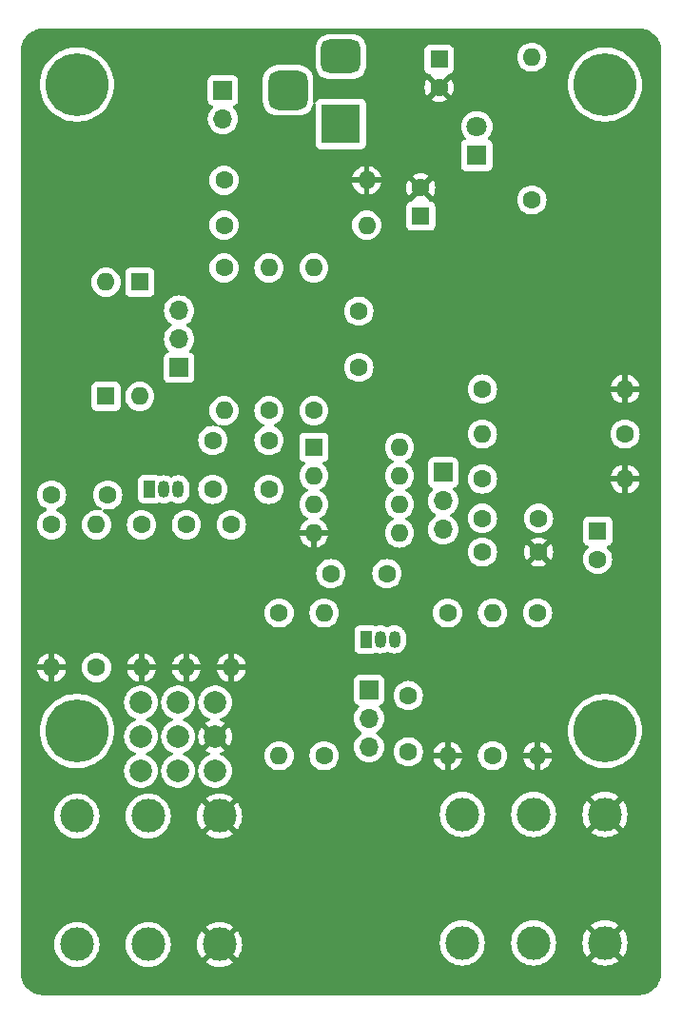
<source format=gbr>
%TF.GenerationSoftware,KiCad,Pcbnew,7.0.7*%
%TF.CreationDate,2024-01-22T02:15:57+01:00*%
%TF.ProjectId,Overdrive,4f766572-6472-4697-9665-2e6b69636164,rev?*%
%TF.SameCoordinates,Original*%
%TF.FileFunction,Copper,L2,Bot*%
%TF.FilePolarity,Positive*%
%FSLAX46Y46*%
G04 Gerber Fmt 4.6, Leading zero omitted, Abs format (unit mm)*
G04 Created by KiCad (PCBNEW 7.0.7) date 2024-01-22 02:15:57*
%MOMM*%
%LPD*%
G01*
G04 APERTURE LIST*
G04 Aperture macros list*
%AMRoundRect*
0 Rectangle with rounded corners*
0 $1 Rounding radius*
0 $2 $3 $4 $5 $6 $7 $8 $9 X,Y pos of 4 corners*
0 Add a 4 corners polygon primitive as box body*
4,1,4,$2,$3,$4,$5,$6,$7,$8,$9,$2,$3,0*
0 Add four circle primitives for the rounded corners*
1,1,$1+$1,$2,$3*
1,1,$1+$1,$4,$5*
1,1,$1+$1,$6,$7*
1,1,$1+$1,$8,$9*
0 Add four rect primitives between the rounded corners*
20,1,$1+$1,$2,$3,$4,$5,0*
20,1,$1+$1,$4,$5,$6,$7,0*
20,1,$1+$1,$6,$7,$8,$9,0*
20,1,$1+$1,$8,$9,$2,$3,0*%
G04 Aperture macros list end*
%TA.AperFunction,ComponentPad*%
%ADD10C,1.600000*%
%TD*%
%TA.AperFunction,ComponentPad*%
%ADD11C,5.600000*%
%TD*%
%TA.AperFunction,ComponentPad*%
%ADD12O,1.600000X1.600000*%
%TD*%
%TA.AperFunction,ComponentPad*%
%ADD13R,3.500000X3.500000*%
%TD*%
%TA.AperFunction,ComponentPad*%
%ADD14RoundRect,0.750000X-1.000000X0.750000X-1.000000X-0.750000X1.000000X-0.750000X1.000000X0.750000X0*%
%TD*%
%TA.AperFunction,ComponentPad*%
%ADD15RoundRect,0.875000X-0.875000X0.875000X-0.875000X-0.875000X0.875000X-0.875000X0.875000X0.875000X0*%
%TD*%
%TA.AperFunction,ComponentPad*%
%ADD16R,1.700000X1.700000*%
%TD*%
%TA.AperFunction,ComponentPad*%
%ADD17O,1.700000X1.700000*%
%TD*%
%TA.AperFunction,ComponentPad*%
%ADD18R,1.600000X1.600000*%
%TD*%
%TA.AperFunction,ComponentPad*%
%ADD19R,1.050000X1.500000*%
%TD*%
%TA.AperFunction,ComponentPad*%
%ADD20O,1.050000X1.500000*%
%TD*%
%TA.AperFunction,ComponentPad*%
%ADD21R,1.800000X1.800000*%
%TD*%
%TA.AperFunction,ComponentPad*%
%ADD22C,1.800000*%
%TD*%
%TA.AperFunction,ComponentPad*%
%ADD23C,3.000000*%
%TD*%
%TA.AperFunction,ComponentPad*%
%ADD24C,2.000000*%
%TD*%
%TA.AperFunction,ViaPad*%
%ADD25C,0.800000*%
%TD*%
G04 APERTURE END LIST*
D10*
%TO.P,C1,1*%
%TO.N,Net-(D1-K)*%
X106095000Y-104150000D03*
%TO.P,C1,2*%
%TO.N,Net-(C1-Pad2)*%
X111095000Y-104150000D03*
%TD*%
D11*
%TO.P,J4,1,Pin_1*%
%TO.N,unconnected-(J4-Pin_1-Pad1)*%
X94000000Y-72500000D03*
%TD*%
D10*
%TO.P,R19,1*%
%TO.N,Net-(D3-A)*%
X134500000Y-82750000D03*
D12*
%TO.P,R19,2*%
%TO.N,+9V*%
X134500000Y-70050000D03*
%TD*%
D10*
%TO.P,C3,1*%
%TO.N,Net-(C3-Pad1)*%
X123500000Y-131850000D03*
%TO.P,C3,2*%
%TO.N,Net-(Q1-B)*%
X123500000Y-126850000D03*
%TD*%
%TO.P,C9,1*%
%TO.N,Net-(Q2-E)*%
X106095000Y-108500000D03*
%TO.P,C9,2*%
%TO.N,Net-(U1A-+)*%
X111095000Y-108500000D03*
%TD*%
D11*
%TO.P,J6,1,Pin_1*%
%TO.N,unconnected-(J6-Pin_1-Pad1)*%
X94000000Y-130000000D03*
%TD*%
D13*
%TO.P,J2,1*%
%TO.N,Net-(BT1--)*%
X117500000Y-76000000D03*
D14*
%TO.P,J2,2*%
%TO.N,+9V*%
X117500000Y-70000000D03*
D15*
%TO.P,J2,3*%
%TO.N,Net-(BT1-+)*%
X112800000Y-73000000D03*
%TD*%
D16*
%TO.P,RV1,1,1*%
%TO.N,Net-(U1B--)*%
X126595000Y-107000000D03*
D17*
%TO.P,RV1,2,2*%
%TO.N,Net-(C12-Pad1)*%
X126595000Y-109540000D03*
%TO.P,RV1,3,3*%
%TO.N,Net-(U1B-+)*%
X126595000Y-112080000D03*
%TD*%
D10*
%TO.P,C8,1*%
%TO.N,Net-(C8-Pad1)*%
X91745000Y-109000000D03*
%TO.P,C8,2*%
%TO.N,Net-(C8-Pad2)*%
X96745000Y-109000000D03*
%TD*%
D18*
%TO.P,C11,1*%
%TO.N,+4V*%
X124595000Y-84182379D03*
D10*
%TO.P,C11,2*%
%TO.N,GND*%
X124595000Y-81682379D03*
%TD*%
D16*
%TO.P,RV3,1,1*%
%TO.N,+4V*%
X120000000Y-126350000D03*
D17*
%TO.P,RV3,2,2*%
%TO.N,Net-(C3-Pad1)*%
X120000000Y-128890000D03*
%TO.P,RV3,3,3*%
%TO.N,Net-(R5-Pad2)*%
X120000000Y-131430000D03*
%TD*%
D10*
%TO.P,R8,1*%
%TO.N,Net-(D1-A)*%
X115095000Y-101500000D03*
D12*
%TO.P,R8,2*%
%TO.N,Net-(U1B-+)*%
X115095000Y-88800000D03*
%TD*%
D10*
%TO.P,C2,1*%
%TO.N,Net-(U1B-+)*%
X130095000Y-114080000D03*
%TO.P,C2,2*%
%TO.N,GND*%
X135095000Y-114080000D03*
%TD*%
D19*
%TO.P,Q2,1,C*%
%TO.N,+9V*%
X100475000Y-108500000D03*
D20*
%TO.P,Q2,2,B*%
%TO.N,Net-(Q2-B)*%
X101745000Y-108500000D03*
%TO.P,Q2,3,E*%
%TO.N,Net-(Q2-E)*%
X103015000Y-108500000D03*
%TD*%
D21*
%TO.P,D3,1,K*%
%TO.N,Net-(D3-K)*%
X129595000Y-78775000D03*
D22*
%TO.P,D3,2,A*%
%TO.N,Net-(D3-A)*%
X129595000Y-76235000D03*
%TD*%
D10*
%TO.P,R7,1*%
%TO.N,Net-(Q1-E)*%
X131000000Y-132200000D03*
D12*
%TO.P,R7,2*%
%TO.N,Net-(C5-Pad1)*%
X131000000Y-119500000D03*
%TD*%
D10*
%TO.P,R11,1*%
%TO.N,Net-(U1B-+)*%
X130095000Y-99580000D03*
D12*
%TO.P,R11,2*%
%TO.N,GND*%
X142795000Y-99580000D03*
%TD*%
D10*
%TO.P,R6,1*%
%TO.N,Net-(Q1-B)*%
X116000000Y-132200000D03*
D12*
%TO.P,R6,2*%
%TO.N,+4V*%
X116000000Y-119500000D03*
%TD*%
D18*
%TO.P,C5,1*%
%TO.N,Net-(C5-Pad1)*%
X140345000Y-112217621D03*
D10*
%TO.P,C5,2*%
%TO.N,Net-(C5-Pad2)*%
X140345000Y-114717621D03*
%TD*%
D23*
%TO.P,J1,R*%
%TO.N,Net-(J1-PadR)*%
X100350000Y-149000000D03*
%TO.P,J1,RN*%
X100350000Y-137570000D03*
%TO.P,J1,S*%
%TO.N,Net-(BT1--)*%
X94000000Y-149000000D03*
%TO.P,J1,SN*%
X94000000Y-137570000D03*
%TO.P,J1,T*%
%TO.N,GND*%
X106700000Y-149000000D03*
%TO.P,J1,TN*%
X106700000Y-137570000D03*
%TD*%
D10*
%TO.P,C6,1*%
%TO.N,Net-(D1-K)*%
X119095000Y-92650000D03*
%TO.P,C6,2*%
%TO.N,Net-(D1-A)*%
X119095000Y-97650000D03*
%TD*%
%TO.P,R1,1*%
%TO.N,Net-(U1B--)*%
X142795000Y-103580000D03*
D12*
%TO.P,R1,2*%
%TO.N,Net-(C4-Pad1)*%
X130095000Y-103580000D03*
%TD*%
D10*
%TO.P,R14,1*%
%TO.N,Net-(Q2-B)*%
X99745000Y-111650000D03*
D12*
%TO.P,R14,2*%
%TO.N,GND*%
X99745000Y-124350000D03*
%TD*%
D10*
%TO.P,C4,1*%
%TO.N,Net-(C4-Pad1)*%
X121595000Y-116000000D03*
%TO.P,C4,2*%
%TO.N,Net-(C4-Pad2)*%
X116595000Y-116000000D03*
%TD*%
D11*
%TO.P,J7,1,Pin_1*%
%TO.N,unconnected-(J7-Pin_1-Pad1)*%
X141000000Y-130000000D03*
%TD*%
D18*
%TO.P,D2,1,K*%
%TO.N,Net-(D1-A)*%
X99595000Y-90070000D03*
D12*
%TO.P,D2,2,A*%
%TO.N,Net-(D1-K)*%
X99595000Y-100230000D03*
%TD*%
D16*
%TO.P,BT1,1,+*%
%TO.N,Net-(BT1-+)*%
X107000000Y-73000000D03*
D17*
%TO.P,BT1,2,-*%
%TO.N,Net-(BT1--)*%
X107000000Y-75540000D03*
%TD*%
D10*
%TO.P,R5,1*%
%TO.N,Net-(C4-Pad2)*%
X112000000Y-119500000D03*
D12*
%TO.P,R5,2*%
%TO.N,Net-(R5-Pad2)*%
X112000000Y-132200000D03*
%TD*%
D24*
%TO.P,SW1,1*%
%TO.N,Net-(C8-Pad1)*%
X99698000Y-127452000D03*
%TO.P,SW1,2*%
%TO.N,Net-(J1-PadR)*%
X99698000Y-130500000D03*
%TO.P,SW1,3*%
%TO.N,Net-(SW1-Pad3)*%
X99698000Y-133548000D03*
%TO.P,SW1,4*%
%TO.N,Net-(C5-Pad2)*%
X103000000Y-127452000D03*
%TO.P,SW1,5*%
%TO.N,Net-(J3-PadR)*%
X103000000Y-130500000D03*
%TO.P,SW1,6*%
%TO.N,Net-(C8-Pad1)*%
X103000000Y-133548000D03*
%TO.P,SW1,7*%
%TO.N,Net-(D3-K)*%
X106302000Y-127452000D03*
%TO.P,SW1,8*%
%TO.N,GND*%
X106302000Y-130500000D03*
%TO.P,SW1,9*%
%TO.N,Net-(SW1-Pad3)*%
X106302000Y-133548000D03*
%TD*%
D10*
%TO.P,R12,1*%
%TO.N,Net-(C8-Pad2)*%
X95745000Y-124350000D03*
D12*
%TO.P,R12,2*%
%TO.N,Net-(Q2-B)*%
X95745000Y-111650000D03*
%TD*%
D10*
%TO.P,R10,1*%
%TO.N,Net-(C5-Pad2)*%
X135000000Y-119500000D03*
D12*
%TO.P,R10,2*%
%TO.N,GND*%
X135000000Y-132200000D03*
%TD*%
D19*
%TO.P,Q1,1,C*%
%TO.N,+9V*%
X119730000Y-121850000D03*
D20*
%TO.P,Q1,2,B*%
%TO.N,Net-(Q1-B)*%
X121000000Y-121850000D03*
%TO.P,Q1,3,E*%
%TO.N,Net-(Q1-E)*%
X122270000Y-121850000D03*
%TD*%
D10*
%TO.P,R17,1*%
%TO.N,Net-(U1A-+)*%
X107745000Y-111650000D03*
D12*
%TO.P,R17,2*%
%TO.N,GND*%
X107745000Y-124350000D03*
%TD*%
D10*
%TO.P,R15,1*%
%TO.N,+9V*%
X107095000Y-85000000D03*
D12*
%TO.P,R15,2*%
%TO.N,+4V*%
X119795000Y-85000000D03*
%TD*%
D10*
%TO.P,R13,1*%
%TO.N,Net-(C8-Pad1)*%
X91745000Y-111650000D03*
D12*
%TO.P,R13,2*%
%TO.N,GND*%
X91745000Y-124350000D03*
%TD*%
D10*
%TO.P,C12,1*%
%TO.N,Net-(C12-Pad1)*%
X130095000Y-111080000D03*
%TO.P,C12,2*%
%TO.N,Net-(C12-Pad2)*%
X135095000Y-111080000D03*
%TD*%
%TO.P,R3,1*%
%TO.N,Net-(C12-Pad2)*%
X130095000Y-107580000D03*
D12*
%TO.P,R3,2*%
%TO.N,GND*%
X142795000Y-107580000D03*
%TD*%
D10*
%TO.P,R18,1*%
%TO.N,+4V*%
X107095000Y-81000000D03*
D12*
%TO.P,R18,2*%
%TO.N,GND*%
X119795000Y-81000000D03*
%TD*%
D11*
%TO.P,J5,1,Pin_1*%
%TO.N,unconnected-(J5-Pin_1-Pad1)*%
X141000000Y-72500000D03*
%TD*%
D10*
%TO.P,R9,1*%
%TO.N,Net-(Q1-E)*%
X127000000Y-119500000D03*
D12*
%TO.P,R9,2*%
%TO.N,GND*%
X127000000Y-132200000D03*
%TD*%
D10*
%TO.P,R2,1*%
%TO.N,Net-(C1-Pad2)*%
X111095000Y-101500000D03*
D12*
%TO.P,R2,2*%
%TO.N,+4V*%
X111095000Y-88800000D03*
%TD*%
D18*
%TO.P,C10,1*%
%TO.N,+9V*%
X126250000Y-70250000D03*
D10*
%TO.P,C10,2*%
%TO.N,GND*%
X126250000Y-72750000D03*
%TD*%
%TO.P,R4,1*%
%TO.N,Net-(D1-K)*%
X107095000Y-88800000D03*
D12*
%TO.P,R4,2*%
%TO.N,Net-(R4-Pad2)*%
X107095000Y-101500000D03*
%TD*%
D18*
%TO.P,D1,1,K*%
%TO.N,Net-(D1-K)*%
X96595000Y-100230000D03*
D12*
%TO.P,D1,2,A*%
%TO.N,Net-(D1-A)*%
X96595000Y-90070000D03*
%TD*%
D16*
%TO.P,RV2,1,1*%
%TO.N,Net-(R4-Pad2)*%
X103095000Y-97690000D03*
D17*
%TO.P,RV2,2,2*%
%TO.N,Net-(D1-A)*%
X103095000Y-95150000D03*
%TO.P,RV2,3,3*%
X103095000Y-92610000D03*
%TD*%
D18*
%TO.P,U1,1*%
%TO.N,Net-(D1-A)*%
X115095000Y-104770000D03*
D12*
%TO.P,U1,2,-*%
%TO.N,Net-(D1-K)*%
X115095000Y-107310000D03*
%TO.P,U1,3,+*%
%TO.N,Net-(U1A-+)*%
X115095000Y-109850000D03*
%TO.P,U1,4,V-*%
%TO.N,GND*%
X115095000Y-112390000D03*
%TO.P,U1,5,+*%
%TO.N,Net-(U1B-+)*%
X122715000Y-112390000D03*
%TO.P,U1,6,-*%
%TO.N,Net-(U1B--)*%
X122715000Y-109850000D03*
%TO.P,U1,7*%
%TO.N,Net-(C4-Pad1)*%
X122715000Y-107310000D03*
%TO.P,U1,8,V+*%
%TO.N,+9V*%
X122715000Y-104770000D03*
%TD*%
D10*
%TO.P,R16,1*%
%TO.N,Net-(Q2-E)*%
X103745000Y-111650000D03*
D12*
%TO.P,R16,2*%
%TO.N,GND*%
X103745000Y-124350000D03*
%TD*%
D23*
%TO.P,J3,R*%
%TO.N,Net-(J3-PadR)*%
X134650000Y-137430000D03*
%TO.P,J3,RN*%
X134650000Y-148860000D03*
%TO.P,J3,S*%
%TO.N,GND*%
X141000000Y-137430000D03*
%TO.P,J3,SN*%
X141000000Y-148860000D03*
%TO.P,J3,T*%
%TO.N,Net-(J3-PadR)*%
X128300000Y-137430000D03*
%TO.P,J3,TN*%
X128300000Y-148860000D03*
%TD*%
D25*
%TO.N,GND*%
X91500000Y-120500000D03*
X92500000Y-84000000D03*
X95500000Y-81000000D03*
X92500000Y-81000000D03*
X104500000Y-72000000D03*
X111500000Y-69000000D03*
X108000000Y-69000000D03*
X104500000Y-69000000D03*
X101500000Y-69000000D03*
X98500000Y-69000000D03*
X92500000Y-78000000D03*
X95500000Y-78000000D03*
X124000000Y-137000000D03*
X115000000Y-126500000D03*
X137000000Y-82000000D03*
X143000000Y-79000000D03*
X144500000Y-113000000D03*
X118000000Y-143000000D03*
X124000000Y-149000000D03*
X109000000Y-117500000D03*
X138500000Y-122000000D03*
X101500000Y-87000000D03*
X136000000Y-140000000D03*
X137000000Y-76000000D03*
X97000000Y-140000000D03*
X131000000Y-73000000D03*
X91000000Y-152000000D03*
X97000000Y-120500000D03*
X106000000Y-152000000D03*
X137000000Y-79000000D03*
X131000000Y-88000000D03*
X134000000Y-91000000D03*
X136000000Y-146000000D03*
X137000000Y-88000000D03*
X118000000Y-140000000D03*
X125000000Y-100000000D03*
X121000000Y-152000000D03*
X109000000Y-96500000D03*
X133000000Y-143000000D03*
X100000000Y-120500000D03*
X133000000Y-104500000D03*
X100000000Y-114500000D03*
X112000000Y-152000000D03*
X124000000Y-143000000D03*
X115000000Y-149000000D03*
X144500000Y-116000000D03*
X106000000Y-117500000D03*
X118000000Y-137000000D03*
X139045931Y-140032175D03*
X117000000Y-79000000D03*
X91000000Y-137000000D03*
X143000000Y-94000000D03*
X98500000Y-72000000D03*
X144500000Y-149000000D03*
X119500000Y-112500000D03*
X109000000Y-102000000D03*
X128000000Y-88000000D03*
X114000000Y-79000000D03*
X136000000Y-107500000D03*
X115000000Y-152000000D03*
X104500000Y-79000000D03*
X112000000Y-149000000D03*
X137000000Y-91000000D03*
X144500000Y-146000000D03*
X134000000Y-76000000D03*
X103000000Y-152000000D03*
X103000000Y-140000000D03*
X133045931Y-140032175D03*
X144500000Y-152000000D03*
X97000000Y-137000000D03*
X108000000Y-79000000D03*
X134000000Y-125000000D03*
X130000000Y-146000000D03*
X144500000Y-122000000D03*
X98500000Y-87000000D03*
X127000000Y-143000000D03*
X133000000Y-100000000D03*
X103000000Y-117500000D03*
X122500000Y-117500000D03*
X109000000Y-120500000D03*
X140000000Y-85000000D03*
X131000000Y-85000000D03*
X134000000Y-88000000D03*
X95545931Y-93532175D03*
X94500000Y-134500000D03*
X91000000Y-149000000D03*
X144500000Y-128000000D03*
X124000000Y-140000000D03*
X115000000Y-96500000D03*
X98500000Y-102500000D03*
X141500000Y-125000000D03*
X112000000Y-99500000D03*
X109000000Y-152000000D03*
X101500000Y-84000000D03*
X127045931Y-140032175D03*
X144500000Y-125000000D03*
X133000000Y-107500000D03*
X94000000Y-152000000D03*
X143000000Y-85000000D03*
X97000000Y-117500000D03*
X95500000Y-105500000D03*
X142000000Y-143000000D03*
X139000000Y-104500000D03*
X109000000Y-143000000D03*
X103000000Y-137000000D03*
X136000000Y-104500000D03*
X144500000Y-119000000D03*
X125500000Y-122000000D03*
X118000000Y-149000000D03*
X128000000Y-100000000D03*
X130000000Y-143000000D03*
X121000000Y-146000000D03*
X98500000Y-93500000D03*
X139000000Y-146000000D03*
X103000000Y-143000000D03*
X128500000Y-122000000D03*
X103000000Y-146000000D03*
X137000000Y-85000000D03*
X101500000Y-79000000D03*
X101500000Y-72000000D03*
X91000000Y-140000000D03*
X106500000Y-99500000D03*
X114000000Y-82000000D03*
X139000000Y-143000000D03*
X115000000Y-137000000D03*
X103000000Y-120500000D03*
X112000000Y-143000000D03*
X118000000Y-146000000D03*
X141545931Y-122032175D03*
X143000000Y-91000000D03*
X109000000Y-99500000D03*
X130000000Y-152000000D03*
X141500000Y-119000000D03*
X128000000Y-82000000D03*
X140000000Y-88000000D03*
X125500000Y-117500000D03*
X112000000Y-146000000D03*
X106000000Y-114500000D03*
X142000000Y-146000000D03*
X143000000Y-82000000D03*
X142000000Y-140000000D03*
X106000000Y-140000000D03*
X115045931Y-140032175D03*
X97000000Y-114500000D03*
X106500000Y-96500000D03*
X111000000Y-79000000D03*
X122500000Y-114500000D03*
X144500000Y-131000000D03*
X140000000Y-82000000D03*
X128500000Y-117500000D03*
X117000000Y-82000000D03*
X115000000Y-146000000D03*
X112000000Y-129500000D03*
X128000000Y-97000000D03*
X128500000Y-125000000D03*
X115000000Y-143000000D03*
X95500000Y-102500000D03*
X98545931Y-75032175D03*
X109000000Y-146000000D03*
X91000000Y-146000000D03*
X144500000Y-134000000D03*
X139000000Y-100000000D03*
X121000000Y-137000000D03*
X103000000Y-114500000D03*
X127000000Y-146000000D03*
X97000000Y-146000000D03*
X91000000Y-143000000D03*
X117000000Y-109000000D03*
X121045931Y-140032175D03*
X125000000Y-97000000D03*
X112000000Y-137000000D03*
X131000000Y-82000000D03*
X136000000Y-152000000D03*
X125500000Y-125000000D03*
X104500000Y-87000000D03*
X97000000Y-143000000D03*
X128000000Y-91000000D03*
X133000000Y-97000000D03*
X106000000Y-146000000D03*
X140000000Y-79000000D03*
X140000000Y-91000000D03*
X109000000Y-140000000D03*
X136000000Y-143000000D03*
X139000000Y-152000000D03*
X133000000Y-152000000D03*
X142000000Y-152000000D03*
X104500000Y-84000000D03*
X104500000Y-90000000D03*
X134000000Y-128000000D03*
X138500000Y-125000000D03*
X136000000Y-100000000D03*
X144500000Y-143000000D03*
X121000000Y-143000000D03*
X100000000Y-152000000D03*
X100000000Y-117500000D03*
X106000000Y-143000000D03*
X106000000Y-120500000D03*
X130000000Y-140000000D03*
X97000000Y-149000000D03*
X128000000Y-85000000D03*
X136000000Y-97000000D03*
X98500000Y-105500000D03*
X98500000Y-96500000D03*
X125500000Y-114500000D03*
X95500000Y-96500000D03*
X143000000Y-88000000D03*
X144545931Y-140032175D03*
X119000000Y-99500000D03*
X97000000Y-152000000D03*
X101500000Y-75000000D03*
X134000000Y-85000000D03*
X124000000Y-146000000D03*
X133000000Y-146000000D03*
X103000000Y-149000000D03*
X112000000Y-140000000D03*
X98500000Y-78000000D03*
X124000000Y-152000000D03*
X139000000Y-107500000D03*
X139000000Y-97000000D03*
X144500000Y-137000000D03*
X118000000Y-152000000D03*
X121000000Y-149000000D03*
X127000000Y-152000000D03*
X112000000Y-123500000D03*
X134000000Y-73000000D03*
%TD*%
%TA.AperFunction,Conductor*%
%TO.N,GND*%
G36*
X143958022Y-67502436D02*
G01*
X143997874Y-67500597D01*
X144002115Y-67500547D01*
X144081671Y-67502339D01*
X144262003Y-67507508D01*
X144269898Y-67508243D01*
X144384740Y-67526441D01*
X144478977Y-67543153D01*
X144528204Y-67551883D01*
X144535216Y-67553551D01*
X144653450Y-67589064D01*
X144785531Y-67633185D01*
X144791529Y-67635543D01*
X144906701Y-67687865D01*
X145028907Y-67749828D01*
X145033846Y-67752625D01*
X145140884Y-67819890D01*
X145143724Y-67821786D01*
X145253507Y-67899522D01*
X145257413Y-67902528D01*
X145354851Y-67983883D01*
X145357951Y-67986654D01*
X145454957Y-68079410D01*
X145457870Y-68082389D01*
X145543505Y-68176085D01*
X145546676Y-68179845D01*
X145629258Y-68286049D01*
X145631264Y-68288780D01*
X145698750Y-68386197D01*
X145703263Y-68392712D01*
X145706286Y-68397535D01*
X145773653Y-68516835D01*
X145831078Y-68629547D01*
X145833704Y-68635440D01*
X145883693Y-68765414D01*
X145924460Y-68881927D01*
X145926442Y-68888860D01*
X145958284Y-69031049D01*
X145981597Y-69144921D01*
X145982691Y-69152816D01*
X145995942Y-69332944D01*
X146001280Y-69412129D01*
X146001420Y-69416301D01*
X145999500Y-151497976D01*
X145999367Y-151502031D01*
X145994017Y-151583648D01*
X145981015Y-151765438D01*
X145979980Y-151773118D01*
X145956846Y-151889420D01*
X145925472Y-152033646D01*
X145923597Y-152040401D01*
X145889297Y-152141448D01*
X145883208Y-152159388D01*
X145883195Y-152159425D01*
X145833841Y-152291741D01*
X145831355Y-152297499D01*
X145774421Y-152412952D01*
X145707828Y-152534907D01*
X145704961Y-152539641D01*
X145633461Y-152646649D01*
X145631543Y-152649359D01*
X145549744Y-152758631D01*
X145546723Y-152762357D01*
X145461529Y-152859502D01*
X145458755Y-152862464D01*
X145362464Y-152958755D01*
X145359502Y-152961529D01*
X145262357Y-153046723D01*
X145258631Y-153049744D01*
X145149359Y-153131543D01*
X145146649Y-153133461D01*
X145039641Y-153204961D01*
X145034907Y-153207828D01*
X144912952Y-153274421D01*
X144797499Y-153331355D01*
X144791741Y-153333841D01*
X144670956Y-153378893D01*
X144659418Y-153383197D01*
X144540401Y-153423597D01*
X144533646Y-153425472D01*
X144389420Y-153456846D01*
X144273118Y-153479980D01*
X144265438Y-153481015D01*
X144083648Y-153494017D01*
X144032582Y-153497364D01*
X144002025Y-153499367D01*
X143997976Y-153499500D01*
X91002024Y-153499500D01*
X90997974Y-153499367D01*
X90959954Y-153496875D01*
X90916350Y-153494017D01*
X90734560Y-153481015D01*
X90726880Y-153479980D01*
X90610579Y-153456846D01*
X90466352Y-153425472D01*
X90459596Y-153423597D01*
X90427881Y-153412831D01*
X90340578Y-153383196D01*
X90305768Y-153370212D01*
X90208257Y-153333841D01*
X90202499Y-153331355D01*
X90087047Y-153274421D01*
X89965091Y-153207828D01*
X89960357Y-153204962D01*
X89853349Y-153133461D01*
X89850639Y-153131543D01*
X89810592Y-153101564D01*
X89741353Y-153049732D01*
X89737648Y-153046729D01*
X89640492Y-152961526D01*
X89637549Y-152958769D01*
X89541228Y-152862448D01*
X89538469Y-152859502D01*
X89505450Y-152821851D01*
X89453265Y-152762345D01*
X89450271Y-152758652D01*
X89368454Y-152649358D01*
X89366537Y-152646649D01*
X89295036Y-152539641D01*
X89292170Y-152534906D01*
X89225578Y-152412952D01*
X89168643Y-152297499D01*
X89166157Y-152291741D01*
X89153076Y-152256671D01*
X89116805Y-152159425D01*
X89076395Y-152040383D01*
X89074531Y-152033666D01*
X89043153Y-151889420D01*
X89038641Y-151866738D01*
X89020015Y-151773100D01*
X89018985Y-151765459D01*
X89005986Y-151583708D01*
X89002938Y-151537198D01*
X89000633Y-151502019D01*
X89000500Y-151497964D01*
X89000500Y-149000001D01*
X91994390Y-149000001D01*
X92014804Y-149285433D01*
X92075628Y-149565037D01*
X92075630Y-149565043D01*
X92075631Y-149565046D01*
X92175557Y-149832958D01*
X92175635Y-149833166D01*
X92312770Y-150084309D01*
X92312775Y-150084317D01*
X92484254Y-150313387D01*
X92484270Y-150313405D01*
X92686594Y-150515729D01*
X92686612Y-150515745D01*
X92915682Y-150687224D01*
X92915690Y-150687229D01*
X93166833Y-150824364D01*
X93166832Y-150824364D01*
X93166836Y-150824365D01*
X93166839Y-150824367D01*
X93434954Y-150924369D01*
X93434960Y-150924370D01*
X93434962Y-150924371D01*
X93714566Y-150985195D01*
X93714568Y-150985195D01*
X93714572Y-150985196D01*
X93968220Y-151003337D01*
X93999999Y-151005610D01*
X94000000Y-151005610D01*
X94000001Y-151005610D01*
X94028595Y-151003564D01*
X94285428Y-150985196D01*
X94565046Y-150924369D01*
X94833161Y-150824367D01*
X95084315Y-150687226D01*
X95313395Y-150515739D01*
X95515739Y-150313395D01*
X95687226Y-150084315D01*
X95824367Y-149833161D01*
X95924369Y-149565046D01*
X95951910Y-149438444D01*
X95985195Y-149285433D01*
X95985195Y-149285432D01*
X95985196Y-149285428D01*
X96005610Y-149000001D01*
X98344390Y-149000001D01*
X98364804Y-149285433D01*
X98425628Y-149565037D01*
X98425630Y-149565043D01*
X98425631Y-149565046D01*
X98525557Y-149832958D01*
X98525635Y-149833166D01*
X98662770Y-150084309D01*
X98662775Y-150084317D01*
X98834254Y-150313387D01*
X98834270Y-150313405D01*
X99036594Y-150515729D01*
X99036612Y-150515745D01*
X99265682Y-150687224D01*
X99265690Y-150687229D01*
X99516833Y-150824364D01*
X99516832Y-150824364D01*
X99516836Y-150824365D01*
X99516839Y-150824367D01*
X99784954Y-150924369D01*
X99784960Y-150924370D01*
X99784962Y-150924371D01*
X100064566Y-150985195D01*
X100064568Y-150985195D01*
X100064572Y-150985196D01*
X100318220Y-151003337D01*
X100349999Y-151005610D01*
X100350000Y-151005610D01*
X100350001Y-151005610D01*
X100378595Y-151003564D01*
X100635428Y-150985196D01*
X100915046Y-150924369D01*
X101183161Y-150824367D01*
X101434315Y-150687226D01*
X101663395Y-150515739D01*
X101865739Y-150313395D01*
X102037226Y-150084315D01*
X102174367Y-149833161D01*
X102274369Y-149565046D01*
X102301910Y-149438444D01*
X102335195Y-149285433D01*
X102335195Y-149285432D01*
X102335196Y-149285428D01*
X102355610Y-149000001D01*
X104694891Y-149000001D01*
X104715300Y-149285362D01*
X104776109Y-149564895D01*
X104876091Y-149832958D01*
X105013191Y-150084038D01*
X105013196Y-150084046D01*
X105119882Y-150226561D01*
X105119883Y-150226562D01*
X105911667Y-149434778D01*
X105972990Y-149401293D01*
X106042681Y-149406277D01*
X106098615Y-149448149D01*
X106098811Y-149448411D01*
X106150756Y-149518185D01*
X106256223Y-149606683D01*
X106294925Y-149664854D01*
X106296033Y-149734715D01*
X106264198Y-149789353D01*
X105473436Y-150580114D01*
X105473436Y-150580115D01*
X105615960Y-150686807D01*
X105615961Y-150686808D01*
X105867042Y-150823908D01*
X105867041Y-150823908D01*
X106135104Y-150923890D01*
X106414637Y-150984699D01*
X106699999Y-151005109D01*
X106700001Y-151005109D01*
X106985362Y-150984699D01*
X107264895Y-150923890D01*
X107532958Y-150823908D01*
X107784047Y-150686803D01*
X107926561Y-150580116D01*
X107926562Y-150580115D01*
X107135875Y-149789428D01*
X107102390Y-149728105D01*
X107107374Y-149658413D01*
X107149246Y-149602480D01*
X107155398Y-149598159D01*
X107185373Y-149578445D01*
X107305688Y-149450918D01*
X107305687Y-149450918D01*
X107310645Y-149445664D01*
X107311842Y-149446793D01*
X107360629Y-149410052D01*
X107430306Y-149404866D01*
X107491726Y-149438173D01*
X108280115Y-150226562D01*
X108280116Y-150226561D01*
X108386803Y-150084047D01*
X108523908Y-149832958D01*
X108623890Y-149564895D01*
X108684699Y-149285362D01*
X108705108Y-149000001D01*
X108705108Y-148999998D01*
X108695095Y-148860001D01*
X126294390Y-148860001D01*
X126314804Y-149145433D01*
X126375628Y-149425037D01*
X126375630Y-149425043D01*
X126375631Y-149425046D01*
X126462673Y-149658413D01*
X126475635Y-149693166D01*
X126612770Y-149944309D01*
X126612775Y-149944317D01*
X126784254Y-150173387D01*
X126784270Y-150173405D01*
X126986594Y-150375729D01*
X126986612Y-150375745D01*
X127215682Y-150547224D01*
X127215690Y-150547229D01*
X127466833Y-150684364D01*
X127466832Y-150684364D01*
X127466836Y-150684365D01*
X127466839Y-150684367D01*
X127734954Y-150784369D01*
X127734960Y-150784370D01*
X127734962Y-150784371D01*
X128014566Y-150845195D01*
X128014568Y-150845195D01*
X128014572Y-150845196D01*
X128268220Y-150863337D01*
X128299999Y-150865610D01*
X128300000Y-150865610D01*
X128300001Y-150865610D01*
X128328595Y-150863564D01*
X128585428Y-150845196D01*
X128681192Y-150824364D01*
X128865037Y-150784371D01*
X128865037Y-150784370D01*
X128865046Y-150784369D01*
X129133161Y-150684367D01*
X129384315Y-150547226D01*
X129613395Y-150375739D01*
X129815739Y-150173395D01*
X129987226Y-149944315D01*
X130124367Y-149693161D01*
X130224369Y-149425046D01*
X130251771Y-149299082D01*
X130285195Y-149145433D01*
X130285195Y-149145432D01*
X130285196Y-149145428D01*
X130305610Y-148860001D01*
X132644390Y-148860001D01*
X132664804Y-149145433D01*
X132725628Y-149425037D01*
X132725630Y-149425043D01*
X132725631Y-149425046D01*
X132812673Y-149658413D01*
X132825635Y-149693166D01*
X132962770Y-149944309D01*
X132962775Y-149944317D01*
X133134254Y-150173387D01*
X133134270Y-150173405D01*
X133336594Y-150375729D01*
X133336612Y-150375745D01*
X133565682Y-150547224D01*
X133565690Y-150547229D01*
X133816833Y-150684364D01*
X133816832Y-150684364D01*
X133816836Y-150684365D01*
X133816839Y-150684367D01*
X134084954Y-150784369D01*
X134084960Y-150784370D01*
X134084962Y-150784371D01*
X134364566Y-150845195D01*
X134364568Y-150845195D01*
X134364572Y-150845196D01*
X134618220Y-150863337D01*
X134649999Y-150865610D01*
X134650000Y-150865610D01*
X134650001Y-150865610D01*
X134678595Y-150863564D01*
X134935428Y-150845196D01*
X135031192Y-150824364D01*
X135215037Y-150784371D01*
X135215037Y-150784370D01*
X135215046Y-150784369D01*
X135483161Y-150684367D01*
X135734315Y-150547226D01*
X135963395Y-150375739D01*
X136165739Y-150173395D01*
X136337226Y-149944315D01*
X136474367Y-149693161D01*
X136574369Y-149425046D01*
X136601771Y-149299082D01*
X136635195Y-149145433D01*
X136635195Y-149145432D01*
X136635196Y-149145428D01*
X136655610Y-148860001D01*
X138994891Y-148860001D01*
X139015300Y-149145362D01*
X139076109Y-149424895D01*
X139176091Y-149692958D01*
X139313191Y-149944038D01*
X139313196Y-149944046D01*
X139419882Y-150086561D01*
X139419883Y-150086562D01*
X140211667Y-149294778D01*
X140272990Y-149261293D01*
X140342681Y-149266277D01*
X140398615Y-149308149D01*
X140398811Y-149308411D01*
X140450756Y-149378185D01*
X140556223Y-149466683D01*
X140594925Y-149524854D01*
X140596033Y-149594715D01*
X140564198Y-149649353D01*
X139773436Y-150440114D01*
X139773436Y-150440115D01*
X139915960Y-150546807D01*
X139915961Y-150546808D01*
X140167042Y-150683908D01*
X140167041Y-150683908D01*
X140435104Y-150783890D01*
X140714637Y-150844699D01*
X140999999Y-150865109D01*
X141000001Y-150865109D01*
X141285362Y-150844699D01*
X141564895Y-150783890D01*
X141832958Y-150683908D01*
X142084047Y-150546803D01*
X142226561Y-150440116D01*
X142226562Y-150440115D01*
X141435875Y-149649428D01*
X141402390Y-149588105D01*
X141407374Y-149518413D01*
X141449246Y-149462480D01*
X141455398Y-149458159D01*
X141485373Y-149438445D01*
X141605688Y-149310918D01*
X141605687Y-149310918D01*
X141610645Y-149305664D01*
X141611842Y-149306793D01*
X141660629Y-149270052D01*
X141730306Y-149264866D01*
X141791726Y-149298173D01*
X142580115Y-150086562D01*
X142580116Y-150086561D01*
X142686803Y-149944047D01*
X142823908Y-149692958D01*
X142923890Y-149424895D01*
X142984699Y-149145362D01*
X143005109Y-148860001D01*
X143005109Y-148859998D01*
X142984699Y-148574637D01*
X142923890Y-148295104D01*
X142823908Y-148027041D01*
X142686808Y-147775961D01*
X142686807Y-147775960D01*
X142580115Y-147633436D01*
X142580114Y-147633436D01*
X141788331Y-148425220D01*
X141727008Y-148458705D01*
X141657316Y-148453721D01*
X141601383Y-148411849D01*
X141601291Y-148411726D01*
X141549244Y-148341815D01*
X141443773Y-148253313D01*
X141405072Y-148195144D01*
X141403964Y-148125283D01*
X141435799Y-148070645D01*
X142226562Y-147279883D01*
X142226561Y-147279882D01*
X142084046Y-147173196D01*
X142084038Y-147173191D01*
X141832957Y-147036091D01*
X141832958Y-147036091D01*
X141564895Y-146936109D01*
X141285362Y-146875300D01*
X141000001Y-146854891D01*
X140999999Y-146854891D01*
X140714637Y-146875300D01*
X140435104Y-146936109D01*
X140167041Y-147036091D01*
X139915961Y-147173191D01*
X139915953Y-147173196D01*
X139773436Y-147279882D01*
X139773436Y-147279883D01*
X140564124Y-148070571D01*
X140597609Y-148131894D01*
X140592625Y-148201586D01*
X140550753Y-148257519D01*
X140544583Y-148261852D01*
X140514627Y-148281554D01*
X140389355Y-148414335D01*
X140388163Y-148413210D01*
X140339324Y-148449962D01*
X140269646Y-148455122D01*
X140208238Y-148421791D01*
X139419883Y-147633436D01*
X139419882Y-147633436D01*
X139313196Y-147775953D01*
X139313191Y-147775961D01*
X139176091Y-148027041D01*
X139076109Y-148295104D01*
X139015300Y-148574637D01*
X138994891Y-148859998D01*
X138994891Y-148860001D01*
X136655610Y-148860001D01*
X136655610Y-148860000D01*
X136635196Y-148574572D01*
X136615155Y-148482447D01*
X136574371Y-148294962D01*
X136574370Y-148294960D01*
X136574369Y-148294954D01*
X136474367Y-148026839D01*
X136413822Y-147915960D01*
X136337229Y-147775690D01*
X136337224Y-147775682D01*
X136165745Y-147546612D01*
X136165729Y-147546594D01*
X135963405Y-147344270D01*
X135963387Y-147344254D01*
X135734317Y-147172775D01*
X135734309Y-147172770D01*
X135483166Y-147035635D01*
X135483167Y-147035635D01*
X135372585Y-146994390D01*
X135215046Y-146935631D01*
X135215043Y-146935630D01*
X135215037Y-146935628D01*
X134935433Y-146874804D01*
X134650001Y-146854390D01*
X134649999Y-146854390D01*
X134364566Y-146874804D01*
X134084962Y-146935628D01*
X133816833Y-147035635D01*
X133565690Y-147172770D01*
X133565682Y-147172775D01*
X133336612Y-147344254D01*
X133336594Y-147344270D01*
X133134270Y-147546594D01*
X133134254Y-147546612D01*
X132962775Y-147775682D01*
X132962770Y-147775690D01*
X132825635Y-148026833D01*
X132725628Y-148294962D01*
X132664804Y-148574566D01*
X132644390Y-148859998D01*
X132644390Y-148860001D01*
X130305610Y-148860001D01*
X130305610Y-148860000D01*
X130285196Y-148574572D01*
X130265155Y-148482447D01*
X130224371Y-148294962D01*
X130224370Y-148294960D01*
X130224369Y-148294954D01*
X130124367Y-148026839D01*
X130063822Y-147915960D01*
X129987229Y-147775690D01*
X129987224Y-147775682D01*
X129815745Y-147546612D01*
X129815729Y-147546594D01*
X129613405Y-147344270D01*
X129613387Y-147344254D01*
X129384317Y-147172775D01*
X129384309Y-147172770D01*
X129133166Y-147035635D01*
X129133167Y-147035635D01*
X129022585Y-146994390D01*
X128865046Y-146935631D01*
X128865043Y-146935630D01*
X128865037Y-146935628D01*
X128585433Y-146874804D01*
X128300001Y-146854390D01*
X128299999Y-146854390D01*
X128014566Y-146874804D01*
X127734962Y-146935628D01*
X127466833Y-147035635D01*
X127215690Y-147172770D01*
X127215682Y-147172775D01*
X126986612Y-147344254D01*
X126986594Y-147344270D01*
X126784270Y-147546594D01*
X126784254Y-147546612D01*
X126612775Y-147775682D01*
X126612770Y-147775690D01*
X126475635Y-148026833D01*
X126375628Y-148294962D01*
X126314804Y-148574566D01*
X126294390Y-148859998D01*
X126294390Y-148860001D01*
X108695095Y-148860001D01*
X108684699Y-148714637D01*
X108623890Y-148435104D01*
X108523908Y-148167041D01*
X108386808Y-147915961D01*
X108386807Y-147915960D01*
X108280115Y-147773436D01*
X108280114Y-147773436D01*
X107488331Y-148565220D01*
X107427008Y-148598705D01*
X107357316Y-148593721D01*
X107301383Y-148551849D01*
X107301291Y-148551726D01*
X107249244Y-148481815D01*
X107143773Y-148393313D01*
X107105072Y-148335144D01*
X107103964Y-148265283D01*
X107135799Y-148210645D01*
X107926562Y-147419883D01*
X107926561Y-147419882D01*
X107784046Y-147313196D01*
X107784038Y-147313191D01*
X107532957Y-147176091D01*
X107532958Y-147176091D01*
X107264895Y-147076109D01*
X106985362Y-147015300D01*
X106700001Y-146994891D01*
X106699999Y-146994891D01*
X106414637Y-147015300D01*
X106135104Y-147076109D01*
X105867041Y-147176091D01*
X105615961Y-147313191D01*
X105615953Y-147313196D01*
X105473436Y-147419882D01*
X105473436Y-147419883D01*
X106264124Y-148210571D01*
X106297609Y-148271894D01*
X106292625Y-148341586D01*
X106250753Y-148397519D01*
X106244583Y-148401852D01*
X106214627Y-148421554D01*
X106089355Y-148554335D01*
X106088163Y-148553210D01*
X106039324Y-148589962D01*
X105969646Y-148595122D01*
X105908238Y-148561791D01*
X105119883Y-147773436D01*
X105119882Y-147773436D01*
X105013196Y-147915953D01*
X105013191Y-147915961D01*
X104876091Y-148167041D01*
X104776109Y-148435104D01*
X104715300Y-148714637D01*
X104694891Y-148999998D01*
X104694891Y-149000001D01*
X102355610Y-149000001D01*
X102355610Y-149000000D01*
X102335196Y-148714572D01*
X102315155Y-148622447D01*
X102274371Y-148434962D01*
X102274370Y-148434960D01*
X102274369Y-148434954D01*
X102174367Y-148166839D01*
X102143330Y-148110000D01*
X102037229Y-147915690D01*
X102037224Y-147915682D01*
X101865745Y-147686612D01*
X101865729Y-147686594D01*
X101663405Y-147484270D01*
X101663387Y-147484254D01*
X101434317Y-147312775D01*
X101434309Y-147312770D01*
X101183166Y-147175635D01*
X101183167Y-147175635D01*
X101075915Y-147135632D01*
X100915046Y-147075631D01*
X100915043Y-147075630D01*
X100915037Y-147075628D01*
X100635433Y-147014804D01*
X100350001Y-146994390D01*
X100349999Y-146994390D01*
X100064566Y-147014804D01*
X99784962Y-147075628D01*
X99516833Y-147175635D01*
X99265690Y-147312770D01*
X99265682Y-147312775D01*
X99036612Y-147484254D01*
X99036594Y-147484270D01*
X98834270Y-147686594D01*
X98834254Y-147686612D01*
X98662775Y-147915682D01*
X98662770Y-147915690D01*
X98525635Y-148166833D01*
X98425628Y-148434962D01*
X98364804Y-148714566D01*
X98344390Y-148999998D01*
X98344390Y-149000001D01*
X96005610Y-149000001D01*
X96005610Y-149000000D01*
X95985196Y-148714572D01*
X95965155Y-148622447D01*
X95924371Y-148434962D01*
X95924370Y-148434960D01*
X95924369Y-148434954D01*
X95824367Y-148166839D01*
X95793330Y-148110000D01*
X95687229Y-147915690D01*
X95687224Y-147915682D01*
X95515745Y-147686612D01*
X95515729Y-147686594D01*
X95313405Y-147484270D01*
X95313387Y-147484254D01*
X95084317Y-147312775D01*
X95084309Y-147312770D01*
X94833166Y-147175635D01*
X94833167Y-147175635D01*
X94725915Y-147135632D01*
X94565046Y-147075631D01*
X94565043Y-147075630D01*
X94565037Y-147075628D01*
X94285433Y-147014804D01*
X94000001Y-146994390D01*
X93999999Y-146994390D01*
X93714566Y-147014804D01*
X93434962Y-147075628D01*
X93166833Y-147175635D01*
X92915690Y-147312770D01*
X92915682Y-147312775D01*
X92686612Y-147484254D01*
X92686594Y-147484270D01*
X92484270Y-147686594D01*
X92484254Y-147686612D01*
X92312775Y-147915682D01*
X92312770Y-147915690D01*
X92175635Y-148166833D01*
X92075628Y-148434962D01*
X92014804Y-148714566D01*
X91994390Y-148999998D01*
X91994390Y-149000001D01*
X89000500Y-149000001D01*
X89000500Y-137570001D01*
X91994390Y-137570001D01*
X92014804Y-137855433D01*
X92075628Y-138135037D01*
X92075630Y-138135043D01*
X92075631Y-138135046D01*
X92175557Y-138402958D01*
X92175635Y-138403166D01*
X92312770Y-138654309D01*
X92312775Y-138654317D01*
X92484254Y-138883387D01*
X92484270Y-138883405D01*
X92686594Y-139085729D01*
X92686612Y-139085745D01*
X92915682Y-139257224D01*
X92915690Y-139257229D01*
X93166833Y-139394364D01*
X93166832Y-139394364D01*
X93166836Y-139394365D01*
X93166839Y-139394367D01*
X93434954Y-139494369D01*
X93434960Y-139494370D01*
X93434962Y-139494371D01*
X93714566Y-139555195D01*
X93714568Y-139555195D01*
X93714572Y-139555196D01*
X93968220Y-139573337D01*
X93999999Y-139575610D01*
X94000000Y-139575610D01*
X94000001Y-139575610D01*
X94028595Y-139573564D01*
X94285428Y-139555196D01*
X94565046Y-139494369D01*
X94833161Y-139394367D01*
X95084315Y-139257226D01*
X95313395Y-139085739D01*
X95515739Y-138883395D01*
X95687226Y-138654315D01*
X95824367Y-138403161D01*
X95924369Y-138135046D01*
X95951910Y-138008444D01*
X95985195Y-137855433D01*
X95985195Y-137855432D01*
X95985196Y-137855428D01*
X96005610Y-137570001D01*
X98344390Y-137570001D01*
X98364804Y-137855433D01*
X98425628Y-138135037D01*
X98425630Y-138135043D01*
X98425631Y-138135046D01*
X98525557Y-138402958D01*
X98525635Y-138403166D01*
X98662770Y-138654309D01*
X98662775Y-138654317D01*
X98834254Y-138883387D01*
X98834270Y-138883405D01*
X99036594Y-139085729D01*
X99036612Y-139085745D01*
X99265682Y-139257224D01*
X99265690Y-139257229D01*
X99516833Y-139394364D01*
X99516832Y-139394364D01*
X99516836Y-139394365D01*
X99516839Y-139394367D01*
X99784954Y-139494369D01*
X99784960Y-139494370D01*
X99784962Y-139494371D01*
X100064566Y-139555195D01*
X100064568Y-139555195D01*
X100064572Y-139555196D01*
X100318220Y-139573337D01*
X100349999Y-139575610D01*
X100350000Y-139575610D01*
X100350001Y-139575610D01*
X100378595Y-139573564D01*
X100635428Y-139555196D01*
X100915046Y-139494369D01*
X101183161Y-139394367D01*
X101434315Y-139257226D01*
X101663395Y-139085739D01*
X101865739Y-138883395D01*
X102037226Y-138654315D01*
X102174367Y-138403161D01*
X102274369Y-138135046D01*
X102301910Y-138008444D01*
X102335195Y-137855433D01*
X102335195Y-137855432D01*
X102335196Y-137855428D01*
X102355610Y-137570001D01*
X104694891Y-137570001D01*
X104715300Y-137855362D01*
X104776109Y-138134895D01*
X104876091Y-138402958D01*
X105013191Y-138654038D01*
X105013196Y-138654046D01*
X105119882Y-138796561D01*
X105119883Y-138796562D01*
X105911667Y-138004778D01*
X105972990Y-137971293D01*
X106042681Y-137976277D01*
X106098615Y-138018149D01*
X106098811Y-138018411D01*
X106150756Y-138088185D01*
X106256223Y-138176683D01*
X106294925Y-138234854D01*
X106296033Y-138304715D01*
X106264198Y-138359353D01*
X105473436Y-139150114D01*
X105473436Y-139150115D01*
X105615960Y-139256807D01*
X105615961Y-139256808D01*
X105867042Y-139393908D01*
X105867041Y-139393908D01*
X106135104Y-139493890D01*
X106414637Y-139554699D01*
X106699999Y-139575109D01*
X106700001Y-139575109D01*
X106985362Y-139554699D01*
X107264895Y-139493890D01*
X107532958Y-139393908D01*
X107784047Y-139256803D01*
X107926561Y-139150116D01*
X107926562Y-139150115D01*
X107135875Y-138359428D01*
X107102390Y-138298105D01*
X107107374Y-138228413D01*
X107149246Y-138172480D01*
X107155398Y-138168159D01*
X107185373Y-138148445D01*
X107305688Y-138020918D01*
X107305687Y-138020918D01*
X107310645Y-138015664D01*
X107311842Y-138016793D01*
X107360629Y-137980052D01*
X107430306Y-137974866D01*
X107491726Y-138008173D01*
X108280115Y-138796562D01*
X108280116Y-138796561D01*
X108386803Y-138654047D01*
X108523908Y-138402958D01*
X108623890Y-138134895D01*
X108684699Y-137855362D01*
X108705108Y-137570001D01*
X108705108Y-137569998D01*
X108695095Y-137430001D01*
X126294390Y-137430001D01*
X126314804Y-137715433D01*
X126375628Y-137995037D01*
X126375630Y-137995043D01*
X126375631Y-137995046D01*
X126462673Y-138228413D01*
X126475635Y-138263166D01*
X126612770Y-138514309D01*
X126612775Y-138514317D01*
X126784254Y-138743387D01*
X126784270Y-138743405D01*
X126986594Y-138945729D01*
X126986612Y-138945745D01*
X127215682Y-139117224D01*
X127215690Y-139117229D01*
X127466833Y-139254364D01*
X127466832Y-139254364D01*
X127466836Y-139254365D01*
X127466839Y-139254367D01*
X127734954Y-139354369D01*
X127734960Y-139354370D01*
X127734962Y-139354371D01*
X128014566Y-139415195D01*
X128014568Y-139415195D01*
X128014572Y-139415196D01*
X128268220Y-139433337D01*
X128299999Y-139435610D01*
X128300000Y-139435610D01*
X128300001Y-139435610D01*
X128328595Y-139433564D01*
X128585428Y-139415196D01*
X128681192Y-139394364D01*
X128865037Y-139354371D01*
X128865037Y-139354370D01*
X128865046Y-139354369D01*
X129133161Y-139254367D01*
X129384315Y-139117226D01*
X129613395Y-138945739D01*
X129815739Y-138743395D01*
X129987226Y-138514315D01*
X130124367Y-138263161D01*
X130224369Y-137995046D01*
X130251771Y-137869082D01*
X130285195Y-137715433D01*
X130285195Y-137715432D01*
X130285196Y-137715428D01*
X130305610Y-137430001D01*
X132644390Y-137430001D01*
X132664804Y-137715433D01*
X132725628Y-137995037D01*
X132725630Y-137995043D01*
X132725631Y-137995046D01*
X132812673Y-138228413D01*
X132825635Y-138263166D01*
X132962770Y-138514309D01*
X132962775Y-138514317D01*
X133134254Y-138743387D01*
X133134270Y-138743405D01*
X133336594Y-138945729D01*
X133336612Y-138945745D01*
X133565682Y-139117224D01*
X133565690Y-139117229D01*
X133816833Y-139254364D01*
X133816832Y-139254364D01*
X133816836Y-139254365D01*
X133816839Y-139254367D01*
X134084954Y-139354369D01*
X134084960Y-139354370D01*
X134084962Y-139354371D01*
X134364566Y-139415195D01*
X134364568Y-139415195D01*
X134364572Y-139415196D01*
X134618220Y-139433337D01*
X134649999Y-139435610D01*
X134650000Y-139435610D01*
X134650001Y-139435610D01*
X134678595Y-139433564D01*
X134935428Y-139415196D01*
X135031192Y-139394364D01*
X135215037Y-139354371D01*
X135215037Y-139354370D01*
X135215046Y-139354369D01*
X135483161Y-139254367D01*
X135734315Y-139117226D01*
X135963395Y-138945739D01*
X136165739Y-138743395D01*
X136337226Y-138514315D01*
X136474367Y-138263161D01*
X136574369Y-137995046D01*
X136601771Y-137869082D01*
X136635195Y-137715433D01*
X136635195Y-137715432D01*
X136635196Y-137715428D01*
X136655610Y-137430001D01*
X138994891Y-137430001D01*
X139015300Y-137715362D01*
X139076109Y-137994895D01*
X139176091Y-138262958D01*
X139313191Y-138514038D01*
X139313196Y-138514046D01*
X139419882Y-138656561D01*
X139419883Y-138656562D01*
X140211667Y-137864778D01*
X140272990Y-137831293D01*
X140342681Y-137836277D01*
X140398615Y-137878149D01*
X140398811Y-137878411D01*
X140450756Y-137948185D01*
X140556223Y-138036683D01*
X140594925Y-138094854D01*
X140596033Y-138164715D01*
X140564198Y-138219353D01*
X139773436Y-139010114D01*
X139773436Y-139010115D01*
X139915960Y-139116807D01*
X139915961Y-139116808D01*
X140167042Y-139253908D01*
X140167041Y-139253908D01*
X140435104Y-139353890D01*
X140714637Y-139414699D01*
X140999999Y-139435109D01*
X141000001Y-139435109D01*
X141285362Y-139414699D01*
X141564895Y-139353890D01*
X141832958Y-139253908D01*
X142084047Y-139116803D01*
X142226561Y-139010116D01*
X142226562Y-139010115D01*
X141435875Y-138219428D01*
X141402390Y-138158105D01*
X141407374Y-138088413D01*
X141449246Y-138032480D01*
X141455398Y-138028159D01*
X141485373Y-138008445D01*
X141605688Y-137880918D01*
X141605687Y-137880918D01*
X141610645Y-137875664D01*
X141611842Y-137876793D01*
X141660629Y-137840052D01*
X141730306Y-137834866D01*
X141791726Y-137868173D01*
X142580115Y-138656562D01*
X142580116Y-138656561D01*
X142686803Y-138514047D01*
X142823908Y-138262958D01*
X142923890Y-137994895D01*
X142984699Y-137715362D01*
X143005109Y-137430001D01*
X143005109Y-137429998D01*
X142984699Y-137144637D01*
X142923890Y-136865104D01*
X142823908Y-136597041D01*
X142686808Y-136345961D01*
X142686807Y-136345960D01*
X142580115Y-136203436D01*
X142580114Y-136203436D01*
X141788331Y-136995220D01*
X141727008Y-137028705D01*
X141657316Y-137023721D01*
X141601383Y-136981849D01*
X141601291Y-136981726D01*
X141549244Y-136911815D01*
X141443773Y-136823313D01*
X141405072Y-136765144D01*
X141403964Y-136695283D01*
X141435799Y-136640645D01*
X142226562Y-135849883D01*
X142226561Y-135849882D01*
X142084046Y-135743196D01*
X142084038Y-135743191D01*
X141832957Y-135606091D01*
X141832958Y-135606091D01*
X141564895Y-135506109D01*
X141285362Y-135445300D01*
X141000001Y-135424891D01*
X140999999Y-135424891D01*
X140714637Y-135445300D01*
X140435104Y-135506109D01*
X140167041Y-135606091D01*
X139915961Y-135743191D01*
X139915953Y-135743196D01*
X139773436Y-135849882D01*
X139773436Y-135849883D01*
X140564124Y-136640571D01*
X140597609Y-136701894D01*
X140592625Y-136771586D01*
X140550753Y-136827519D01*
X140544583Y-136831852D01*
X140514627Y-136851554D01*
X140389355Y-136984335D01*
X140388163Y-136983210D01*
X140339324Y-137019962D01*
X140269646Y-137025122D01*
X140208238Y-136991791D01*
X139419883Y-136203436D01*
X139419882Y-136203436D01*
X139313196Y-136345953D01*
X139313191Y-136345961D01*
X139176091Y-136597041D01*
X139076109Y-136865104D01*
X139015300Y-137144637D01*
X138994891Y-137429998D01*
X138994891Y-137430001D01*
X136655610Y-137430001D01*
X136655610Y-137430000D01*
X136635196Y-137144572D01*
X136615155Y-137052447D01*
X136574371Y-136864962D01*
X136574370Y-136864960D01*
X136574369Y-136864954D01*
X136474367Y-136596839D01*
X136413822Y-136485960D01*
X136337229Y-136345690D01*
X136337224Y-136345682D01*
X136165745Y-136116612D01*
X136165729Y-136116594D01*
X135963405Y-135914270D01*
X135963387Y-135914254D01*
X135734317Y-135742775D01*
X135734309Y-135742770D01*
X135483166Y-135605635D01*
X135483167Y-135605635D01*
X135372585Y-135564390D01*
X135215046Y-135505631D01*
X135215043Y-135505630D01*
X135215037Y-135505628D01*
X134935433Y-135444804D01*
X134650001Y-135424390D01*
X134649999Y-135424390D01*
X134364566Y-135444804D01*
X134084962Y-135505628D01*
X133816833Y-135605635D01*
X133565690Y-135742770D01*
X133565682Y-135742775D01*
X133336612Y-135914254D01*
X133336594Y-135914270D01*
X133134270Y-136116594D01*
X133134254Y-136116612D01*
X132962775Y-136345682D01*
X132962770Y-136345690D01*
X132825635Y-136596833D01*
X132725628Y-136864962D01*
X132664804Y-137144566D01*
X132644390Y-137429998D01*
X132644390Y-137430001D01*
X130305610Y-137430001D01*
X130305610Y-137430000D01*
X130285196Y-137144572D01*
X130265155Y-137052447D01*
X130224371Y-136864962D01*
X130224370Y-136864960D01*
X130224369Y-136864954D01*
X130124367Y-136596839D01*
X130063822Y-136485960D01*
X129987229Y-136345690D01*
X129987224Y-136345682D01*
X129815745Y-136116612D01*
X129815729Y-136116594D01*
X129613405Y-135914270D01*
X129613387Y-135914254D01*
X129384317Y-135742775D01*
X129384309Y-135742770D01*
X129133166Y-135605635D01*
X129133167Y-135605635D01*
X129022585Y-135564390D01*
X128865046Y-135505631D01*
X128865043Y-135505630D01*
X128865037Y-135505628D01*
X128585433Y-135444804D01*
X128300001Y-135424390D01*
X128299999Y-135424390D01*
X128014566Y-135444804D01*
X127734962Y-135505628D01*
X127466833Y-135605635D01*
X127215690Y-135742770D01*
X127215682Y-135742775D01*
X126986612Y-135914254D01*
X126986594Y-135914270D01*
X126784270Y-136116594D01*
X126784254Y-136116612D01*
X126612775Y-136345682D01*
X126612770Y-136345690D01*
X126475635Y-136596833D01*
X126375628Y-136864962D01*
X126314804Y-137144566D01*
X126294390Y-137429998D01*
X126294390Y-137430001D01*
X108695095Y-137430001D01*
X108684699Y-137284637D01*
X108623890Y-137005104D01*
X108523908Y-136737041D01*
X108386808Y-136485961D01*
X108386807Y-136485960D01*
X108280115Y-136343436D01*
X108280114Y-136343436D01*
X107488331Y-137135220D01*
X107427008Y-137168705D01*
X107357316Y-137163721D01*
X107301383Y-137121849D01*
X107301291Y-137121726D01*
X107249244Y-137051815D01*
X107143773Y-136963313D01*
X107105072Y-136905144D01*
X107103964Y-136835283D01*
X107135799Y-136780645D01*
X107926562Y-135989883D01*
X107926561Y-135989882D01*
X107784046Y-135883196D01*
X107784038Y-135883191D01*
X107532957Y-135746091D01*
X107532958Y-135746091D01*
X107264895Y-135646109D01*
X106985362Y-135585300D01*
X106700001Y-135564891D01*
X106699999Y-135564891D01*
X106414637Y-135585300D01*
X106135104Y-135646109D01*
X105867041Y-135746091D01*
X105615961Y-135883191D01*
X105615953Y-135883196D01*
X105473436Y-135989882D01*
X105473436Y-135989883D01*
X106264124Y-136780571D01*
X106297609Y-136841894D01*
X106292625Y-136911586D01*
X106250753Y-136967519D01*
X106244583Y-136971852D01*
X106214627Y-136991554D01*
X106089355Y-137124335D01*
X106088163Y-137123210D01*
X106039324Y-137159962D01*
X105969646Y-137165122D01*
X105908238Y-137131791D01*
X105119883Y-136343436D01*
X105119882Y-136343436D01*
X105013196Y-136485953D01*
X105013191Y-136485961D01*
X104876091Y-136737041D01*
X104776109Y-137005104D01*
X104715300Y-137284637D01*
X104694891Y-137569998D01*
X104694891Y-137570001D01*
X102355610Y-137570001D01*
X102355610Y-137570000D01*
X102335196Y-137284572D01*
X102315155Y-137192447D01*
X102274371Y-137004962D01*
X102274370Y-137004960D01*
X102274369Y-137004954D01*
X102174367Y-136736839D01*
X102143330Y-136680000D01*
X102037229Y-136485690D01*
X102037224Y-136485682D01*
X101865745Y-136256612D01*
X101865729Y-136256594D01*
X101663405Y-136054270D01*
X101663387Y-136054254D01*
X101434317Y-135882775D01*
X101434309Y-135882770D01*
X101183166Y-135745635D01*
X101183167Y-135745635D01*
X101075914Y-135705632D01*
X100915046Y-135645631D01*
X100915043Y-135645630D01*
X100915037Y-135645628D01*
X100635433Y-135584804D01*
X100350001Y-135564390D01*
X100349999Y-135564390D01*
X100064566Y-135584804D01*
X99784962Y-135645628D01*
X99516833Y-135745635D01*
X99265690Y-135882770D01*
X99265682Y-135882775D01*
X99036612Y-136054254D01*
X99036594Y-136054270D01*
X98834270Y-136256594D01*
X98834254Y-136256612D01*
X98662775Y-136485682D01*
X98662770Y-136485690D01*
X98525635Y-136736833D01*
X98425628Y-137004962D01*
X98364804Y-137284566D01*
X98344390Y-137569998D01*
X98344390Y-137570001D01*
X96005610Y-137570001D01*
X96005610Y-137570000D01*
X95985196Y-137284572D01*
X95965155Y-137192447D01*
X95924371Y-137004962D01*
X95924370Y-137004960D01*
X95924369Y-137004954D01*
X95824367Y-136736839D01*
X95793330Y-136680000D01*
X95687229Y-136485690D01*
X95687224Y-136485682D01*
X95515745Y-136256612D01*
X95515729Y-136256594D01*
X95313405Y-136054270D01*
X95313387Y-136054254D01*
X95084317Y-135882775D01*
X95084309Y-135882770D01*
X94833166Y-135745635D01*
X94833167Y-135745635D01*
X94725915Y-135705632D01*
X94565046Y-135645631D01*
X94565043Y-135645630D01*
X94565037Y-135645628D01*
X94285433Y-135584804D01*
X94000001Y-135564390D01*
X93999999Y-135564390D01*
X93714566Y-135584804D01*
X93434962Y-135645628D01*
X93166833Y-135745635D01*
X92915690Y-135882770D01*
X92915682Y-135882775D01*
X92686612Y-136054254D01*
X92686594Y-136054270D01*
X92484270Y-136256594D01*
X92484254Y-136256612D01*
X92312775Y-136485682D01*
X92312770Y-136485690D01*
X92175635Y-136736833D01*
X92075628Y-137004962D01*
X92014804Y-137284566D01*
X91994390Y-137569998D01*
X91994390Y-137570001D01*
X89000500Y-137570001D01*
X89000500Y-133548005D01*
X98192357Y-133548005D01*
X98212890Y-133795812D01*
X98212892Y-133795824D01*
X98273936Y-134036881D01*
X98373826Y-134264606D01*
X98509833Y-134472782D01*
X98509836Y-134472785D01*
X98678256Y-134655738D01*
X98874491Y-134808474D01*
X99093190Y-134926828D01*
X99328386Y-135007571D01*
X99573665Y-135048500D01*
X99822335Y-135048500D01*
X100067614Y-135007571D01*
X100302810Y-134926828D01*
X100521509Y-134808474D01*
X100717744Y-134655738D01*
X100886164Y-134472785D01*
X101022173Y-134264607D01*
X101122063Y-134036881D01*
X101183108Y-133795821D01*
X101203643Y-133548005D01*
X101494357Y-133548005D01*
X101514890Y-133795812D01*
X101514892Y-133795824D01*
X101575936Y-134036881D01*
X101675826Y-134264606D01*
X101811833Y-134472782D01*
X101811836Y-134472785D01*
X101980256Y-134655738D01*
X102176491Y-134808474D01*
X102395190Y-134926828D01*
X102630386Y-135007571D01*
X102875665Y-135048500D01*
X103124335Y-135048500D01*
X103369614Y-135007571D01*
X103604810Y-134926828D01*
X103823509Y-134808474D01*
X104019744Y-134655738D01*
X104188164Y-134472785D01*
X104324173Y-134264607D01*
X104424063Y-134036881D01*
X104485108Y-133795821D01*
X104505643Y-133548005D01*
X104796357Y-133548005D01*
X104816890Y-133795812D01*
X104816892Y-133795824D01*
X104877936Y-134036881D01*
X104977826Y-134264606D01*
X105113833Y-134472782D01*
X105113836Y-134472785D01*
X105282256Y-134655738D01*
X105478491Y-134808474D01*
X105697190Y-134926828D01*
X105932386Y-135007571D01*
X106177665Y-135048500D01*
X106426335Y-135048500D01*
X106671614Y-135007571D01*
X106906810Y-134926828D01*
X107125509Y-134808474D01*
X107321744Y-134655738D01*
X107490164Y-134472785D01*
X107626173Y-134264607D01*
X107726063Y-134036881D01*
X107787108Y-133795821D01*
X107807643Y-133548000D01*
X107802475Y-133485635D01*
X107787109Y-133300187D01*
X107787107Y-133300175D01*
X107726063Y-133059118D01*
X107626173Y-132831393D01*
X107490166Y-132623217D01*
X107457596Y-132587837D01*
X107321744Y-132440262D01*
X107125509Y-132287526D01*
X107125507Y-132287525D01*
X107125506Y-132287524D01*
X106963778Y-132200001D01*
X110694532Y-132200001D01*
X110714364Y-132426686D01*
X110714366Y-132426697D01*
X110773258Y-132646488D01*
X110773261Y-132646497D01*
X110869431Y-132852732D01*
X110869432Y-132852734D01*
X110999954Y-133039141D01*
X111160858Y-133200045D01*
X111160861Y-133200047D01*
X111347266Y-133330568D01*
X111553504Y-133426739D01*
X111773308Y-133485635D01*
X111935230Y-133499801D01*
X111999998Y-133505468D01*
X112000000Y-133505468D01*
X112000002Y-133505468D01*
X112056673Y-133500509D01*
X112226692Y-133485635D01*
X112446496Y-133426739D01*
X112652734Y-133330568D01*
X112839139Y-133200047D01*
X113000047Y-133039139D01*
X113130568Y-132852734D01*
X113226739Y-132646496D01*
X113285635Y-132426692D01*
X113305468Y-132200001D01*
X114694532Y-132200001D01*
X114714364Y-132426686D01*
X114714366Y-132426697D01*
X114773258Y-132646488D01*
X114773261Y-132646497D01*
X114869431Y-132852732D01*
X114869432Y-132852734D01*
X114999954Y-133039141D01*
X115160858Y-133200045D01*
X115160861Y-133200047D01*
X115347266Y-133330568D01*
X115553504Y-133426739D01*
X115773308Y-133485635D01*
X115935230Y-133499801D01*
X115999998Y-133505468D01*
X116000000Y-133505468D01*
X116000002Y-133505468D01*
X116056673Y-133500509D01*
X116226692Y-133485635D01*
X116446496Y-133426739D01*
X116652734Y-133330568D01*
X116839139Y-133200047D01*
X117000047Y-133039139D01*
X117130568Y-132852734D01*
X117226739Y-132646496D01*
X117285635Y-132426692D01*
X117305468Y-132200000D01*
X117285635Y-131973308D01*
X117226739Y-131753504D01*
X117130568Y-131547266D01*
X117048458Y-131430000D01*
X118644341Y-131430000D01*
X118664936Y-131665403D01*
X118664938Y-131665413D01*
X118726094Y-131893655D01*
X118726096Y-131893659D01*
X118726097Y-131893663D01*
X118781233Y-132011902D01*
X118825965Y-132107830D01*
X118825967Y-132107834D01*
X118890503Y-132200000D01*
X118961505Y-132301401D01*
X119128599Y-132468495D01*
X119201029Y-132519211D01*
X119322165Y-132604032D01*
X119322167Y-132604033D01*
X119322170Y-132604035D01*
X119536337Y-132703903D01*
X119536343Y-132703904D01*
X119536344Y-132703905D01*
X119591285Y-132718626D01*
X119764592Y-132765063D01*
X119952918Y-132781539D01*
X119999999Y-132785659D01*
X120000000Y-132785659D01*
X120000001Y-132785659D01*
X120039234Y-132782226D01*
X120235408Y-132765063D01*
X120463663Y-132703903D01*
X120677830Y-132604035D01*
X120871401Y-132468495D01*
X121038495Y-132301401D01*
X121174035Y-132107830D01*
X121273903Y-131893663D01*
X121285602Y-131850001D01*
X122194532Y-131850001D01*
X122214364Y-132076686D01*
X122214366Y-132076697D01*
X122273258Y-132296488D01*
X122273261Y-132296497D01*
X122369431Y-132502732D01*
X122369432Y-132502734D01*
X122499954Y-132689141D01*
X122660858Y-132850045D01*
X122664698Y-132852734D01*
X122847266Y-132980568D01*
X123053504Y-133076739D01*
X123273308Y-133135635D01*
X123435230Y-133149801D01*
X123499998Y-133155468D01*
X123500000Y-133155468D01*
X123500002Y-133155468D01*
X123556672Y-133150509D01*
X123726692Y-133135635D01*
X123946496Y-133076739D01*
X124152734Y-132980568D01*
X124339139Y-132850047D01*
X124500047Y-132689139D01*
X124630568Y-132502734D01*
X124726739Y-132296496D01*
X124785635Y-132076692D01*
X124796719Y-131949999D01*
X125721127Y-131949999D01*
X125721128Y-131950000D01*
X126489424Y-131950000D01*
X126556463Y-131969685D01*
X126602218Y-132022489D01*
X126612162Y-132091647D01*
X126611897Y-132093397D01*
X126595014Y-132199996D01*
X126595014Y-132200003D01*
X126611897Y-132306603D01*
X126602942Y-132375896D01*
X126557946Y-132429348D01*
X126491194Y-132449987D01*
X126489424Y-132450000D01*
X125721128Y-132450000D01*
X125773730Y-132646317D01*
X125773734Y-132646326D01*
X125869865Y-132852482D01*
X126000342Y-133038820D01*
X126161179Y-133199657D01*
X126347517Y-133330134D01*
X126553673Y-133426265D01*
X126553682Y-133426269D01*
X126749999Y-133478872D01*
X126750000Y-133478871D01*
X126750000Y-132710575D01*
X126769685Y-132643536D01*
X126822489Y-132597781D01*
X126891647Y-132587837D01*
X126893331Y-132588091D01*
X126925699Y-132593218D01*
X126968515Y-132600000D01*
X126968519Y-132600000D01*
X127031485Y-132600000D01*
X127074300Y-132593218D01*
X127106602Y-132588102D01*
X127175894Y-132597056D01*
X127229347Y-132642052D01*
X127249987Y-132708803D01*
X127250000Y-132710575D01*
X127250000Y-133478872D01*
X127446317Y-133426269D01*
X127446326Y-133426265D01*
X127652482Y-133330134D01*
X127838820Y-133199657D01*
X127999657Y-133038820D01*
X128130134Y-132852482D01*
X128226265Y-132646326D01*
X128226269Y-132646317D01*
X128278872Y-132450000D01*
X127510576Y-132450000D01*
X127443537Y-132430315D01*
X127397782Y-132377511D01*
X127387838Y-132308353D01*
X127388103Y-132306603D01*
X127404986Y-132200003D01*
X127404986Y-132200001D01*
X129694532Y-132200001D01*
X129714364Y-132426686D01*
X129714366Y-132426697D01*
X129773258Y-132646488D01*
X129773261Y-132646497D01*
X129869431Y-132852732D01*
X129869432Y-132852734D01*
X129999954Y-133039141D01*
X130160858Y-133200045D01*
X130160861Y-133200047D01*
X130347266Y-133330568D01*
X130553504Y-133426739D01*
X130773308Y-133485635D01*
X130935230Y-133499801D01*
X130999998Y-133505468D01*
X131000000Y-133505468D01*
X131000002Y-133505468D01*
X131056673Y-133500509D01*
X131226692Y-133485635D01*
X131446496Y-133426739D01*
X131652734Y-133330568D01*
X131839139Y-133200047D01*
X132000047Y-133039139D01*
X132130568Y-132852734D01*
X132226739Y-132646496D01*
X132285635Y-132426692D01*
X132305468Y-132200000D01*
X132285635Y-131973308D01*
X132279389Y-131949999D01*
X133721127Y-131949999D01*
X133721128Y-131950000D01*
X134489424Y-131950000D01*
X134556463Y-131969685D01*
X134602218Y-132022489D01*
X134612162Y-132091647D01*
X134611897Y-132093397D01*
X134595014Y-132199996D01*
X134595014Y-132200003D01*
X134611897Y-132306603D01*
X134602942Y-132375896D01*
X134557946Y-132429348D01*
X134491194Y-132449987D01*
X134489424Y-132450000D01*
X133721128Y-132450000D01*
X133773730Y-132646317D01*
X133773734Y-132646326D01*
X133869865Y-132852482D01*
X134000342Y-133038820D01*
X134161179Y-133199657D01*
X134347517Y-133330134D01*
X134553673Y-133426265D01*
X134553682Y-133426269D01*
X134749999Y-133478872D01*
X134750000Y-133478871D01*
X134750000Y-132710575D01*
X134769685Y-132643536D01*
X134822489Y-132597781D01*
X134891647Y-132587837D01*
X134893331Y-132588091D01*
X134925699Y-132593218D01*
X134968515Y-132600000D01*
X134968519Y-132600000D01*
X135031485Y-132600000D01*
X135074300Y-132593218D01*
X135106602Y-132588102D01*
X135175894Y-132597056D01*
X135229347Y-132642052D01*
X135249987Y-132708803D01*
X135250000Y-132710575D01*
X135250000Y-133478872D01*
X135446317Y-133426269D01*
X135446326Y-133426265D01*
X135652482Y-133330134D01*
X135838820Y-133199657D01*
X135999657Y-133038820D01*
X136130134Y-132852482D01*
X136226265Y-132646326D01*
X136226269Y-132646317D01*
X136278872Y-132450000D01*
X135510576Y-132450000D01*
X135443537Y-132430315D01*
X135397782Y-132377511D01*
X135387838Y-132308353D01*
X135388103Y-132306603D01*
X135404986Y-132200003D01*
X135404986Y-132199996D01*
X135388103Y-132093397D01*
X135397058Y-132024104D01*
X135442054Y-131970652D01*
X135508806Y-131950013D01*
X135510576Y-131950000D01*
X136278872Y-131950000D01*
X136278872Y-131949999D01*
X136226269Y-131753682D01*
X136226265Y-131753673D01*
X136130134Y-131547517D01*
X135999657Y-131361179D01*
X135838820Y-131200342D01*
X135652482Y-131069865D01*
X135446328Y-130973734D01*
X135250000Y-130921127D01*
X135250000Y-131689424D01*
X135230315Y-131756463D01*
X135177511Y-131802218D01*
X135108353Y-131812162D01*
X135106602Y-131811897D01*
X135031486Y-131800000D01*
X135031481Y-131800000D01*
X134968519Y-131800000D01*
X134968514Y-131800000D01*
X134893398Y-131811897D01*
X134824104Y-131802942D01*
X134770652Y-131757946D01*
X134750013Y-131691194D01*
X134750000Y-131689424D01*
X134750000Y-130921127D01*
X134553671Y-130973734D01*
X134347517Y-131069865D01*
X134161179Y-131200342D01*
X134000342Y-131361179D01*
X133869865Y-131547517D01*
X133773734Y-131753673D01*
X133773730Y-131753682D01*
X133721127Y-131949999D01*
X132279389Y-131949999D01*
X132226739Y-131753504D01*
X132130568Y-131547266D01*
X132000047Y-131360861D01*
X132000045Y-131360858D01*
X131839141Y-131199954D01*
X131652734Y-131069432D01*
X131652732Y-131069431D01*
X131446497Y-130973261D01*
X131446488Y-130973258D01*
X131226697Y-130914366D01*
X131226693Y-130914365D01*
X131226692Y-130914365D01*
X131226691Y-130914364D01*
X131226686Y-130914364D01*
X131000002Y-130894532D01*
X130999998Y-130894532D01*
X130773313Y-130914364D01*
X130773302Y-130914366D01*
X130553511Y-130973258D01*
X130553502Y-130973261D01*
X130347267Y-131069431D01*
X130347265Y-131069432D01*
X130160858Y-131199954D01*
X129999954Y-131360858D01*
X129869432Y-131547265D01*
X129869431Y-131547267D01*
X129773261Y-131753502D01*
X129773258Y-131753511D01*
X129714366Y-131973302D01*
X129714364Y-131973313D01*
X129694532Y-132199998D01*
X129694532Y-132200001D01*
X127404986Y-132200001D01*
X127404986Y-132199996D01*
X127388103Y-132093397D01*
X127397058Y-132024104D01*
X127442054Y-131970652D01*
X127508806Y-131950013D01*
X127510576Y-131950000D01*
X128278872Y-131950000D01*
X128278872Y-131949999D01*
X128226269Y-131753682D01*
X128226265Y-131753673D01*
X128130134Y-131547517D01*
X127999657Y-131361179D01*
X127838820Y-131200342D01*
X127652482Y-131069865D01*
X127446328Y-130973734D01*
X127249999Y-130921127D01*
X127249999Y-131689424D01*
X127230314Y-131756464D01*
X127177510Y-131802218D01*
X127108352Y-131812162D01*
X127106601Y-131811897D01*
X127031486Y-131800000D01*
X127031481Y-131800000D01*
X126968519Y-131800000D01*
X126968514Y-131800000D01*
X126893398Y-131811897D01*
X126824104Y-131802942D01*
X126770652Y-131757946D01*
X126750013Y-131691194D01*
X126750000Y-131689424D01*
X126750000Y-130921127D01*
X126553671Y-130973734D01*
X126347517Y-131069865D01*
X126161179Y-131200342D01*
X126000342Y-131361179D01*
X125869865Y-131547517D01*
X125773734Y-131753673D01*
X125773730Y-131753682D01*
X125721127Y-131949999D01*
X124796719Y-131949999D01*
X124805468Y-131850000D01*
X124802391Y-131814835D01*
X124797285Y-131756464D01*
X124785635Y-131623308D01*
X124726739Y-131403504D01*
X124630568Y-131197266D01*
X124500047Y-131010861D01*
X124500045Y-131010858D01*
X124339141Y-130849954D01*
X124152734Y-130719432D01*
X124152732Y-130719431D01*
X123946497Y-130623261D01*
X123946488Y-130623258D01*
X123726697Y-130564366D01*
X123726693Y-130564365D01*
X123726692Y-130564365D01*
X123726691Y-130564364D01*
X123726686Y-130564364D01*
X123500002Y-130544532D01*
X123499998Y-130544532D01*
X123273313Y-130564364D01*
X123273302Y-130564366D01*
X123053511Y-130623258D01*
X123053502Y-130623261D01*
X122847267Y-130719431D01*
X122847265Y-130719432D01*
X122660858Y-130849954D01*
X122499954Y-131010858D01*
X122369432Y-131197265D01*
X122369431Y-131197267D01*
X122273261Y-131403502D01*
X122273258Y-131403511D01*
X122214366Y-131623302D01*
X122214364Y-131623313D01*
X122194532Y-131849998D01*
X122194532Y-131850001D01*
X121285602Y-131850001D01*
X121335063Y-131665408D01*
X121355659Y-131430000D01*
X121355202Y-131424782D01*
X121335063Y-131194596D01*
X121335063Y-131194592D01*
X121275758Y-130973261D01*
X121273905Y-130966344D01*
X121273904Y-130966343D01*
X121273903Y-130966337D01*
X121174035Y-130752171D01*
X121170992Y-130747824D01*
X121038494Y-130558597D01*
X120871402Y-130391506D01*
X120871396Y-130391501D01*
X120685842Y-130261575D01*
X120642217Y-130206998D01*
X120635023Y-130137500D01*
X120666546Y-130075145D01*
X120685842Y-130058425D01*
X120753403Y-130011118D01*
X120769278Y-130000002D01*
X137694652Y-130000002D01*
X137696085Y-130026428D01*
X137708324Y-130252175D01*
X137714028Y-130357368D01*
X137714029Y-130357385D01*
X137771926Y-130710539D01*
X137771932Y-130710565D01*
X137867672Y-131055392D01*
X137867674Y-131055399D01*
X138000142Y-131387870D01*
X138000151Y-131387888D01*
X138167784Y-131704077D01*
X138167787Y-131704082D01*
X138167789Y-131704085D01*
X138350322Y-131973302D01*
X138368634Y-132000309D01*
X138368641Y-132000319D01*
X138600331Y-132273085D01*
X138600332Y-132273086D01*
X138860163Y-132519211D01*
X139145081Y-132735800D01*
X139451747Y-132920315D01*
X139451749Y-132920316D01*
X139451751Y-132920317D01*
X139451755Y-132920319D01*
X139776552Y-133070585D01*
X139776565Y-133070591D01*
X140115726Y-133184868D01*
X140465254Y-133261805D01*
X140821052Y-133300500D01*
X140821058Y-133300500D01*
X141178942Y-133300500D01*
X141178948Y-133300500D01*
X141534746Y-133261805D01*
X141884274Y-133184868D01*
X142223435Y-133070591D01*
X142548253Y-132920315D01*
X142854919Y-132735800D01*
X143139837Y-132519211D01*
X143399668Y-132273086D01*
X143631365Y-132000311D01*
X143832211Y-131704085D01*
X143999853Y-131387880D01*
X144132324Y-131055403D01*
X144228071Y-130710552D01*
X144255289Y-130544532D01*
X144285970Y-130357385D01*
X144285970Y-130357382D01*
X144285972Y-130357371D01*
X144305348Y-130000000D01*
X144285972Y-129642629D01*
X144274920Y-129575217D01*
X144228073Y-129289460D01*
X144228072Y-129289459D01*
X144228071Y-129289448D01*
X144147568Y-128999500D01*
X144132327Y-128944607D01*
X144132325Y-128944600D01*
X144110570Y-128890000D01*
X144016777Y-128654596D01*
X143999857Y-128612129D01*
X143999848Y-128612111D01*
X143832215Y-128295922D01*
X143832213Y-128295919D01*
X143832211Y-128295915D01*
X143631365Y-127999689D01*
X143631361Y-127999684D01*
X143631358Y-127999680D01*
X143399668Y-127726914D01*
X143363665Y-127692810D01*
X143139837Y-127480789D01*
X143139830Y-127480783D01*
X143139827Y-127480781D01*
X143072245Y-127429407D01*
X142854919Y-127264200D01*
X142548253Y-127079685D01*
X142548252Y-127079684D01*
X142548248Y-127079682D01*
X142548244Y-127079680D01*
X142223447Y-126929414D01*
X142223441Y-126929411D01*
X142223435Y-126929409D01*
X142053854Y-126872270D01*
X141884273Y-126815131D01*
X141534744Y-126738194D01*
X141178949Y-126699500D01*
X141178948Y-126699500D01*
X140821052Y-126699500D01*
X140821050Y-126699500D01*
X140465255Y-126738194D01*
X140115726Y-126815131D01*
X139859970Y-126901306D01*
X139776565Y-126929409D01*
X139776562Y-126929410D01*
X139776563Y-126929410D01*
X139776552Y-126929414D01*
X139451755Y-127079680D01*
X139451751Y-127079682D01*
X139244823Y-127204187D01*
X139145081Y-127264200D01*
X139088143Y-127307483D01*
X138860172Y-127480781D01*
X138860163Y-127480789D01*
X138600331Y-127726914D01*
X138368641Y-127999680D01*
X138368634Y-127999690D01*
X138167790Y-128295913D01*
X138167784Y-128295922D01*
X138000151Y-128612111D01*
X138000142Y-128612129D01*
X137867674Y-128944600D01*
X137867672Y-128944607D01*
X137771932Y-129289434D01*
X137771926Y-129289460D01*
X137714029Y-129642614D01*
X137714028Y-129642631D01*
X137694652Y-129999997D01*
X137694652Y-130000002D01*
X120769278Y-130000002D01*
X120871401Y-129928495D01*
X121038495Y-129761401D01*
X121174035Y-129567830D01*
X121273903Y-129353663D01*
X121335063Y-129125408D01*
X121355659Y-128890000D01*
X121353824Y-128869032D01*
X121335063Y-128654596D01*
X121335063Y-128654592D01*
X121273903Y-128426337D01*
X121174035Y-128212171D01*
X121143531Y-128168607D01*
X121038496Y-128018600D01*
X121000463Y-127980567D01*
X120916567Y-127896671D01*
X120883084Y-127835351D01*
X120888068Y-127765659D01*
X120929939Y-127709725D01*
X120960915Y-127692810D01*
X121092331Y-127643796D01*
X121207546Y-127557546D01*
X121293796Y-127442331D01*
X121344091Y-127307483D01*
X121350500Y-127247873D01*
X121350500Y-126850001D01*
X122194532Y-126850001D01*
X122214364Y-127076686D01*
X122214366Y-127076697D01*
X122273258Y-127296488D01*
X122273261Y-127296497D01*
X122369431Y-127502732D01*
X122369432Y-127502734D01*
X122499954Y-127689141D01*
X122660858Y-127850045D01*
X122660861Y-127850047D01*
X122847266Y-127980568D01*
X123053504Y-128076739D01*
X123273308Y-128135635D01*
X123435230Y-128149801D01*
X123499998Y-128155468D01*
X123500000Y-128155468D01*
X123500002Y-128155468D01*
X123556672Y-128150509D01*
X123726692Y-128135635D01*
X123946496Y-128076739D01*
X124152734Y-127980568D01*
X124339139Y-127850047D01*
X124500047Y-127689139D01*
X124630568Y-127502734D01*
X124726739Y-127296496D01*
X124785635Y-127076692D01*
X124805468Y-126850000D01*
X124802417Y-126815132D01*
X124785635Y-126623313D01*
X124785635Y-126623308D01*
X124726739Y-126403504D01*
X124630568Y-126197266D01*
X124500047Y-126010861D01*
X124500045Y-126010858D01*
X124339141Y-125849954D01*
X124152734Y-125719432D01*
X124152732Y-125719431D01*
X123946497Y-125623261D01*
X123946488Y-125623258D01*
X123726697Y-125564366D01*
X123726693Y-125564365D01*
X123726692Y-125564365D01*
X123726691Y-125564364D01*
X123726686Y-125564364D01*
X123500002Y-125544532D01*
X123499998Y-125544532D01*
X123273313Y-125564364D01*
X123273302Y-125564366D01*
X123053511Y-125623258D01*
X123053502Y-125623261D01*
X122847267Y-125719431D01*
X122847265Y-125719432D01*
X122660858Y-125849954D01*
X122499954Y-126010858D01*
X122369432Y-126197265D01*
X122369431Y-126197267D01*
X122273261Y-126403502D01*
X122273258Y-126403511D01*
X122214366Y-126623302D01*
X122214364Y-126623313D01*
X122194532Y-126849998D01*
X122194532Y-126850001D01*
X121350500Y-126850001D01*
X121350499Y-125452128D01*
X121344091Y-125392517D01*
X121328105Y-125349657D01*
X121293797Y-125257671D01*
X121293793Y-125257664D01*
X121207547Y-125142455D01*
X121207544Y-125142452D01*
X121092335Y-125056206D01*
X121092328Y-125056202D01*
X120957482Y-125005908D01*
X120957483Y-125005908D01*
X120897883Y-124999501D01*
X120897881Y-124999500D01*
X120897873Y-124999500D01*
X120897864Y-124999500D01*
X119102129Y-124999500D01*
X119102123Y-124999501D01*
X119042516Y-125005908D01*
X118907671Y-125056202D01*
X118907664Y-125056206D01*
X118792455Y-125142452D01*
X118792452Y-125142455D01*
X118706206Y-125257664D01*
X118706202Y-125257671D01*
X118655908Y-125392517D01*
X118649501Y-125452116D01*
X118649501Y-125452123D01*
X118649500Y-125452135D01*
X118649500Y-127247870D01*
X118649501Y-127247876D01*
X118655908Y-127307483D01*
X118706202Y-127442328D01*
X118706206Y-127442335D01*
X118792452Y-127557544D01*
X118792455Y-127557547D01*
X118907664Y-127643793D01*
X118907671Y-127643797D01*
X119039081Y-127692810D01*
X119095015Y-127734681D01*
X119119432Y-127800145D01*
X119104580Y-127868418D01*
X119083430Y-127896673D01*
X118961503Y-128018600D01*
X118825965Y-128212169D01*
X118825964Y-128212171D01*
X118726098Y-128426335D01*
X118726094Y-128426344D01*
X118664938Y-128654586D01*
X118664936Y-128654596D01*
X118644341Y-128889999D01*
X118644341Y-128890000D01*
X118664936Y-129125403D01*
X118664938Y-129125413D01*
X118726094Y-129353655D01*
X118726096Y-129353659D01*
X118726097Y-129353663D01*
X118744096Y-129392261D01*
X118825965Y-129567830D01*
X118825967Y-129567834D01*
X118961501Y-129761395D01*
X118961506Y-129761402D01*
X119128597Y-129928493D01*
X119128603Y-129928498D01*
X119314158Y-130058425D01*
X119357783Y-130113002D01*
X119364977Y-130182500D01*
X119333454Y-130244855D01*
X119314158Y-130261575D01*
X119128597Y-130391505D01*
X118961505Y-130558597D01*
X118825965Y-130752169D01*
X118825964Y-130752171D01*
X118726098Y-130966335D01*
X118726094Y-130966344D01*
X118664938Y-131194586D01*
X118664936Y-131194596D01*
X118644341Y-131429999D01*
X118644341Y-131430000D01*
X117048458Y-131430000D01*
X117000047Y-131360861D01*
X117000045Y-131360858D01*
X116839141Y-131199954D01*
X116652734Y-131069432D01*
X116652732Y-131069431D01*
X116446497Y-130973261D01*
X116446488Y-130973258D01*
X116226697Y-130914366D01*
X116226693Y-130914365D01*
X116226692Y-130914365D01*
X116226691Y-130914364D01*
X116226686Y-130914364D01*
X116000002Y-130894532D01*
X115999998Y-130894532D01*
X115773313Y-130914364D01*
X115773302Y-130914366D01*
X115553511Y-130973258D01*
X115553502Y-130973261D01*
X115347267Y-131069431D01*
X115347265Y-131069432D01*
X115160858Y-131199954D01*
X114999954Y-131360858D01*
X114869432Y-131547265D01*
X114869431Y-131547267D01*
X114773261Y-131753502D01*
X114773258Y-131753511D01*
X114714366Y-131973302D01*
X114714364Y-131973313D01*
X114694532Y-132199998D01*
X114694532Y-132200001D01*
X113305468Y-132200001D01*
X113305468Y-132200000D01*
X113285635Y-131973308D01*
X113226739Y-131753504D01*
X113130568Y-131547266D01*
X113000047Y-131360861D01*
X113000045Y-131360858D01*
X112839141Y-131199954D01*
X112652734Y-131069432D01*
X112652732Y-131069431D01*
X112446497Y-130973261D01*
X112446488Y-130973258D01*
X112226697Y-130914366D01*
X112226693Y-130914365D01*
X112226692Y-130914365D01*
X112226691Y-130914364D01*
X112226686Y-130914364D01*
X112000002Y-130894532D01*
X111999998Y-130894532D01*
X111773313Y-130914364D01*
X111773302Y-130914366D01*
X111553511Y-130973258D01*
X111553502Y-130973261D01*
X111347267Y-131069431D01*
X111347265Y-131069432D01*
X111160858Y-131199954D01*
X110999954Y-131360858D01*
X110869432Y-131547265D01*
X110869431Y-131547267D01*
X110773261Y-131753502D01*
X110773258Y-131753511D01*
X110714366Y-131973302D01*
X110714364Y-131973313D01*
X110694532Y-132199998D01*
X110694532Y-132200001D01*
X106963778Y-132200001D01*
X106906811Y-132169172D01*
X106906802Y-132169169D01*
X106824796Y-132141016D01*
X106767781Y-132100630D01*
X106741650Y-132035831D01*
X106754702Y-131967191D01*
X106802790Y-131916503D01*
X106824796Y-131906454D01*
X106906604Y-131878369D01*
X106906614Y-131878364D01*
X107125228Y-131760057D01*
X107125231Y-131760055D01*
X107172056Y-131723609D01*
X106561116Y-131112669D01*
X106527631Y-131051346D01*
X106532615Y-130981654D01*
X106569641Y-130932193D01*
X106568398Y-130930759D01*
X106587319Y-130914364D01*
X106683761Y-130830798D01*
X106718954Y-130776037D01*
X106771755Y-130730283D01*
X106840914Y-130720339D01*
X106904470Y-130749363D01*
X106910949Y-130755396D01*
X107525434Y-131369882D01*
X107625731Y-131216369D01*
X107725587Y-130988717D01*
X107786612Y-130747738D01*
X107786614Y-130747729D01*
X107807141Y-130500005D01*
X107807141Y-130499994D01*
X107786614Y-130252270D01*
X107786612Y-130252261D01*
X107725587Y-130011282D01*
X107625731Y-129783630D01*
X107525434Y-129630116D01*
X106910949Y-130244602D01*
X106849626Y-130278087D01*
X106779934Y-130273103D01*
X106724001Y-130231231D01*
X106718953Y-130223961D01*
X106683761Y-130169202D01*
X106568398Y-130069241D01*
X106570698Y-130066585D01*
X106535960Y-130026428D01*
X106526074Y-129957261D01*
X106555152Y-129893729D01*
X106561116Y-129887329D01*
X107172056Y-129276389D01*
X107125229Y-129239943D01*
X106906614Y-129121635D01*
X106906607Y-129121631D01*
X106824795Y-129093545D01*
X106767780Y-129053159D01*
X106741650Y-128988359D01*
X106754702Y-128919719D01*
X106802791Y-128869032D01*
X106824786Y-128858986D01*
X106906810Y-128830828D01*
X107125509Y-128712474D01*
X107321744Y-128559738D01*
X107490164Y-128376785D01*
X107626173Y-128168607D01*
X107726063Y-127940881D01*
X107787108Y-127699821D01*
X107787993Y-127689139D01*
X107807643Y-127452005D01*
X107807643Y-127451994D01*
X107787109Y-127204187D01*
X107787107Y-127204175D01*
X107726063Y-126963118D01*
X107626173Y-126735393D01*
X107490166Y-126527217D01*
X107468557Y-126503744D01*
X107321744Y-126344262D01*
X107125509Y-126191526D01*
X107125507Y-126191525D01*
X107125506Y-126191524D01*
X106906811Y-126073172D01*
X106906802Y-126073169D01*
X106671616Y-125992429D01*
X106426335Y-125951500D01*
X106177665Y-125951500D01*
X105932383Y-125992429D01*
X105697197Y-126073169D01*
X105697188Y-126073172D01*
X105478493Y-126191524D01*
X105282257Y-126344261D01*
X105113833Y-126527217D01*
X104977826Y-126735393D01*
X104877936Y-126963118D01*
X104816892Y-127204175D01*
X104816890Y-127204187D01*
X104796357Y-127451994D01*
X104796357Y-127452005D01*
X104816890Y-127699812D01*
X104816892Y-127699824D01*
X104877936Y-127940881D01*
X104977826Y-128168606D01*
X105113833Y-128376782D01*
X105113836Y-128376785D01*
X105282256Y-128559738D01*
X105478491Y-128712474D01*
X105697190Y-128830828D01*
X105779204Y-128858983D01*
X105836218Y-128899368D01*
X105862349Y-128964167D01*
X105849298Y-129032807D01*
X105801209Y-129083495D01*
X105779204Y-129093545D01*
X105697393Y-129121631D01*
X105697390Y-129121632D01*
X105478761Y-129239949D01*
X105431942Y-129276388D01*
X105431942Y-129276390D01*
X106042883Y-129887330D01*
X106076368Y-129948653D01*
X106071384Y-130018344D01*
X106034358Y-130067805D01*
X106035602Y-130069241D01*
X105920238Y-130169202D01*
X105885046Y-130223962D01*
X105832242Y-130269717D01*
X105763083Y-130279660D01*
X105699528Y-130250634D01*
X105693050Y-130244603D01*
X105078564Y-129630116D01*
X104978267Y-129783632D01*
X104878412Y-130011282D01*
X104817387Y-130252261D01*
X104817385Y-130252270D01*
X104796858Y-130499994D01*
X104796858Y-130500005D01*
X104817385Y-130747729D01*
X104817387Y-130747738D01*
X104878412Y-130988717D01*
X104978266Y-131216364D01*
X105078564Y-131369882D01*
X105693050Y-130755395D01*
X105754373Y-130721910D01*
X105824064Y-130726894D01*
X105879998Y-130768765D01*
X105885039Y-130776025D01*
X105885048Y-130776039D01*
X105920239Y-130830798D01*
X106035602Y-130930759D01*
X106033293Y-130933422D01*
X106068006Y-130973499D01*
X106077935Y-131042660D01*
X106048898Y-131106210D01*
X106042882Y-131112669D01*
X105431942Y-131723609D01*
X105478768Y-131760055D01*
X105478770Y-131760056D01*
X105697385Y-131878364D01*
X105697396Y-131878369D01*
X105779203Y-131906454D01*
X105836218Y-131946840D01*
X105862349Y-132011639D01*
X105849297Y-132080279D01*
X105801209Y-132130967D01*
X105779203Y-132141016D01*
X105697197Y-132169169D01*
X105697188Y-132169172D01*
X105478493Y-132287524D01*
X105282257Y-132440261D01*
X105113833Y-132623217D01*
X104977826Y-132831393D01*
X104877936Y-133059118D01*
X104816892Y-133300175D01*
X104816890Y-133300187D01*
X104796357Y-133547994D01*
X104796357Y-133548005D01*
X104505643Y-133548005D01*
X104505643Y-133548000D01*
X104500475Y-133485635D01*
X104485109Y-133300187D01*
X104485107Y-133300175D01*
X104424063Y-133059118D01*
X104324173Y-132831393D01*
X104188166Y-132623217D01*
X104155596Y-132587837D01*
X104019744Y-132440262D01*
X103823509Y-132287526D01*
X103823507Y-132287525D01*
X103823506Y-132287524D01*
X103604811Y-132169172D01*
X103604802Y-132169169D01*
X103523567Y-132141281D01*
X103466552Y-132100896D01*
X103440421Y-132036096D01*
X103453472Y-131967456D01*
X103501561Y-131916769D01*
X103523567Y-131906719D01*
X103561594Y-131893664D01*
X103604810Y-131878828D01*
X103823509Y-131760474D01*
X104019744Y-131607738D01*
X104188164Y-131424785D01*
X104324173Y-131216607D01*
X104424063Y-130988881D01*
X104485108Y-130747821D01*
X104485116Y-130747729D01*
X104505643Y-130500005D01*
X104505643Y-130499994D01*
X104485109Y-130252187D01*
X104485107Y-130252175D01*
X104424063Y-130011118D01*
X104324173Y-129783393D01*
X104188166Y-129575217D01*
X104166557Y-129551744D01*
X104019744Y-129392262D01*
X103823509Y-129239526D01*
X103823507Y-129239525D01*
X103823506Y-129239524D01*
X103604811Y-129121172D01*
X103604802Y-129121169D01*
X103523567Y-129093281D01*
X103466552Y-129052896D01*
X103440421Y-128988096D01*
X103453472Y-128919456D01*
X103501561Y-128868769D01*
X103523567Y-128858719D01*
X103541034Y-128852722D01*
X103604810Y-128830828D01*
X103823509Y-128712474D01*
X104019744Y-128559738D01*
X104188164Y-128376785D01*
X104324173Y-128168607D01*
X104424063Y-127940881D01*
X104485108Y-127699821D01*
X104485993Y-127689139D01*
X104505643Y-127452005D01*
X104505643Y-127451994D01*
X104485109Y-127204187D01*
X104485107Y-127204175D01*
X104424063Y-126963118D01*
X104324173Y-126735393D01*
X104188166Y-126527217D01*
X104166557Y-126503744D01*
X104019744Y-126344262D01*
X103823509Y-126191526D01*
X103823507Y-126191525D01*
X103823506Y-126191524D01*
X103604811Y-126073172D01*
X103604802Y-126073169D01*
X103369616Y-125992429D01*
X103124335Y-125951500D01*
X102875665Y-125951500D01*
X102630383Y-125992429D01*
X102395197Y-126073169D01*
X102395188Y-126073172D01*
X102176493Y-126191524D01*
X101980257Y-126344261D01*
X101811833Y-126527217D01*
X101675826Y-126735393D01*
X101575936Y-126963118D01*
X101514892Y-127204175D01*
X101514890Y-127204187D01*
X101494357Y-127451994D01*
X101494357Y-127452005D01*
X101514890Y-127699812D01*
X101514892Y-127699824D01*
X101575936Y-127940881D01*
X101675826Y-128168606D01*
X101811833Y-128376782D01*
X101811836Y-128376785D01*
X101980256Y-128559738D01*
X102176491Y-128712474D01*
X102395190Y-128830828D01*
X102429635Y-128842653D01*
X102476432Y-128858719D01*
X102533447Y-128899105D01*
X102559578Y-128963904D01*
X102546526Y-129032544D01*
X102498438Y-129083232D01*
X102476432Y-129093281D01*
X102395197Y-129121169D01*
X102395188Y-129121172D01*
X102176493Y-129239524D01*
X101980257Y-129392261D01*
X101811833Y-129575217D01*
X101675826Y-129783393D01*
X101575936Y-130011118D01*
X101514892Y-130252175D01*
X101514890Y-130252187D01*
X101494357Y-130499994D01*
X101494357Y-130500005D01*
X101514890Y-130747812D01*
X101514892Y-130747824D01*
X101575936Y-130988881D01*
X101675826Y-131216606D01*
X101811833Y-131424782D01*
X101811836Y-131424785D01*
X101980256Y-131607738D01*
X102176491Y-131760474D01*
X102176493Y-131760475D01*
X102394332Y-131878364D01*
X102395190Y-131878828D01*
X102429635Y-131890653D01*
X102476432Y-131906719D01*
X102533447Y-131947105D01*
X102559578Y-132011904D01*
X102546526Y-132080544D01*
X102498438Y-132131232D01*
X102476432Y-132141281D01*
X102395197Y-132169169D01*
X102395188Y-132169172D01*
X102176493Y-132287524D01*
X101980257Y-132440261D01*
X101811833Y-132623217D01*
X101675826Y-132831393D01*
X101575936Y-133059118D01*
X101514892Y-133300175D01*
X101514890Y-133300187D01*
X101494357Y-133547994D01*
X101494357Y-133548005D01*
X101203643Y-133548005D01*
X101203643Y-133548000D01*
X101198475Y-133485635D01*
X101183109Y-133300187D01*
X101183107Y-133300175D01*
X101122063Y-133059118D01*
X101022173Y-132831393D01*
X100886166Y-132623217D01*
X100853596Y-132587837D01*
X100717744Y-132440262D01*
X100521509Y-132287526D01*
X100521507Y-132287525D01*
X100521506Y-132287524D01*
X100302811Y-132169172D01*
X100302802Y-132169169D01*
X100221567Y-132141281D01*
X100164552Y-132100896D01*
X100138421Y-132036096D01*
X100151472Y-131967456D01*
X100199561Y-131916769D01*
X100221567Y-131906719D01*
X100259594Y-131893664D01*
X100302810Y-131878828D01*
X100521509Y-131760474D01*
X100717744Y-131607738D01*
X100886164Y-131424785D01*
X101022173Y-131216607D01*
X101122063Y-130988881D01*
X101183108Y-130747821D01*
X101183116Y-130747729D01*
X101203643Y-130500005D01*
X101203643Y-130499994D01*
X101183109Y-130252187D01*
X101183107Y-130252175D01*
X101122063Y-130011118D01*
X101022173Y-129783393D01*
X100886166Y-129575217D01*
X100864557Y-129551744D01*
X100717744Y-129392262D01*
X100521509Y-129239526D01*
X100521507Y-129239525D01*
X100521506Y-129239524D01*
X100302811Y-129121172D01*
X100302802Y-129121169D01*
X100221567Y-129093281D01*
X100164552Y-129052896D01*
X100138421Y-128988096D01*
X100151472Y-128919456D01*
X100199561Y-128868769D01*
X100221567Y-128858719D01*
X100239034Y-128852722D01*
X100302810Y-128830828D01*
X100521509Y-128712474D01*
X100717744Y-128559738D01*
X100886164Y-128376785D01*
X101022173Y-128168607D01*
X101122063Y-127940881D01*
X101183108Y-127699821D01*
X101183993Y-127689139D01*
X101203643Y-127452005D01*
X101203643Y-127451994D01*
X101183109Y-127204187D01*
X101183107Y-127204175D01*
X101122063Y-126963118D01*
X101022173Y-126735393D01*
X100886166Y-126527217D01*
X100864557Y-126503744D01*
X100717744Y-126344262D01*
X100521509Y-126191526D01*
X100521507Y-126191525D01*
X100521506Y-126191524D01*
X100302811Y-126073172D01*
X100302802Y-126073169D01*
X100067616Y-125992429D01*
X99822335Y-125951500D01*
X99573665Y-125951500D01*
X99328383Y-125992429D01*
X99093197Y-126073169D01*
X99093188Y-126073172D01*
X98874493Y-126191524D01*
X98678257Y-126344261D01*
X98509833Y-126527217D01*
X98373826Y-126735393D01*
X98273936Y-126963118D01*
X98212892Y-127204175D01*
X98212890Y-127204187D01*
X98192357Y-127451994D01*
X98192357Y-127452005D01*
X98212890Y-127699812D01*
X98212892Y-127699824D01*
X98273936Y-127940881D01*
X98373826Y-128168606D01*
X98509833Y-128376782D01*
X98509836Y-128376785D01*
X98678256Y-128559738D01*
X98874491Y-128712474D01*
X99093190Y-128830828D01*
X99127635Y-128842653D01*
X99174432Y-128858719D01*
X99231447Y-128899105D01*
X99257578Y-128963904D01*
X99244526Y-129032544D01*
X99196438Y-129083232D01*
X99174432Y-129093281D01*
X99093197Y-129121169D01*
X99093188Y-129121172D01*
X98874493Y-129239524D01*
X98678257Y-129392261D01*
X98509833Y-129575217D01*
X98373826Y-129783393D01*
X98273936Y-130011118D01*
X98212892Y-130252175D01*
X98212890Y-130252187D01*
X98192357Y-130499994D01*
X98192357Y-130500005D01*
X98212890Y-130747812D01*
X98212892Y-130747824D01*
X98273936Y-130988881D01*
X98373826Y-131216606D01*
X98509833Y-131424782D01*
X98509836Y-131424785D01*
X98678256Y-131607738D01*
X98874491Y-131760474D01*
X99093190Y-131878828D01*
X99174434Y-131906719D01*
X99231447Y-131947103D01*
X99257578Y-132011902D01*
X99244527Y-132080542D01*
X99196439Y-132131230D01*
X99174433Y-132141280D01*
X99093194Y-132169170D01*
X99093188Y-132169172D01*
X98874493Y-132287524D01*
X98678257Y-132440261D01*
X98509833Y-132623217D01*
X98373826Y-132831393D01*
X98273936Y-133059118D01*
X98212892Y-133300175D01*
X98212890Y-133300187D01*
X98192357Y-133547994D01*
X98192357Y-133548005D01*
X89000500Y-133548005D01*
X89000500Y-130000002D01*
X90694652Y-130000002D01*
X90696085Y-130026428D01*
X90708324Y-130252175D01*
X90714028Y-130357368D01*
X90714029Y-130357385D01*
X90771926Y-130710539D01*
X90771932Y-130710565D01*
X90867672Y-131055392D01*
X90867674Y-131055399D01*
X91000142Y-131387870D01*
X91000151Y-131387888D01*
X91167784Y-131704077D01*
X91167787Y-131704082D01*
X91167789Y-131704085D01*
X91350322Y-131973302D01*
X91368634Y-132000309D01*
X91368641Y-132000319D01*
X91600331Y-132273085D01*
X91600332Y-132273086D01*
X91860163Y-132519211D01*
X92145081Y-132735800D01*
X92451747Y-132920315D01*
X92451749Y-132920316D01*
X92451751Y-132920317D01*
X92451755Y-132920319D01*
X92776552Y-133070585D01*
X92776565Y-133070591D01*
X93115726Y-133184868D01*
X93465254Y-133261805D01*
X93821052Y-133300500D01*
X93821058Y-133300500D01*
X94178942Y-133300500D01*
X94178948Y-133300500D01*
X94534746Y-133261805D01*
X94884274Y-133184868D01*
X95223435Y-133070591D01*
X95548253Y-132920315D01*
X95854919Y-132735800D01*
X96139837Y-132519211D01*
X96399668Y-132273086D01*
X96631365Y-132000311D01*
X96832211Y-131704085D01*
X96999853Y-131387880D01*
X97132324Y-131055403D01*
X97228071Y-130710552D01*
X97255289Y-130544532D01*
X97285970Y-130357385D01*
X97285970Y-130357382D01*
X97285972Y-130357371D01*
X97305348Y-130000000D01*
X97285972Y-129642629D01*
X97274920Y-129575217D01*
X97228073Y-129289460D01*
X97228072Y-129289459D01*
X97228071Y-129289448D01*
X97147568Y-128999500D01*
X97132327Y-128944607D01*
X97132325Y-128944600D01*
X97110570Y-128890000D01*
X97016777Y-128654596D01*
X96999857Y-128612129D01*
X96999848Y-128612111D01*
X96832215Y-128295922D01*
X96832213Y-128295919D01*
X96832211Y-128295915D01*
X96631365Y-127999689D01*
X96631361Y-127999684D01*
X96631358Y-127999680D01*
X96399668Y-127726914D01*
X96363665Y-127692810D01*
X96139837Y-127480789D01*
X96139830Y-127480783D01*
X96139827Y-127480781D01*
X96072245Y-127429407D01*
X95854919Y-127264200D01*
X95548253Y-127079685D01*
X95548252Y-127079684D01*
X95548248Y-127079682D01*
X95548244Y-127079680D01*
X95223447Y-126929414D01*
X95223441Y-126929411D01*
X95223435Y-126929409D01*
X95053854Y-126872270D01*
X94884273Y-126815131D01*
X94534744Y-126738194D01*
X94178949Y-126699500D01*
X94178948Y-126699500D01*
X93821052Y-126699500D01*
X93821050Y-126699500D01*
X93465255Y-126738194D01*
X93115726Y-126815131D01*
X92859970Y-126901306D01*
X92776565Y-126929409D01*
X92776562Y-126929410D01*
X92776563Y-126929410D01*
X92776552Y-126929414D01*
X92451755Y-127079680D01*
X92451751Y-127079682D01*
X92244823Y-127204187D01*
X92145081Y-127264200D01*
X92088143Y-127307483D01*
X91860172Y-127480781D01*
X91860163Y-127480789D01*
X91600331Y-127726914D01*
X91368641Y-127999680D01*
X91368634Y-127999690D01*
X91167790Y-128295913D01*
X91167784Y-128295922D01*
X91000151Y-128612111D01*
X91000142Y-128612129D01*
X90867674Y-128944600D01*
X90867672Y-128944607D01*
X90771932Y-129289434D01*
X90771926Y-129289460D01*
X90714029Y-129642614D01*
X90714028Y-129642631D01*
X90694652Y-129999997D01*
X90694652Y-130000002D01*
X89000500Y-130000002D01*
X89000500Y-124099999D01*
X90466127Y-124099999D01*
X90466128Y-124100000D01*
X91234424Y-124100000D01*
X91301463Y-124119685D01*
X91347218Y-124172489D01*
X91357162Y-124241647D01*
X91356897Y-124243397D01*
X91340014Y-124349996D01*
X91340014Y-124350003D01*
X91356897Y-124456603D01*
X91347942Y-124525896D01*
X91302946Y-124579348D01*
X91236194Y-124599987D01*
X91234424Y-124600000D01*
X90466128Y-124600000D01*
X90518730Y-124796317D01*
X90518734Y-124796326D01*
X90614865Y-125002482D01*
X90745342Y-125188820D01*
X90906179Y-125349657D01*
X91092517Y-125480134D01*
X91298673Y-125576265D01*
X91298682Y-125576269D01*
X91494999Y-125628872D01*
X91495000Y-125628871D01*
X91495000Y-124860575D01*
X91514685Y-124793536D01*
X91567489Y-124747781D01*
X91636647Y-124737837D01*
X91638331Y-124738091D01*
X91670699Y-124743218D01*
X91713515Y-124750000D01*
X91713519Y-124750000D01*
X91776485Y-124750000D01*
X91819300Y-124743218D01*
X91851602Y-124738102D01*
X91920894Y-124747056D01*
X91974347Y-124792052D01*
X91994987Y-124858803D01*
X91995000Y-124860575D01*
X91995000Y-125628872D01*
X92191317Y-125576269D01*
X92191326Y-125576265D01*
X92397482Y-125480134D01*
X92583820Y-125349657D01*
X92744657Y-125188820D01*
X92875134Y-125002482D01*
X92971265Y-124796326D01*
X92971269Y-124796317D01*
X93023872Y-124600000D01*
X92255576Y-124600000D01*
X92188537Y-124580315D01*
X92142782Y-124527511D01*
X92132838Y-124458353D01*
X92133103Y-124456603D01*
X92149986Y-124350003D01*
X92149986Y-124350001D01*
X94439532Y-124350001D01*
X94459364Y-124576686D01*
X94459366Y-124576697D01*
X94518258Y-124796488D01*
X94518261Y-124796497D01*
X94614431Y-125002732D01*
X94614432Y-125002734D01*
X94744954Y-125189141D01*
X94905858Y-125350045D01*
X94905861Y-125350047D01*
X95092266Y-125480568D01*
X95298504Y-125576739D01*
X95518308Y-125635635D01*
X95680230Y-125649801D01*
X95744998Y-125655468D01*
X95745000Y-125655468D01*
X95745002Y-125655468D01*
X95801672Y-125650509D01*
X95971692Y-125635635D01*
X96191496Y-125576739D01*
X96397734Y-125480568D01*
X96584139Y-125350047D01*
X96745047Y-125189139D01*
X96875568Y-125002734D01*
X96971739Y-124796496D01*
X97030635Y-124576692D01*
X97050468Y-124350000D01*
X97030635Y-124123308D01*
X97024389Y-124099999D01*
X98466127Y-124099999D01*
X98466128Y-124100000D01*
X99234424Y-124100000D01*
X99301463Y-124119685D01*
X99347218Y-124172489D01*
X99357162Y-124241647D01*
X99356897Y-124243397D01*
X99340014Y-124349996D01*
X99340014Y-124350003D01*
X99356897Y-124456603D01*
X99347942Y-124525896D01*
X99302946Y-124579348D01*
X99236194Y-124599987D01*
X99234424Y-124600000D01*
X98466128Y-124600000D01*
X98518730Y-124796317D01*
X98518734Y-124796326D01*
X98614865Y-125002482D01*
X98745342Y-125188820D01*
X98906179Y-125349657D01*
X99092517Y-125480134D01*
X99298673Y-125576265D01*
X99298682Y-125576269D01*
X99494999Y-125628872D01*
X99495000Y-125628871D01*
X99495000Y-124860575D01*
X99514685Y-124793536D01*
X99567489Y-124747781D01*
X99636647Y-124737837D01*
X99638331Y-124738091D01*
X99670699Y-124743218D01*
X99713515Y-124750000D01*
X99713519Y-124750000D01*
X99776485Y-124750000D01*
X99819300Y-124743218D01*
X99851602Y-124738102D01*
X99920894Y-124747056D01*
X99974347Y-124792052D01*
X99994987Y-124858803D01*
X99995000Y-124860575D01*
X99995000Y-125628872D01*
X100191317Y-125576269D01*
X100191326Y-125576265D01*
X100397482Y-125480134D01*
X100583820Y-125349657D01*
X100744657Y-125188820D01*
X100875134Y-125002482D01*
X100971265Y-124796326D01*
X100971269Y-124796317D01*
X101023872Y-124600000D01*
X100255576Y-124600000D01*
X100188537Y-124580315D01*
X100142782Y-124527511D01*
X100132838Y-124458353D01*
X100133103Y-124456603D01*
X100149986Y-124350003D01*
X100149986Y-124349996D01*
X100133103Y-124243397D01*
X100142058Y-124174104D01*
X100187054Y-124120652D01*
X100253806Y-124100013D01*
X100255576Y-124100000D01*
X101023872Y-124100000D01*
X101023872Y-124099999D01*
X102466127Y-124099999D01*
X102466128Y-124100000D01*
X103234424Y-124100000D01*
X103301463Y-124119685D01*
X103347218Y-124172489D01*
X103357162Y-124241647D01*
X103356897Y-124243397D01*
X103340014Y-124349996D01*
X103340014Y-124350003D01*
X103356897Y-124456603D01*
X103347942Y-124525896D01*
X103302946Y-124579348D01*
X103236194Y-124599987D01*
X103234424Y-124600000D01*
X102466128Y-124600000D01*
X102518730Y-124796317D01*
X102518734Y-124796326D01*
X102614865Y-125002482D01*
X102745342Y-125188820D01*
X102906179Y-125349657D01*
X103092517Y-125480134D01*
X103298673Y-125576265D01*
X103298682Y-125576269D01*
X103494999Y-125628872D01*
X103495000Y-125628871D01*
X103495000Y-124860575D01*
X103514685Y-124793536D01*
X103567489Y-124747781D01*
X103636647Y-124737837D01*
X103638331Y-124738091D01*
X103670699Y-124743218D01*
X103713515Y-124750000D01*
X103713519Y-124750000D01*
X103776485Y-124750000D01*
X103819300Y-124743218D01*
X103851602Y-124738102D01*
X103920894Y-124747056D01*
X103974347Y-124792052D01*
X103994987Y-124858803D01*
X103995000Y-124860575D01*
X103995000Y-125628872D01*
X104191317Y-125576269D01*
X104191326Y-125576265D01*
X104397482Y-125480134D01*
X104583820Y-125349657D01*
X104744657Y-125188820D01*
X104875134Y-125002482D01*
X104971265Y-124796326D01*
X104971269Y-124796317D01*
X105023872Y-124600000D01*
X104255576Y-124600000D01*
X104188537Y-124580315D01*
X104142782Y-124527511D01*
X104132838Y-124458353D01*
X104133103Y-124456603D01*
X104149986Y-124350003D01*
X104149986Y-124349996D01*
X104133103Y-124243397D01*
X104142058Y-124174104D01*
X104187054Y-124120652D01*
X104253806Y-124100013D01*
X104255576Y-124100000D01*
X105023872Y-124100000D01*
X105023872Y-124099999D01*
X106466127Y-124099999D01*
X106466128Y-124100000D01*
X107234424Y-124100000D01*
X107301463Y-124119685D01*
X107347218Y-124172489D01*
X107357162Y-124241647D01*
X107356897Y-124243397D01*
X107340014Y-124349996D01*
X107340014Y-124350003D01*
X107356897Y-124456603D01*
X107347942Y-124525896D01*
X107302946Y-124579348D01*
X107236194Y-124599987D01*
X107234424Y-124600000D01*
X106466128Y-124600000D01*
X106518730Y-124796317D01*
X106518734Y-124796326D01*
X106614865Y-125002482D01*
X106745342Y-125188820D01*
X106906179Y-125349657D01*
X107092517Y-125480134D01*
X107298673Y-125576265D01*
X107298682Y-125576269D01*
X107494999Y-125628872D01*
X107495000Y-125628871D01*
X107495000Y-124860575D01*
X107514685Y-124793536D01*
X107567489Y-124747781D01*
X107636647Y-124737837D01*
X107638331Y-124738091D01*
X107670699Y-124743218D01*
X107713515Y-124750000D01*
X107713519Y-124750000D01*
X107776485Y-124750000D01*
X107819300Y-124743218D01*
X107851602Y-124738102D01*
X107920894Y-124747056D01*
X107974347Y-124792052D01*
X107994987Y-124858803D01*
X107995000Y-124860575D01*
X107995000Y-125628872D01*
X108191317Y-125576269D01*
X108191326Y-125576265D01*
X108397482Y-125480134D01*
X108583820Y-125349657D01*
X108744657Y-125188820D01*
X108875134Y-125002482D01*
X108971265Y-124796326D01*
X108971269Y-124796317D01*
X109023872Y-124600000D01*
X108255576Y-124600000D01*
X108188537Y-124580315D01*
X108142782Y-124527511D01*
X108132838Y-124458353D01*
X108133103Y-124456603D01*
X108149986Y-124350003D01*
X108149986Y-124349996D01*
X108133103Y-124243397D01*
X108142058Y-124174104D01*
X108187054Y-124120652D01*
X108253806Y-124100013D01*
X108255576Y-124100000D01*
X109023872Y-124100000D01*
X109023872Y-124099999D01*
X108971269Y-123903682D01*
X108971265Y-123903673D01*
X108875134Y-123697517D01*
X108744657Y-123511179D01*
X108583820Y-123350342D01*
X108397482Y-123219865D01*
X108191328Y-123123734D01*
X107995000Y-123071127D01*
X107995000Y-123839424D01*
X107975315Y-123906463D01*
X107922511Y-123952218D01*
X107853353Y-123962162D01*
X107851602Y-123961897D01*
X107776486Y-123950000D01*
X107776481Y-123950000D01*
X107713519Y-123950000D01*
X107713514Y-123950000D01*
X107638398Y-123961897D01*
X107569104Y-123952942D01*
X107515652Y-123907946D01*
X107495013Y-123841194D01*
X107495000Y-123839424D01*
X107495000Y-123071127D01*
X107298671Y-123123734D01*
X107092517Y-123219865D01*
X106906179Y-123350342D01*
X106745342Y-123511179D01*
X106614865Y-123697517D01*
X106518734Y-123903673D01*
X106518730Y-123903682D01*
X106466127Y-124099999D01*
X105023872Y-124099999D01*
X104971269Y-123903682D01*
X104971265Y-123903673D01*
X104875134Y-123697517D01*
X104744657Y-123511179D01*
X104583820Y-123350342D01*
X104397482Y-123219865D01*
X104191328Y-123123734D01*
X103995000Y-123071127D01*
X103995000Y-123839424D01*
X103975315Y-123906463D01*
X103922511Y-123952218D01*
X103853353Y-123962162D01*
X103851602Y-123961897D01*
X103776486Y-123950000D01*
X103776481Y-123950000D01*
X103713519Y-123950000D01*
X103713514Y-123950000D01*
X103638398Y-123961897D01*
X103569104Y-123952942D01*
X103515652Y-123907946D01*
X103495013Y-123841194D01*
X103495000Y-123839424D01*
X103495000Y-123071127D01*
X103298671Y-123123734D01*
X103092517Y-123219865D01*
X102906179Y-123350342D01*
X102745342Y-123511179D01*
X102614865Y-123697517D01*
X102518734Y-123903673D01*
X102518730Y-123903682D01*
X102466127Y-124099999D01*
X101023872Y-124099999D01*
X100971269Y-123903682D01*
X100971265Y-123903673D01*
X100875134Y-123697517D01*
X100744657Y-123511179D01*
X100583820Y-123350342D01*
X100397482Y-123219865D01*
X100191328Y-123123734D01*
X99995000Y-123071127D01*
X99995000Y-123839424D01*
X99975315Y-123906463D01*
X99922511Y-123952218D01*
X99853353Y-123962162D01*
X99851602Y-123961897D01*
X99776486Y-123950000D01*
X99776481Y-123950000D01*
X99713519Y-123950000D01*
X99713514Y-123950000D01*
X99638398Y-123961897D01*
X99569104Y-123952942D01*
X99515652Y-123907946D01*
X99495013Y-123841194D01*
X99495000Y-123839424D01*
X99495000Y-123071127D01*
X99298671Y-123123734D01*
X99092517Y-123219865D01*
X98906179Y-123350342D01*
X98745342Y-123511179D01*
X98614865Y-123697517D01*
X98518734Y-123903673D01*
X98518730Y-123903682D01*
X98466127Y-124099999D01*
X97024389Y-124099999D01*
X96971739Y-123903504D01*
X96875568Y-123697266D01*
X96745047Y-123510861D01*
X96745045Y-123510858D01*
X96584141Y-123349954D01*
X96397734Y-123219432D01*
X96397732Y-123219431D01*
X96191497Y-123123261D01*
X96191488Y-123123258D01*
X95971697Y-123064366D01*
X95971693Y-123064365D01*
X95971692Y-123064365D01*
X95971691Y-123064364D01*
X95971686Y-123064364D01*
X95745002Y-123044532D01*
X95744998Y-123044532D01*
X95518313Y-123064364D01*
X95518302Y-123064366D01*
X95298511Y-123123258D01*
X95298502Y-123123261D01*
X95092267Y-123219431D01*
X95092265Y-123219432D01*
X94905858Y-123349954D01*
X94744954Y-123510858D01*
X94614432Y-123697265D01*
X94614431Y-123697267D01*
X94518261Y-123903502D01*
X94518258Y-123903511D01*
X94459366Y-124123302D01*
X94459364Y-124123313D01*
X94439532Y-124349998D01*
X94439532Y-124350001D01*
X92149986Y-124350001D01*
X92149986Y-124349996D01*
X92133103Y-124243397D01*
X92142058Y-124174104D01*
X92187054Y-124120652D01*
X92253806Y-124100013D01*
X92255576Y-124100000D01*
X93023872Y-124100000D01*
X93023872Y-124099999D01*
X92971269Y-123903682D01*
X92971265Y-123903673D01*
X92875134Y-123697517D01*
X92744657Y-123511179D01*
X92583820Y-123350342D01*
X92397482Y-123219865D01*
X92191328Y-123123734D01*
X91995000Y-123071127D01*
X91995000Y-123839424D01*
X91975315Y-123906463D01*
X91922511Y-123952218D01*
X91853353Y-123962162D01*
X91851602Y-123961897D01*
X91776486Y-123950000D01*
X91776481Y-123950000D01*
X91713519Y-123950000D01*
X91713514Y-123950000D01*
X91638398Y-123961897D01*
X91569104Y-123952942D01*
X91515652Y-123907946D01*
X91495013Y-123841194D01*
X91495000Y-123839424D01*
X91495000Y-123071127D01*
X91298671Y-123123734D01*
X91092517Y-123219865D01*
X90906179Y-123350342D01*
X90745342Y-123511179D01*
X90614865Y-123697517D01*
X90518734Y-123903673D01*
X90518730Y-123903682D01*
X90466127Y-124099999D01*
X89000500Y-124099999D01*
X89000500Y-122647870D01*
X118704500Y-122647870D01*
X118704501Y-122647876D01*
X118710908Y-122707483D01*
X118761202Y-122842328D01*
X118761206Y-122842335D01*
X118847452Y-122957544D01*
X118847455Y-122957547D01*
X118962664Y-123043793D01*
X118962671Y-123043797D01*
X119097517Y-123094091D01*
X119097516Y-123094091D01*
X119104444Y-123094835D01*
X119157127Y-123100500D01*
X120302872Y-123100499D01*
X120362483Y-123094091D01*
X120497331Y-123043796D01*
X120497335Y-123043792D01*
X120505118Y-123039544D01*
X120506252Y-123041621D01*
X120559715Y-123021671D01*
X120604576Y-123026694D01*
X120605656Y-123027021D01*
X120605659Y-123027023D01*
X120798967Y-123085662D01*
X121000000Y-123105462D01*
X121201033Y-123085662D01*
X121394341Y-123027023D01*
X121572494Y-122931798D01*
X121572498Y-122931794D01*
X121576546Y-122929631D01*
X121644949Y-122915389D01*
X121693454Y-122929631D01*
X121697502Y-122931794D01*
X121697506Y-122931798D01*
X121875659Y-123027023D01*
X122068967Y-123085662D01*
X122270000Y-123105462D01*
X122471033Y-123085662D01*
X122664341Y-123027023D01*
X122842494Y-122931798D01*
X122998647Y-122803647D01*
X123126798Y-122647494D01*
X123222023Y-122469341D01*
X123280662Y-122276033D01*
X123295500Y-122125380D01*
X123295500Y-121574620D01*
X123280662Y-121423967D01*
X123222023Y-121230659D01*
X123222021Y-121230656D01*
X123222021Y-121230654D01*
X123126801Y-121052511D01*
X123126799Y-121052509D01*
X123126798Y-121052506D01*
X123087824Y-121005016D01*
X122998647Y-120896352D01*
X122842495Y-120768203D01*
X122842488Y-120768198D01*
X122664345Y-120672978D01*
X122471031Y-120614337D01*
X122270000Y-120594538D01*
X122068968Y-120614337D01*
X121875654Y-120672978D01*
X121693453Y-120770367D01*
X121625050Y-120784609D01*
X121576547Y-120770367D01*
X121394345Y-120672978D01*
X121201031Y-120614337D01*
X121021962Y-120596701D01*
X121000000Y-120594538D01*
X120999999Y-120594538D01*
X120798968Y-120614337D01*
X120660959Y-120656202D01*
X120605659Y-120672977D01*
X120605658Y-120672977D01*
X120604575Y-120673306D01*
X120534708Y-120673929D01*
X120505618Y-120659529D01*
X120505114Y-120660454D01*
X120497328Y-120656202D01*
X120362482Y-120605908D01*
X120362483Y-120605908D01*
X120302883Y-120599501D01*
X120302881Y-120599500D01*
X120302873Y-120599500D01*
X120302864Y-120599500D01*
X119157129Y-120599500D01*
X119157123Y-120599501D01*
X119097516Y-120605908D01*
X118962671Y-120656202D01*
X118962664Y-120656206D01*
X118847455Y-120742452D01*
X118847452Y-120742455D01*
X118761206Y-120857664D01*
X118761202Y-120857671D01*
X118710908Y-120992517D01*
X118704501Y-121052116D01*
X118704500Y-121052135D01*
X118704500Y-122647870D01*
X89000500Y-122647870D01*
X89000500Y-119500001D01*
X110694532Y-119500001D01*
X110714364Y-119726686D01*
X110714366Y-119726697D01*
X110773258Y-119946488D01*
X110773261Y-119946497D01*
X110869431Y-120152732D01*
X110869432Y-120152734D01*
X110999954Y-120339141D01*
X111160858Y-120500045D01*
X111160861Y-120500047D01*
X111347266Y-120630568D01*
X111553504Y-120726739D01*
X111773308Y-120785635D01*
X111935230Y-120799801D01*
X111999998Y-120805468D01*
X112000000Y-120805468D01*
X112000002Y-120805468D01*
X112056672Y-120800509D01*
X112226692Y-120785635D01*
X112446496Y-120726739D01*
X112652734Y-120630568D01*
X112839139Y-120500047D01*
X113000047Y-120339139D01*
X113130568Y-120152734D01*
X113226739Y-119946496D01*
X113285635Y-119726692D01*
X113305468Y-119500001D01*
X114694532Y-119500001D01*
X114714364Y-119726686D01*
X114714366Y-119726697D01*
X114773258Y-119946488D01*
X114773261Y-119946497D01*
X114869431Y-120152732D01*
X114869432Y-120152734D01*
X114999954Y-120339141D01*
X115160858Y-120500045D01*
X115160861Y-120500047D01*
X115347266Y-120630568D01*
X115553504Y-120726739D01*
X115773308Y-120785635D01*
X115935230Y-120799801D01*
X115999998Y-120805468D01*
X116000000Y-120805468D01*
X116000002Y-120805468D01*
X116056672Y-120800509D01*
X116226692Y-120785635D01*
X116446496Y-120726739D01*
X116652734Y-120630568D01*
X116839139Y-120500047D01*
X117000047Y-120339139D01*
X117130568Y-120152734D01*
X117226739Y-119946496D01*
X117285635Y-119726692D01*
X117305468Y-119500001D01*
X125694532Y-119500001D01*
X125714364Y-119726686D01*
X125714366Y-119726697D01*
X125773258Y-119946488D01*
X125773261Y-119946497D01*
X125869431Y-120152732D01*
X125869432Y-120152734D01*
X125999954Y-120339141D01*
X126160858Y-120500045D01*
X126160861Y-120500047D01*
X126347266Y-120630568D01*
X126553504Y-120726739D01*
X126773308Y-120785635D01*
X126935230Y-120799801D01*
X126999998Y-120805468D01*
X127000000Y-120805468D01*
X127000002Y-120805468D01*
X127056672Y-120800509D01*
X127226692Y-120785635D01*
X127446496Y-120726739D01*
X127652734Y-120630568D01*
X127839139Y-120500047D01*
X128000047Y-120339139D01*
X128130568Y-120152734D01*
X128226739Y-119946496D01*
X128285635Y-119726692D01*
X128305468Y-119500001D01*
X129694532Y-119500001D01*
X129714364Y-119726686D01*
X129714366Y-119726697D01*
X129773258Y-119946488D01*
X129773261Y-119946497D01*
X129869431Y-120152732D01*
X129869432Y-120152734D01*
X129999954Y-120339141D01*
X130160858Y-120500045D01*
X130160861Y-120500047D01*
X130347266Y-120630568D01*
X130553504Y-120726739D01*
X130773308Y-120785635D01*
X130935230Y-120799801D01*
X130999998Y-120805468D01*
X131000000Y-120805468D01*
X131000002Y-120805468D01*
X131056672Y-120800509D01*
X131226692Y-120785635D01*
X131446496Y-120726739D01*
X131652734Y-120630568D01*
X131839139Y-120500047D01*
X132000047Y-120339139D01*
X132130568Y-120152734D01*
X132226739Y-119946496D01*
X132285635Y-119726692D01*
X132305468Y-119500001D01*
X133694532Y-119500001D01*
X133714364Y-119726686D01*
X133714366Y-119726697D01*
X133773258Y-119946488D01*
X133773261Y-119946497D01*
X133869431Y-120152732D01*
X133869432Y-120152734D01*
X133999954Y-120339141D01*
X134160858Y-120500045D01*
X134160861Y-120500047D01*
X134347266Y-120630568D01*
X134553504Y-120726739D01*
X134773308Y-120785635D01*
X134935230Y-120799801D01*
X134999998Y-120805468D01*
X135000000Y-120805468D01*
X135000002Y-120805468D01*
X135056672Y-120800509D01*
X135226692Y-120785635D01*
X135446496Y-120726739D01*
X135652734Y-120630568D01*
X135839139Y-120500047D01*
X136000047Y-120339139D01*
X136130568Y-120152734D01*
X136226739Y-119946496D01*
X136285635Y-119726692D01*
X136305468Y-119500000D01*
X136285635Y-119273308D01*
X136226739Y-119053504D01*
X136130568Y-118847266D01*
X136000047Y-118660861D01*
X136000045Y-118660858D01*
X135839141Y-118499954D01*
X135652734Y-118369432D01*
X135652732Y-118369431D01*
X135446497Y-118273261D01*
X135446488Y-118273258D01*
X135226697Y-118214366D01*
X135226693Y-118214365D01*
X135226692Y-118214365D01*
X135226691Y-118214364D01*
X135226686Y-118214364D01*
X135000002Y-118194532D01*
X134999998Y-118194532D01*
X134773313Y-118214364D01*
X134773302Y-118214366D01*
X134553511Y-118273258D01*
X134553502Y-118273261D01*
X134347267Y-118369431D01*
X134347265Y-118369432D01*
X134160858Y-118499954D01*
X133999954Y-118660858D01*
X133869432Y-118847265D01*
X133869431Y-118847267D01*
X133773261Y-119053502D01*
X133773258Y-119053511D01*
X133714366Y-119273302D01*
X133714364Y-119273313D01*
X133694532Y-119499998D01*
X133694532Y-119500001D01*
X132305468Y-119500001D01*
X132305468Y-119500000D01*
X132285635Y-119273308D01*
X132226739Y-119053504D01*
X132130568Y-118847266D01*
X132000047Y-118660861D01*
X132000045Y-118660858D01*
X131839141Y-118499954D01*
X131652734Y-118369432D01*
X131652732Y-118369431D01*
X131446497Y-118273261D01*
X131446488Y-118273258D01*
X131226697Y-118214366D01*
X131226693Y-118214365D01*
X131226692Y-118214365D01*
X131226691Y-118214364D01*
X131226686Y-118214364D01*
X131000002Y-118194532D01*
X130999998Y-118194532D01*
X130773313Y-118214364D01*
X130773302Y-118214366D01*
X130553511Y-118273258D01*
X130553502Y-118273261D01*
X130347267Y-118369431D01*
X130347265Y-118369432D01*
X130160858Y-118499954D01*
X129999954Y-118660858D01*
X129869432Y-118847265D01*
X129869431Y-118847267D01*
X129773261Y-119053502D01*
X129773258Y-119053511D01*
X129714366Y-119273302D01*
X129714364Y-119273313D01*
X129694532Y-119499998D01*
X129694532Y-119500001D01*
X128305468Y-119500001D01*
X128305468Y-119500000D01*
X128285635Y-119273308D01*
X128226739Y-119053504D01*
X128130568Y-118847266D01*
X128000047Y-118660861D01*
X128000045Y-118660858D01*
X127839141Y-118499954D01*
X127652734Y-118369432D01*
X127652732Y-118369431D01*
X127446497Y-118273261D01*
X127446488Y-118273258D01*
X127226697Y-118214366D01*
X127226693Y-118214365D01*
X127226692Y-118214365D01*
X127226691Y-118214364D01*
X127226686Y-118214364D01*
X127000002Y-118194532D01*
X126999998Y-118194532D01*
X126773313Y-118214364D01*
X126773302Y-118214366D01*
X126553511Y-118273258D01*
X126553502Y-118273261D01*
X126347267Y-118369431D01*
X126347265Y-118369432D01*
X126160858Y-118499954D01*
X125999954Y-118660858D01*
X125869432Y-118847265D01*
X125869431Y-118847267D01*
X125773261Y-119053502D01*
X125773258Y-119053511D01*
X125714366Y-119273302D01*
X125714364Y-119273313D01*
X125694532Y-119499998D01*
X125694532Y-119500001D01*
X117305468Y-119500001D01*
X117305468Y-119500000D01*
X117285635Y-119273308D01*
X117226739Y-119053504D01*
X117130568Y-118847266D01*
X117000047Y-118660861D01*
X117000045Y-118660858D01*
X116839141Y-118499954D01*
X116652734Y-118369432D01*
X116652732Y-118369431D01*
X116446497Y-118273261D01*
X116446488Y-118273258D01*
X116226697Y-118214366D01*
X116226693Y-118214365D01*
X116226692Y-118214365D01*
X116226691Y-118214364D01*
X116226686Y-118214364D01*
X116000002Y-118194532D01*
X115999998Y-118194532D01*
X115773313Y-118214364D01*
X115773302Y-118214366D01*
X115553511Y-118273258D01*
X115553502Y-118273261D01*
X115347267Y-118369431D01*
X115347265Y-118369432D01*
X115160858Y-118499954D01*
X114999954Y-118660858D01*
X114869432Y-118847265D01*
X114869431Y-118847267D01*
X114773261Y-119053502D01*
X114773258Y-119053511D01*
X114714366Y-119273302D01*
X114714364Y-119273313D01*
X114694532Y-119499998D01*
X114694532Y-119500001D01*
X113305468Y-119500001D01*
X113305468Y-119500000D01*
X113285635Y-119273308D01*
X113226739Y-119053504D01*
X113130568Y-118847266D01*
X113000047Y-118660861D01*
X113000045Y-118660858D01*
X112839141Y-118499954D01*
X112652734Y-118369432D01*
X112652732Y-118369431D01*
X112446497Y-118273261D01*
X112446488Y-118273258D01*
X112226697Y-118214366D01*
X112226693Y-118214365D01*
X112226692Y-118214365D01*
X112226691Y-118214364D01*
X112226686Y-118214364D01*
X112000002Y-118194532D01*
X111999998Y-118194532D01*
X111773313Y-118214364D01*
X111773302Y-118214366D01*
X111553511Y-118273258D01*
X111553502Y-118273261D01*
X111347267Y-118369431D01*
X111347265Y-118369432D01*
X111160858Y-118499954D01*
X110999954Y-118660858D01*
X110869432Y-118847265D01*
X110869431Y-118847267D01*
X110773261Y-119053502D01*
X110773258Y-119053511D01*
X110714366Y-119273302D01*
X110714364Y-119273313D01*
X110694532Y-119499998D01*
X110694532Y-119500001D01*
X89000500Y-119500001D01*
X89000500Y-116000001D01*
X115289532Y-116000001D01*
X115309364Y-116226686D01*
X115309366Y-116226697D01*
X115368258Y-116446488D01*
X115368261Y-116446497D01*
X115464431Y-116652732D01*
X115464432Y-116652734D01*
X115594954Y-116839141D01*
X115755858Y-117000045D01*
X115755861Y-117000047D01*
X115942266Y-117130568D01*
X116148504Y-117226739D01*
X116368308Y-117285635D01*
X116530230Y-117299801D01*
X116594998Y-117305468D01*
X116595000Y-117305468D01*
X116595002Y-117305468D01*
X116651672Y-117300509D01*
X116821692Y-117285635D01*
X117041496Y-117226739D01*
X117247734Y-117130568D01*
X117434139Y-117000047D01*
X117595047Y-116839139D01*
X117725568Y-116652734D01*
X117821739Y-116446496D01*
X117880635Y-116226692D01*
X117900468Y-116000001D01*
X120289532Y-116000001D01*
X120309364Y-116226686D01*
X120309366Y-116226697D01*
X120368258Y-116446488D01*
X120368261Y-116446497D01*
X120464431Y-116652732D01*
X120464432Y-116652734D01*
X120594954Y-116839141D01*
X120755858Y-117000045D01*
X120755861Y-117000047D01*
X120942266Y-117130568D01*
X121148504Y-117226739D01*
X121368308Y-117285635D01*
X121530230Y-117299801D01*
X121594998Y-117305468D01*
X121595000Y-117305468D01*
X121595002Y-117305468D01*
X121651672Y-117300509D01*
X121821692Y-117285635D01*
X122041496Y-117226739D01*
X122247734Y-117130568D01*
X122434139Y-117000047D01*
X122595047Y-116839139D01*
X122725568Y-116652734D01*
X122821739Y-116446496D01*
X122880635Y-116226692D01*
X122900468Y-116000000D01*
X122880635Y-115773308D01*
X122822612Y-115556762D01*
X122821741Y-115553511D01*
X122821738Y-115553502D01*
X122743148Y-115384966D01*
X122725568Y-115347266D01*
X122595047Y-115160861D01*
X122595045Y-115160858D01*
X122434141Y-114999954D01*
X122247734Y-114869432D01*
X122247732Y-114869431D01*
X122041497Y-114773261D01*
X122041488Y-114773258D01*
X121821697Y-114714366D01*
X121821693Y-114714365D01*
X121821692Y-114714365D01*
X121821691Y-114714364D01*
X121821686Y-114714364D01*
X121595002Y-114694532D01*
X121594998Y-114694532D01*
X121368313Y-114714364D01*
X121368302Y-114714366D01*
X121148511Y-114773258D01*
X121148502Y-114773261D01*
X120942267Y-114869431D01*
X120942265Y-114869432D01*
X120755858Y-114999954D01*
X120594954Y-115160858D01*
X120464432Y-115347265D01*
X120464431Y-115347267D01*
X120368261Y-115553502D01*
X120368258Y-115553511D01*
X120309366Y-115773302D01*
X120309364Y-115773313D01*
X120289532Y-115999998D01*
X120289532Y-116000001D01*
X117900468Y-116000001D01*
X117900468Y-116000000D01*
X117880635Y-115773308D01*
X117822612Y-115556762D01*
X117821741Y-115553511D01*
X117821738Y-115553502D01*
X117743148Y-115384966D01*
X117725568Y-115347266D01*
X117595047Y-115160861D01*
X117595045Y-115160858D01*
X117434141Y-114999954D01*
X117247734Y-114869432D01*
X117247732Y-114869431D01*
X117041497Y-114773261D01*
X117041488Y-114773258D01*
X116821697Y-114714366D01*
X116821693Y-114714365D01*
X116821692Y-114714365D01*
X116821691Y-114714364D01*
X116821686Y-114714364D01*
X116595002Y-114694532D01*
X116594998Y-114694532D01*
X116368313Y-114714364D01*
X116368302Y-114714366D01*
X116148511Y-114773258D01*
X116148502Y-114773261D01*
X115942267Y-114869431D01*
X115942265Y-114869432D01*
X115755858Y-114999954D01*
X115594954Y-115160858D01*
X115464432Y-115347265D01*
X115464431Y-115347267D01*
X115368261Y-115553502D01*
X115368258Y-115553511D01*
X115309366Y-115773302D01*
X115309364Y-115773313D01*
X115289532Y-115999998D01*
X115289532Y-116000001D01*
X89000500Y-116000001D01*
X89000500Y-114080001D01*
X128789532Y-114080001D01*
X128809364Y-114306686D01*
X128809366Y-114306697D01*
X128868258Y-114526488D01*
X128868261Y-114526497D01*
X128964431Y-114732732D01*
X128964432Y-114732734D01*
X129094954Y-114919141D01*
X129255858Y-115080045D01*
X129255861Y-115080047D01*
X129442266Y-115210568D01*
X129648504Y-115306739D01*
X129868308Y-115365635D01*
X130030230Y-115379801D01*
X130094998Y-115385468D01*
X130095000Y-115385468D01*
X130095002Y-115385468D01*
X130151673Y-115380509D01*
X130321692Y-115365635D01*
X130541496Y-115306739D01*
X130747734Y-115210568D01*
X130934139Y-115080047D01*
X131095047Y-114919139D01*
X131225568Y-114732734D01*
X131321739Y-114526496D01*
X131380635Y-114306692D01*
X131400468Y-114080002D01*
X133790034Y-114080002D01*
X133809858Y-114306599D01*
X133809860Y-114306610D01*
X133868730Y-114526317D01*
X133868734Y-114526326D01*
X133964865Y-114732481D01*
X133964866Y-114732483D01*
X134015973Y-114805471D01*
X134015973Y-114805472D01*
X134557580Y-114263865D01*
X134618903Y-114230380D01*
X134688594Y-114235364D01*
X134744528Y-114277235D01*
X134755742Y-114295246D01*
X134761527Y-114306599D01*
X134767358Y-114318044D01*
X134767363Y-114318050D01*
X134856949Y-114407636D01*
X134856951Y-114407637D01*
X134856955Y-114407641D01*
X134879747Y-114419254D01*
X134930542Y-114467228D01*
X134947337Y-114535049D01*
X134924799Y-114601184D01*
X134911132Y-114617419D01*
X134369526Y-115159025D01*
X134369526Y-115159026D01*
X134442512Y-115210131D01*
X134442516Y-115210133D01*
X134648673Y-115306265D01*
X134648682Y-115306269D01*
X134868389Y-115365139D01*
X134868400Y-115365141D01*
X135094998Y-115384966D01*
X135095002Y-115384966D01*
X135321599Y-115365141D01*
X135321610Y-115365139D01*
X135541317Y-115306269D01*
X135541331Y-115306264D01*
X135747478Y-115210136D01*
X135820472Y-115159025D01*
X135278866Y-114617419D01*
X135245381Y-114556096D01*
X135250365Y-114486404D01*
X135292237Y-114430471D01*
X135310245Y-114419258D01*
X135333045Y-114407641D01*
X135422641Y-114318045D01*
X135434254Y-114295252D01*
X135482225Y-114244458D01*
X135550046Y-114227661D01*
X135616181Y-114250197D01*
X135632419Y-114263866D01*
X136174025Y-114805472D01*
X136225136Y-114732478D01*
X136232063Y-114717622D01*
X139039532Y-114717622D01*
X139059364Y-114944307D01*
X139059366Y-114944318D01*
X139118258Y-115164109D01*
X139118261Y-115164118D01*
X139214431Y-115370353D01*
X139214432Y-115370355D01*
X139344954Y-115556762D01*
X139505858Y-115717666D01*
X139505861Y-115717668D01*
X139692266Y-115848189D01*
X139898504Y-115944360D01*
X140118308Y-116003256D01*
X140280230Y-116017422D01*
X140344998Y-116023089D01*
X140345000Y-116023089D01*
X140345002Y-116023089D01*
X140401672Y-116018130D01*
X140571692Y-116003256D01*
X140791496Y-115944360D01*
X140997734Y-115848189D01*
X141184139Y-115717668D01*
X141345047Y-115556760D01*
X141475568Y-115370355D01*
X141571739Y-115164117D01*
X141630635Y-114944313D01*
X141650468Y-114717621D01*
X141630635Y-114490929D01*
X141581269Y-114306692D01*
X141571741Y-114271132D01*
X141571738Y-114271123D01*
X141482616Y-114080002D01*
X141475568Y-114064887D01*
X141345047Y-113878482D01*
X141345045Y-113878479D01*
X141187913Y-113721347D01*
X141154428Y-113660024D01*
X141159412Y-113590332D01*
X141201284Y-113534399D01*
X141247078Y-113512989D01*
X141252480Y-113511712D01*
X141252483Y-113511712D01*
X141387331Y-113461417D01*
X141502546Y-113375167D01*
X141588796Y-113259952D01*
X141639091Y-113125104D01*
X141645500Y-113065494D01*
X141645499Y-111369749D01*
X141639091Y-111310138D01*
X141637803Y-111306686D01*
X141588797Y-111175292D01*
X141588793Y-111175285D01*
X141502547Y-111060076D01*
X141502544Y-111060073D01*
X141387335Y-110973827D01*
X141387328Y-110973823D01*
X141252482Y-110923529D01*
X141252483Y-110923529D01*
X141192883Y-110917122D01*
X141192881Y-110917121D01*
X141192873Y-110917121D01*
X141192864Y-110917121D01*
X139497129Y-110917121D01*
X139497123Y-110917122D01*
X139437516Y-110923529D01*
X139302671Y-110973823D01*
X139302664Y-110973827D01*
X139187455Y-111060073D01*
X139187452Y-111060076D01*
X139101206Y-111175285D01*
X139101202Y-111175292D01*
X139050908Y-111310138D01*
X139044501Y-111369737D01*
X139044501Y-111369744D01*
X139044500Y-111369756D01*
X139044500Y-113065491D01*
X139044501Y-113065497D01*
X139050908Y-113125104D01*
X139101202Y-113259949D01*
X139101206Y-113259956D01*
X139187452Y-113375165D01*
X139187455Y-113375168D01*
X139302664Y-113461414D01*
X139302671Y-113461418D01*
X139355927Y-113481281D01*
X139437517Y-113511712D01*
X139437527Y-113511713D01*
X139442913Y-113512986D01*
X139503631Y-113547556D01*
X139536021Y-113609464D01*
X139529799Y-113679056D01*
X139502088Y-113721346D01*
X139344951Y-113878483D01*
X139214432Y-114064886D01*
X139214431Y-114064888D01*
X139118261Y-114271123D01*
X139118258Y-114271132D01*
X139059366Y-114490923D01*
X139059364Y-114490934D01*
X139039532Y-114717619D01*
X139039532Y-114717622D01*
X136232063Y-114717622D01*
X136321264Y-114526331D01*
X136321269Y-114526317D01*
X136380139Y-114306610D01*
X136380141Y-114306599D01*
X136399966Y-114080002D01*
X136399966Y-114079997D01*
X136380141Y-113853400D01*
X136380139Y-113853389D01*
X136321269Y-113633682D01*
X136321265Y-113633673D01*
X136225133Y-113427516D01*
X136225131Y-113427512D01*
X136174026Y-113354526D01*
X136174025Y-113354526D01*
X135632419Y-113896132D01*
X135571096Y-113929617D01*
X135501404Y-113924633D01*
X135445471Y-113882761D01*
X135434256Y-113864751D01*
X135422641Y-113841955D01*
X135422637Y-113841951D01*
X135422636Y-113841949D01*
X135333050Y-113752363D01*
X135333044Y-113752358D01*
X135323109Y-113747296D01*
X135310250Y-113740744D01*
X135259456Y-113692773D01*
X135242660Y-113624952D01*
X135265197Y-113558817D01*
X135278865Y-113542580D01*
X135820472Y-113000973D01*
X135747483Y-112949866D01*
X135747481Y-112949865D01*
X135541326Y-112853734D01*
X135541317Y-112853730D01*
X135321610Y-112794860D01*
X135321599Y-112794858D01*
X135095002Y-112775034D01*
X135094998Y-112775034D01*
X134868400Y-112794858D01*
X134868389Y-112794860D01*
X134648682Y-112853730D01*
X134648673Y-112853734D01*
X134442513Y-112949868D01*
X134369526Y-113000973D01*
X134911133Y-113542580D01*
X134944618Y-113603903D01*
X134939634Y-113673595D01*
X134897762Y-113729528D01*
X134879748Y-113740745D01*
X134856956Y-113752358D01*
X134856949Y-113752363D01*
X134767363Y-113841949D01*
X134767358Y-113841956D01*
X134755745Y-113864748D01*
X134707770Y-113915544D01*
X134639949Y-113932338D01*
X134573814Y-113909800D01*
X134557580Y-113896133D01*
X134015973Y-113354526D01*
X133964868Y-113427513D01*
X133868734Y-113633673D01*
X133868730Y-113633682D01*
X133809860Y-113853389D01*
X133809858Y-113853400D01*
X133790034Y-114079997D01*
X133790034Y-114080002D01*
X131400468Y-114080002D01*
X131400468Y-114080000D01*
X131380635Y-113853308D01*
X131321739Y-113633504D01*
X131225568Y-113427266D01*
X131108412Y-113259949D01*
X131095045Y-113240858D01*
X130934141Y-113079954D01*
X130747734Y-112949432D01*
X130747732Y-112949431D01*
X130541497Y-112853261D01*
X130541488Y-112853258D01*
X130321697Y-112794366D01*
X130321693Y-112794365D01*
X130321692Y-112794365D01*
X130321691Y-112794364D01*
X130321686Y-112794364D01*
X130095002Y-112774532D01*
X130094998Y-112774532D01*
X129868313Y-112794364D01*
X129868302Y-112794366D01*
X129648511Y-112853258D01*
X129648502Y-112853261D01*
X129442267Y-112949431D01*
X129442265Y-112949432D01*
X129255858Y-113079954D01*
X129094954Y-113240858D01*
X128964432Y-113427265D01*
X128964431Y-113427267D01*
X128868261Y-113633502D01*
X128868258Y-113633511D01*
X128809366Y-113853302D01*
X128809364Y-113853313D01*
X128789532Y-114079998D01*
X128789532Y-114080001D01*
X89000500Y-114080001D01*
X89000500Y-111650001D01*
X90439532Y-111650001D01*
X90459364Y-111876686D01*
X90459366Y-111876697D01*
X90518258Y-112096488D01*
X90518261Y-112096497D01*
X90614431Y-112302732D01*
X90614432Y-112302734D01*
X90744954Y-112489141D01*
X90905858Y-112650045D01*
X90905861Y-112650047D01*
X91092266Y-112780568D01*
X91298504Y-112876739D01*
X91518308Y-112935635D01*
X91675997Y-112949431D01*
X91744998Y-112955468D01*
X91745000Y-112955468D01*
X91745002Y-112955468D01*
X91809031Y-112949866D01*
X91971692Y-112935635D01*
X92191496Y-112876739D01*
X92397734Y-112780568D01*
X92584139Y-112650047D01*
X92745047Y-112489139D01*
X92875568Y-112302734D01*
X92971739Y-112096496D01*
X93030635Y-111876692D01*
X93050468Y-111650001D01*
X94439532Y-111650001D01*
X94459364Y-111876686D01*
X94459366Y-111876697D01*
X94518258Y-112096488D01*
X94518261Y-112096497D01*
X94614431Y-112302732D01*
X94614432Y-112302734D01*
X94744954Y-112489141D01*
X94905858Y-112650045D01*
X94905861Y-112650047D01*
X95092266Y-112780568D01*
X95298504Y-112876739D01*
X95518308Y-112935635D01*
X95675997Y-112949431D01*
X95744998Y-112955468D01*
X95745000Y-112955468D01*
X95745002Y-112955468D01*
X95809031Y-112949866D01*
X95971692Y-112935635D01*
X96191496Y-112876739D01*
X96397734Y-112780568D01*
X96584139Y-112650047D01*
X96745047Y-112489139D01*
X96875568Y-112302734D01*
X96971739Y-112096496D01*
X97030635Y-111876692D01*
X97050468Y-111650001D01*
X98439532Y-111650001D01*
X98459364Y-111876686D01*
X98459366Y-111876697D01*
X98518258Y-112096488D01*
X98518261Y-112096497D01*
X98614431Y-112302732D01*
X98614432Y-112302734D01*
X98744954Y-112489141D01*
X98905858Y-112650045D01*
X98905861Y-112650047D01*
X99092266Y-112780568D01*
X99298504Y-112876739D01*
X99518308Y-112935635D01*
X99675997Y-112949431D01*
X99744998Y-112955468D01*
X99745000Y-112955468D01*
X99745002Y-112955468D01*
X99809031Y-112949866D01*
X99971692Y-112935635D01*
X100191496Y-112876739D01*
X100397734Y-112780568D01*
X100584139Y-112650047D01*
X100745047Y-112489139D01*
X100875568Y-112302734D01*
X100971739Y-112096496D01*
X101030635Y-111876692D01*
X101050468Y-111650001D01*
X102439532Y-111650001D01*
X102459364Y-111876686D01*
X102459366Y-111876697D01*
X102518258Y-112096488D01*
X102518261Y-112096497D01*
X102614431Y-112302732D01*
X102614432Y-112302734D01*
X102744954Y-112489141D01*
X102905858Y-112650045D01*
X102905861Y-112650047D01*
X103092266Y-112780568D01*
X103298504Y-112876739D01*
X103518308Y-112935635D01*
X103675997Y-112949431D01*
X103744998Y-112955468D01*
X103745000Y-112955468D01*
X103745002Y-112955468D01*
X103809031Y-112949866D01*
X103971692Y-112935635D01*
X104191496Y-112876739D01*
X104397734Y-112780568D01*
X104584139Y-112650047D01*
X104745047Y-112489139D01*
X104875568Y-112302734D01*
X104971739Y-112096496D01*
X105030635Y-111876692D01*
X105050468Y-111650001D01*
X106439532Y-111650001D01*
X106459364Y-111876686D01*
X106459366Y-111876697D01*
X106518258Y-112096488D01*
X106518261Y-112096497D01*
X106614431Y-112302732D01*
X106614432Y-112302734D01*
X106744954Y-112489141D01*
X106905858Y-112650045D01*
X106905861Y-112650047D01*
X107092266Y-112780568D01*
X107298504Y-112876739D01*
X107518308Y-112935635D01*
X107675997Y-112949431D01*
X107744998Y-112955468D01*
X107745000Y-112955468D01*
X107745002Y-112955468D01*
X107809031Y-112949866D01*
X107971692Y-112935635D01*
X108191496Y-112876739D01*
X108397734Y-112780568D01*
X108584139Y-112650047D01*
X108745047Y-112489139D01*
X108875568Y-112302734D01*
X108971739Y-112096496D01*
X109030635Y-111876692D01*
X109050468Y-111650000D01*
X109047523Y-111616344D01*
X109030635Y-111423313D01*
X109030635Y-111423308D01*
X108985916Y-111256415D01*
X108971741Y-111203511D01*
X108971738Y-111203502D01*
X108958583Y-111175292D01*
X108875568Y-110997266D01*
X108745047Y-110810861D01*
X108745045Y-110810858D01*
X108584141Y-110649954D01*
X108397734Y-110519432D01*
X108397732Y-110519431D01*
X108191497Y-110423261D01*
X108191488Y-110423258D01*
X107971697Y-110364366D01*
X107971693Y-110364365D01*
X107971692Y-110364365D01*
X107971691Y-110364364D01*
X107971686Y-110364364D01*
X107745002Y-110344532D01*
X107744998Y-110344532D01*
X107518313Y-110364364D01*
X107518302Y-110364366D01*
X107298511Y-110423258D01*
X107298502Y-110423261D01*
X107092267Y-110519431D01*
X107092265Y-110519432D01*
X106905858Y-110649954D01*
X106744954Y-110810858D01*
X106614432Y-110997265D01*
X106614431Y-110997267D01*
X106518261Y-111203502D01*
X106518258Y-111203511D01*
X106459366Y-111423302D01*
X106459364Y-111423313D01*
X106439532Y-111649998D01*
X106439532Y-111650001D01*
X105050468Y-111650001D01*
X105050468Y-111650000D01*
X105047523Y-111616344D01*
X105030635Y-111423313D01*
X105030635Y-111423308D01*
X104985916Y-111256415D01*
X104971741Y-111203511D01*
X104971738Y-111203502D01*
X104958583Y-111175292D01*
X104875568Y-110997266D01*
X104745047Y-110810861D01*
X104745045Y-110810858D01*
X104584141Y-110649954D01*
X104397734Y-110519432D01*
X104397732Y-110519431D01*
X104191497Y-110423261D01*
X104191488Y-110423258D01*
X103971697Y-110364366D01*
X103971693Y-110364365D01*
X103971692Y-110364365D01*
X103971691Y-110364364D01*
X103971686Y-110364364D01*
X103745002Y-110344532D01*
X103744998Y-110344532D01*
X103518313Y-110364364D01*
X103518302Y-110364366D01*
X103298511Y-110423258D01*
X103298502Y-110423261D01*
X103092267Y-110519431D01*
X103092265Y-110519432D01*
X102905858Y-110649954D01*
X102744954Y-110810858D01*
X102614432Y-110997265D01*
X102614431Y-110997267D01*
X102518261Y-111203502D01*
X102518258Y-111203511D01*
X102459366Y-111423302D01*
X102459364Y-111423313D01*
X102439532Y-111649998D01*
X102439532Y-111650001D01*
X101050468Y-111650001D01*
X101050468Y-111650000D01*
X101047523Y-111616344D01*
X101030635Y-111423313D01*
X101030635Y-111423308D01*
X100985916Y-111256415D01*
X100971741Y-111203511D01*
X100971738Y-111203502D01*
X100958583Y-111175292D01*
X100875568Y-110997266D01*
X100745047Y-110810861D01*
X100745045Y-110810858D01*
X100584141Y-110649954D01*
X100397734Y-110519432D01*
X100397732Y-110519431D01*
X100191497Y-110423261D01*
X100191488Y-110423258D01*
X99971697Y-110364366D01*
X99971693Y-110364365D01*
X99971692Y-110364365D01*
X99971691Y-110364364D01*
X99971686Y-110364364D01*
X99745002Y-110344532D01*
X99744998Y-110344532D01*
X99518313Y-110364364D01*
X99518302Y-110364366D01*
X99298511Y-110423258D01*
X99298502Y-110423261D01*
X99092267Y-110519431D01*
X99092265Y-110519432D01*
X98905858Y-110649954D01*
X98744954Y-110810858D01*
X98614432Y-110997265D01*
X98614431Y-110997267D01*
X98518261Y-111203502D01*
X98518258Y-111203511D01*
X98459366Y-111423302D01*
X98459364Y-111423313D01*
X98439532Y-111649998D01*
X98439532Y-111650001D01*
X97050468Y-111650001D01*
X97050468Y-111650000D01*
X97047523Y-111616344D01*
X97030635Y-111423313D01*
X97030635Y-111423308D01*
X96985916Y-111256415D01*
X96971741Y-111203511D01*
X96971738Y-111203502D01*
X96958583Y-111175292D01*
X96875568Y-110997266D01*
X96745047Y-110810861D01*
X96745045Y-110810858D01*
X96584141Y-110649954D01*
X96397735Y-110519433D01*
X96397736Y-110519433D01*
X96397734Y-110519432D01*
X96340732Y-110492851D01*
X96288294Y-110446679D01*
X96269143Y-110379485D01*
X96289359Y-110312604D01*
X96342525Y-110267270D01*
X96411760Y-110257876D01*
X96425220Y-110260692D01*
X96518308Y-110285635D01*
X96680230Y-110299801D01*
X96744998Y-110305468D01*
X96745000Y-110305468D01*
X96745002Y-110305468D01*
X96801673Y-110300509D01*
X96971692Y-110285635D01*
X97191496Y-110226739D01*
X97397734Y-110130568D01*
X97584139Y-110000047D01*
X97734185Y-109850001D01*
X113789532Y-109850001D01*
X113809364Y-110076686D01*
X113809366Y-110076697D01*
X113868258Y-110296488D01*
X113868261Y-110296497D01*
X113964431Y-110502732D01*
X113964432Y-110502734D01*
X114094954Y-110689141D01*
X114255858Y-110850045D01*
X114255861Y-110850047D01*
X114442266Y-110980568D01*
X114500865Y-111007893D01*
X114553305Y-111054065D01*
X114572457Y-111121258D01*
X114552242Y-111188139D01*
X114500867Y-111232657D01*
X114442515Y-111259867D01*
X114256179Y-111390342D01*
X114095342Y-111551179D01*
X113964865Y-111737517D01*
X113868734Y-111943673D01*
X113868730Y-111943682D01*
X113816127Y-112139999D01*
X113816128Y-112140000D01*
X114584424Y-112140000D01*
X114651463Y-112159685D01*
X114697218Y-112212489D01*
X114707162Y-112281647D01*
X114706897Y-112283397D01*
X114690014Y-112389996D01*
X114690014Y-112390003D01*
X114706897Y-112496603D01*
X114697942Y-112565896D01*
X114652946Y-112619348D01*
X114586194Y-112639987D01*
X114584424Y-112640000D01*
X113816128Y-112640000D01*
X113868730Y-112836317D01*
X113868734Y-112836326D01*
X113964865Y-113042482D01*
X114095342Y-113228820D01*
X114256179Y-113389657D01*
X114442517Y-113520134D01*
X114648673Y-113616265D01*
X114648682Y-113616269D01*
X114844999Y-113668872D01*
X114844999Y-112900575D01*
X114864683Y-112833536D01*
X114917487Y-112787781D01*
X114986646Y-112777837D01*
X114988353Y-112778095D01*
X115013583Y-112782091D01*
X115063515Y-112790000D01*
X115063519Y-112790000D01*
X115126485Y-112790000D01*
X115163960Y-112784064D01*
X115201602Y-112778102D01*
X115270893Y-112787056D01*
X115324346Y-112832052D01*
X115344986Y-112898803D01*
X115344999Y-112900575D01*
X115344999Y-113668872D01*
X115541317Y-113616269D01*
X115541326Y-113616265D01*
X115747482Y-113520134D01*
X115933820Y-113389657D01*
X116094657Y-113228820D01*
X116225134Y-113042482D01*
X116321265Y-112836326D01*
X116321269Y-112836317D01*
X116373872Y-112640000D01*
X115605576Y-112640000D01*
X115538537Y-112620315D01*
X115492782Y-112567511D01*
X115482838Y-112498353D01*
X115483103Y-112496603D01*
X115499986Y-112390003D01*
X115499986Y-112390001D01*
X121409532Y-112390001D01*
X121429364Y-112616686D01*
X121429366Y-112616697D01*
X121488258Y-112836488D01*
X121488261Y-112836497D01*
X121584431Y-113042732D01*
X121584432Y-113042734D01*
X121714954Y-113229141D01*
X121875858Y-113390045D01*
X121875861Y-113390047D01*
X122062266Y-113520568D01*
X122268504Y-113616739D01*
X122488308Y-113675635D01*
X122650230Y-113689801D01*
X122714998Y-113695468D01*
X122715000Y-113695468D01*
X122715002Y-113695468D01*
X122771672Y-113690509D01*
X122941692Y-113675635D01*
X123161496Y-113616739D01*
X123367734Y-113520568D01*
X123554139Y-113390047D01*
X123715047Y-113229139D01*
X123845568Y-113042734D01*
X123941739Y-112836496D01*
X124000635Y-112616692D01*
X124020468Y-112390000D01*
X124000635Y-112163308D01*
X123978313Y-112080000D01*
X125239341Y-112080000D01*
X125259936Y-112315403D01*
X125259938Y-112315413D01*
X125321094Y-112543655D01*
X125321096Y-112543659D01*
X125321097Y-112543663D01*
X125356390Y-112619348D01*
X125420965Y-112757830D01*
X125420967Y-112757834D01*
X125504225Y-112876738D01*
X125556505Y-112951401D01*
X125723599Y-113118495D01*
X125733038Y-113125104D01*
X125917165Y-113254032D01*
X125917167Y-113254033D01*
X125917170Y-113254035D01*
X126131337Y-113353903D01*
X126359592Y-113415063D01*
X126547918Y-113431539D01*
X126594999Y-113435659D01*
X126595000Y-113435659D01*
X126595001Y-113435659D01*
X126634234Y-113432226D01*
X126830408Y-113415063D01*
X127058663Y-113353903D01*
X127272830Y-113254035D01*
X127466401Y-113118495D01*
X127633495Y-112951401D01*
X127769035Y-112757830D01*
X127868903Y-112543663D01*
X127930063Y-112315408D01*
X127950659Y-112080000D01*
X127930063Y-111844592D01*
X127868903Y-111616337D01*
X127769035Y-111402171D01*
X127760753Y-111390342D01*
X127633494Y-111208597D01*
X127504897Y-111080001D01*
X128789532Y-111080001D01*
X128809364Y-111306686D01*
X128809366Y-111306697D01*
X128868258Y-111526488D01*
X128868261Y-111526497D01*
X128964431Y-111732732D01*
X128964432Y-111732734D01*
X129094954Y-111919141D01*
X129255858Y-112080045D01*
X129255861Y-112080047D01*
X129442266Y-112210568D01*
X129648504Y-112306739D01*
X129648509Y-112306740D01*
X129648511Y-112306741D01*
X129680857Y-112315408D01*
X129868308Y-112365635D01*
X130030230Y-112379801D01*
X130094998Y-112385468D01*
X130095000Y-112385468D01*
X130095002Y-112385468D01*
X130151673Y-112380509D01*
X130321692Y-112365635D01*
X130541496Y-112306739D01*
X130747734Y-112210568D01*
X130934139Y-112080047D01*
X131095047Y-111919139D01*
X131225568Y-111732734D01*
X131321739Y-111526496D01*
X131380635Y-111306692D01*
X131400468Y-111080001D01*
X133789532Y-111080001D01*
X133809364Y-111306686D01*
X133809366Y-111306697D01*
X133868258Y-111526488D01*
X133868261Y-111526497D01*
X133964431Y-111732732D01*
X133964432Y-111732734D01*
X134094954Y-111919141D01*
X134255858Y-112080045D01*
X134255861Y-112080047D01*
X134442266Y-112210568D01*
X134648504Y-112306739D01*
X134648509Y-112306740D01*
X134648511Y-112306741D01*
X134680857Y-112315408D01*
X134868308Y-112365635D01*
X135030230Y-112379801D01*
X135094998Y-112385468D01*
X135095000Y-112385468D01*
X135095002Y-112385468D01*
X135151673Y-112380509D01*
X135321692Y-112365635D01*
X135541496Y-112306739D01*
X135747734Y-112210568D01*
X135934139Y-112080047D01*
X136095047Y-111919139D01*
X136225568Y-111732734D01*
X136321739Y-111526496D01*
X136380635Y-111306692D01*
X136400468Y-111080000D01*
X136380635Y-110853308D01*
X136326147Y-110649954D01*
X136321741Y-110633511D01*
X136321738Y-110633502D01*
X136268546Y-110519432D01*
X136225568Y-110427266D01*
X136095047Y-110240861D01*
X136095045Y-110240858D01*
X135934141Y-110079954D01*
X135747734Y-109949432D01*
X135747732Y-109949431D01*
X135541497Y-109853261D01*
X135541488Y-109853258D01*
X135321697Y-109794366D01*
X135321693Y-109794365D01*
X135321692Y-109794365D01*
X135321691Y-109794364D01*
X135321686Y-109794364D01*
X135095002Y-109774532D01*
X135094998Y-109774532D01*
X134868313Y-109794364D01*
X134868302Y-109794366D01*
X134648511Y-109853258D01*
X134648502Y-109853261D01*
X134442267Y-109949431D01*
X134442265Y-109949432D01*
X134255858Y-110079954D01*
X134094954Y-110240858D01*
X133964432Y-110427265D01*
X133964431Y-110427267D01*
X133868261Y-110633502D01*
X133868258Y-110633511D01*
X133809366Y-110853302D01*
X133809364Y-110853313D01*
X133789532Y-111079998D01*
X133789532Y-111080001D01*
X131400468Y-111080001D01*
X131400468Y-111080000D01*
X131380635Y-110853308D01*
X131326147Y-110649954D01*
X131321741Y-110633511D01*
X131321738Y-110633502D01*
X131268546Y-110519432D01*
X131225568Y-110427266D01*
X131095047Y-110240861D01*
X131095045Y-110240858D01*
X130934141Y-110079954D01*
X130747734Y-109949432D01*
X130747732Y-109949431D01*
X130541497Y-109853261D01*
X130541488Y-109853258D01*
X130321697Y-109794366D01*
X130321693Y-109794365D01*
X130321692Y-109794365D01*
X130321691Y-109794364D01*
X130321686Y-109794364D01*
X130095002Y-109774532D01*
X130094998Y-109774532D01*
X129868313Y-109794364D01*
X129868302Y-109794366D01*
X129648511Y-109853258D01*
X129648502Y-109853261D01*
X129442267Y-109949431D01*
X129442265Y-109949432D01*
X129255858Y-110079954D01*
X129094954Y-110240858D01*
X128964432Y-110427265D01*
X128964431Y-110427267D01*
X128868261Y-110633502D01*
X128868258Y-110633511D01*
X128809366Y-110853302D01*
X128809364Y-110853313D01*
X128789532Y-111079998D01*
X128789532Y-111080001D01*
X127504897Y-111080001D01*
X127466402Y-111041506D01*
X127466401Y-111041505D01*
X127344746Y-110956321D01*
X127280841Y-110911574D01*
X127237216Y-110856997D01*
X127230024Y-110787498D01*
X127261546Y-110725144D01*
X127280836Y-110708428D01*
X127466401Y-110578495D01*
X127633495Y-110411401D01*
X127769035Y-110217830D01*
X127868903Y-110003663D01*
X127930063Y-109775408D01*
X127950659Y-109540000D01*
X127930063Y-109304592D01*
X127868903Y-109076337D01*
X127769035Y-108862171D01*
X127766724Y-108858871D01*
X127633496Y-108668600D01*
X127588157Y-108623261D01*
X127511567Y-108546671D01*
X127478084Y-108485351D01*
X127483068Y-108415659D01*
X127524939Y-108359725D01*
X127555915Y-108342810D01*
X127687331Y-108293796D01*
X127802546Y-108207546D01*
X127888796Y-108092331D01*
X127939091Y-107957483D01*
X127945500Y-107897873D01*
X127945500Y-107580001D01*
X128789532Y-107580001D01*
X128809364Y-107806686D01*
X128809366Y-107806697D01*
X128868258Y-108026488D01*
X128868261Y-108026497D01*
X128964431Y-108232732D01*
X128964432Y-108232734D01*
X129094954Y-108419141D01*
X129255858Y-108580045D01*
X129255861Y-108580047D01*
X129442266Y-108710568D01*
X129648504Y-108806739D01*
X129868308Y-108865635D01*
X130030230Y-108879801D01*
X130094998Y-108885468D01*
X130095000Y-108885468D01*
X130095002Y-108885468D01*
X130151672Y-108880509D01*
X130321692Y-108865635D01*
X130541496Y-108806739D01*
X130747734Y-108710568D01*
X130934139Y-108580047D01*
X131095047Y-108419139D01*
X131225568Y-108232734D01*
X131321739Y-108026496D01*
X131380635Y-107806692D01*
X131400468Y-107580000D01*
X131396679Y-107536697D01*
X131386502Y-107420367D01*
X131380635Y-107353308D01*
X131374389Y-107329999D01*
X141516127Y-107329999D01*
X141516128Y-107330000D01*
X142284424Y-107330000D01*
X142351463Y-107349685D01*
X142397218Y-107402489D01*
X142407162Y-107471647D01*
X142406897Y-107473397D01*
X142390014Y-107579996D01*
X142390014Y-107580003D01*
X142406897Y-107686603D01*
X142397942Y-107755896D01*
X142352946Y-107809348D01*
X142286194Y-107829987D01*
X142284424Y-107830000D01*
X141516128Y-107830000D01*
X141568730Y-108026317D01*
X141568734Y-108026326D01*
X141664865Y-108232482D01*
X141795342Y-108418820D01*
X141956179Y-108579657D01*
X142142517Y-108710134D01*
X142348673Y-108806265D01*
X142348682Y-108806269D01*
X142544999Y-108858872D01*
X142545000Y-108858871D01*
X142545000Y-108090575D01*
X142564685Y-108023536D01*
X142617489Y-107977781D01*
X142686647Y-107967837D01*
X142688331Y-107968091D01*
X142720699Y-107973218D01*
X142763515Y-107980000D01*
X142763519Y-107980000D01*
X142826485Y-107980000D01*
X142869300Y-107973218D01*
X142901602Y-107968102D01*
X142970894Y-107977056D01*
X143024347Y-108022052D01*
X143044987Y-108088803D01*
X143045000Y-108090575D01*
X143045000Y-108858872D01*
X143241317Y-108806269D01*
X143241326Y-108806265D01*
X143447482Y-108710134D01*
X143633820Y-108579657D01*
X143794657Y-108418820D01*
X143925134Y-108232482D01*
X144021265Y-108026326D01*
X144021269Y-108026317D01*
X144073872Y-107830000D01*
X143305576Y-107830000D01*
X143238537Y-107810315D01*
X143192782Y-107757511D01*
X143182838Y-107688353D01*
X143183103Y-107686603D01*
X143199986Y-107580003D01*
X143199986Y-107579996D01*
X143183103Y-107473397D01*
X143192058Y-107404104D01*
X143237054Y-107350652D01*
X143303806Y-107330013D01*
X143305576Y-107330000D01*
X144073872Y-107330000D01*
X144073872Y-107329999D01*
X144021269Y-107133682D01*
X144021265Y-107133673D01*
X143925134Y-106927517D01*
X143794657Y-106741179D01*
X143633820Y-106580342D01*
X143447482Y-106449865D01*
X143241328Y-106353734D01*
X143045000Y-106301127D01*
X143045000Y-107069424D01*
X143025315Y-107136463D01*
X142972511Y-107182218D01*
X142903353Y-107192162D01*
X142901602Y-107191897D01*
X142826486Y-107180000D01*
X142826481Y-107180000D01*
X142763519Y-107180000D01*
X142763514Y-107180000D01*
X142688398Y-107191897D01*
X142619104Y-107182942D01*
X142565652Y-107137946D01*
X142545013Y-107071194D01*
X142545000Y-107069424D01*
X142545000Y-106301127D01*
X142348671Y-106353734D01*
X142142517Y-106449865D01*
X141956179Y-106580342D01*
X141795342Y-106741179D01*
X141664865Y-106927517D01*
X141568734Y-107133673D01*
X141568730Y-107133682D01*
X141516127Y-107329999D01*
X131374389Y-107329999D01*
X131321739Y-107133504D01*
X131225568Y-106927266D01*
X131095047Y-106740861D01*
X131095045Y-106740858D01*
X130934141Y-106579954D01*
X130747734Y-106449432D01*
X130747732Y-106449431D01*
X130541497Y-106353261D01*
X130541488Y-106353258D01*
X130321697Y-106294366D01*
X130321693Y-106294365D01*
X130321692Y-106294365D01*
X130321691Y-106294364D01*
X130321686Y-106294364D01*
X130095002Y-106274532D01*
X130094998Y-106274532D01*
X129868313Y-106294364D01*
X129868302Y-106294366D01*
X129648511Y-106353258D01*
X129648502Y-106353261D01*
X129442267Y-106449431D01*
X129442265Y-106449432D01*
X129255858Y-106579954D01*
X129094954Y-106740858D01*
X128964432Y-106927265D01*
X128964431Y-106927267D01*
X128868261Y-107133502D01*
X128868258Y-107133511D01*
X128809366Y-107353302D01*
X128809364Y-107353313D01*
X128789532Y-107579998D01*
X128789532Y-107580001D01*
X127945500Y-107580001D01*
X127945499Y-106102128D01*
X127939091Y-106042517D01*
X127938519Y-106040984D01*
X127888797Y-105907671D01*
X127888793Y-105907664D01*
X127802547Y-105792455D01*
X127802544Y-105792452D01*
X127687335Y-105706206D01*
X127687328Y-105706202D01*
X127552482Y-105655908D01*
X127552483Y-105655908D01*
X127492883Y-105649501D01*
X127492881Y-105649500D01*
X127492873Y-105649500D01*
X127492864Y-105649500D01*
X125697129Y-105649500D01*
X125697123Y-105649501D01*
X125637516Y-105655908D01*
X125502671Y-105706202D01*
X125502664Y-105706206D01*
X125387455Y-105792452D01*
X125387452Y-105792455D01*
X125301206Y-105907664D01*
X125301202Y-105907671D01*
X125250908Y-106042517D01*
X125247900Y-106070500D01*
X125244501Y-106102123D01*
X125244500Y-106102135D01*
X125244500Y-107897870D01*
X125244501Y-107897876D01*
X125250908Y-107957483D01*
X125301202Y-108092328D01*
X125301206Y-108092335D01*
X125387452Y-108207544D01*
X125387455Y-108207547D01*
X125502664Y-108293793D01*
X125502671Y-108293797D01*
X125634081Y-108342810D01*
X125690015Y-108384681D01*
X125714432Y-108450145D01*
X125699580Y-108518418D01*
X125678430Y-108546673D01*
X125556503Y-108668600D01*
X125420965Y-108862169D01*
X125420964Y-108862171D01*
X125321098Y-109076335D01*
X125321094Y-109076344D01*
X125259938Y-109304586D01*
X125259936Y-109304596D01*
X125239341Y-109539999D01*
X125239341Y-109540000D01*
X125259936Y-109775403D01*
X125259938Y-109775413D01*
X125321094Y-110003655D01*
X125321096Y-110003659D01*
X125321097Y-110003663D01*
X125380274Y-110130568D01*
X125420965Y-110217830D01*
X125420967Y-110217834D01*
X125495317Y-110324016D01*
X125541032Y-110389304D01*
X125556501Y-110411395D01*
X125556506Y-110411402D01*
X125723597Y-110578493D01*
X125723603Y-110578498D01*
X125909158Y-110708425D01*
X125952783Y-110763002D01*
X125959977Y-110832500D01*
X125928454Y-110894855D01*
X125909158Y-110911575D01*
X125723597Y-111041505D01*
X125556505Y-111208597D01*
X125420965Y-111402169D01*
X125420964Y-111402171D01*
X125321098Y-111616335D01*
X125321094Y-111616344D01*
X125259938Y-111844586D01*
X125259936Y-111844596D01*
X125239341Y-112079999D01*
X125239341Y-112080000D01*
X123978313Y-112080000D01*
X123941739Y-111943504D01*
X123845568Y-111737266D01*
X123715047Y-111550861D01*
X123715045Y-111550858D01*
X123554141Y-111389954D01*
X123367734Y-111259432D01*
X123367728Y-111259429D01*
X123309725Y-111232382D01*
X123257285Y-111186210D01*
X123238133Y-111119017D01*
X123258348Y-111052135D01*
X123309725Y-111007618D01*
X123367734Y-110980568D01*
X123554139Y-110850047D01*
X123715047Y-110689139D01*
X123845568Y-110502734D01*
X123941739Y-110296496D01*
X124000635Y-110076692D01*
X124020468Y-109850000D01*
X124015600Y-109794364D01*
X124010465Y-109735662D01*
X124000635Y-109623308D01*
X123941739Y-109403504D01*
X123845568Y-109197266D01*
X123715047Y-109010861D01*
X123715045Y-109010858D01*
X123554141Y-108849954D01*
X123367734Y-108719432D01*
X123367728Y-108719429D01*
X123309725Y-108692382D01*
X123257285Y-108646210D01*
X123238133Y-108579017D01*
X123258348Y-108512135D01*
X123309725Y-108467618D01*
X123367734Y-108440568D01*
X123554139Y-108310047D01*
X123715047Y-108149139D01*
X123845568Y-107962734D01*
X123941739Y-107756496D01*
X124000635Y-107536692D01*
X124020468Y-107310000D01*
X124017253Y-107273258D01*
X124010366Y-107194532D01*
X124000635Y-107083308D01*
X123941739Y-106863504D01*
X123845568Y-106657266D01*
X123715047Y-106470861D01*
X123715045Y-106470858D01*
X123554141Y-106309954D01*
X123367734Y-106179432D01*
X123367728Y-106179429D01*
X123309725Y-106152382D01*
X123257285Y-106106210D01*
X123238133Y-106039017D01*
X123258348Y-105972135D01*
X123309725Y-105927618D01*
X123367734Y-105900568D01*
X123554139Y-105770047D01*
X123715047Y-105609139D01*
X123845568Y-105422734D01*
X123941739Y-105216496D01*
X124000635Y-104996692D01*
X124020468Y-104770000D01*
X124000635Y-104543308D01*
X123941739Y-104323504D01*
X123845568Y-104117266D01*
X123715047Y-103930861D01*
X123715045Y-103930858D01*
X123554141Y-103769954D01*
X123367734Y-103639432D01*
X123367732Y-103639431D01*
X123240285Y-103580001D01*
X128789532Y-103580001D01*
X128809364Y-103806686D01*
X128809366Y-103806697D01*
X128868258Y-104026488D01*
X128868261Y-104026497D01*
X128964431Y-104232732D01*
X128964432Y-104232734D01*
X129094954Y-104419141D01*
X129255858Y-104580045D01*
X129255861Y-104580047D01*
X129442266Y-104710568D01*
X129648504Y-104806739D01*
X129868308Y-104865635D01*
X130030230Y-104879801D01*
X130094998Y-104885468D01*
X130095000Y-104885468D01*
X130095002Y-104885468D01*
X130151672Y-104880509D01*
X130321692Y-104865635D01*
X130541496Y-104806739D01*
X130747734Y-104710568D01*
X130934139Y-104580047D01*
X131095047Y-104419139D01*
X131225568Y-104232734D01*
X131321739Y-104026496D01*
X131380635Y-103806692D01*
X131400468Y-103580001D01*
X141489532Y-103580001D01*
X141509364Y-103806686D01*
X141509366Y-103806697D01*
X141568258Y-104026488D01*
X141568261Y-104026497D01*
X141664431Y-104232732D01*
X141664432Y-104232734D01*
X141794954Y-104419141D01*
X141955858Y-104580045D01*
X141955861Y-104580047D01*
X142142266Y-104710568D01*
X142348504Y-104806739D01*
X142568308Y-104865635D01*
X142730230Y-104879801D01*
X142794998Y-104885468D01*
X142795000Y-104885468D01*
X142795002Y-104885468D01*
X142851672Y-104880509D01*
X143021692Y-104865635D01*
X143241496Y-104806739D01*
X143447734Y-104710568D01*
X143634139Y-104580047D01*
X143795047Y-104419139D01*
X143925568Y-104232734D01*
X144021739Y-104026496D01*
X144080635Y-103806692D01*
X144100468Y-103580000D01*
X144097253Y-103543258D01*
X144091361Y-103475908D01*
X144080635Y-103353308D01*
X144026147Y-103149954D01*
X144021741Y-103133511D01*
X144021738Y-103133502D01*
X143968546Y-103019432D01*
X143925568Y-102927266D01*
X143795047Y-102740861D01*
X143795045Y-102740858D01*
X143634141Y-102579954D01*
X143447734Y-102449432D01*
X143447732Y-102449431D01*
X143241497Y-102353261D01*
X143241488Y-102353258D01*
X143021697Y-102294366D01*
X143021693Y-102294365D01*
X143021692Y-102294365D01*
X143021691Y-102294364D01*
X143021686Y-102294364D01*
X142795002Y-102274532D01*
X142794998Y-102274532D01*
X142568313Y-102294364D01*
X142568302Y-102294366D01*
X142348511Y-102353258D01*
X142348502Y-102353261D01*
X142142267Y-102449431D01*
X142142265Y-102449432D01*
X141955858Y-102579954D01*
X141794954Y-102740858D01*
X141664432Y-102927265D01*
X141664431Y-102927267D01*
X141568261Y-103133502D01*
X141568258Y-103133511D01*
X141509366Y-103353302D01*
X141509364Y-103353313D01*
X141489532Y-103579998D01*
X141489532Y-103580001D01*
X131400468Y-103580001D01*
X131400468Y-103580000D01*
X131397253Y-103543258D01*
X131391361Y-103475908D01*
X131380635Y-103353308D01*
X131326147Y-103149954D01*
X131321741Y-103133511D01*
X131321738Y-103133502D01*
X131268546Y-103019432D01*
X131225568Y-102927266D01*
X131095047Y-102740861D01*
X131095045Y-102740858D01*
X130934141Y-102579954D01*
X130747734Y-102449432D01*
X130747732Y-102449431D01*
X130541497Y-102353261D01*
X130541488Y-102353258D01*
X130321697Y-102294366D01*
X130321693Y-102294365D01*
X130321692Y-102294365D01*
X130321691Y-102294364D01*
X130321686Y-102294364D01*
X130095002Y-102274532D01*
X130094998Y-102274532D01*
X129868313Y-102294364D01*
X129868302Y-102294366D01*
X129648511Y-102353258D01*
X129648502Y-102353261D01*
X129442267Y-102449431D01*
X129442265Y-102449432D01*
X129255858Y-102579954D01*
X129094954Y-102740858D01*
X128964432Y-102927265D01*
X128964431Y-102927267D01*
X128868261Y-103133502D01*
X128868258Y-103133511D01*
X128809366Y-103353302D01*
X128809364Y-103353313D01*
X128789532Y-103579998D01*
X128789532Y-103580001D01*
X123240285Y-103580001D01*
X123161497Y-103543261D01*
X123161488Y-103543258D01*
X122941697Y-103484366D01*
X122941693Y-103484365D01*
X122941692Y-103484365D01*
X122941691Y-103484364D01*
X122941686Y-103484364D01*
X122715002Y-103464532D01*
X122714998Y-103464532D01*
X122488313Y-103484364D01*
X122488302Y-103484366D01*
X122268511Y-103543258D01*
X122268502Y-103543261D01*
X122062267Y-103639431D01*
X122062265Y-103639432D01*
X121875858Y-103769954D01*
X121714954Y-103930858D01*
X121584432Y-104117265D01*
X121584431Y-104117267D01*
X121488261Y-104323502D01*
X121488258Y-104323511D01*
X121429366Y-104543302D01*
X121429364Y-104543313D01*
X121409532Y-104769998D01*
X121409532Y-104770001D01*
X121429364Y-104996686D01*
X121429366Y-104996697D01*
X121488258Y-105216488D01*
X121488261Y-105216497D01*
X121584431Y-105422732D01*
X121584432Y-105422734D01*
X121714954Y-105609141D01*
X121875858Y-105770045D01*
X121875861Y-105770047D01*
X122062266Y-105900568D01*
X122120275Y-105927618D01*
X122172714Y-105973791D01*
X122191866Y-106040984D01*
X122171650Y-106107865D01*
X122120275Y-106152382D01*
X122062267Y-106179431D01*
X122062265Y-106179432D01*
X121875858Y-106309954D01*
X121714954Y-106470858D01*
X121584432Y-106657265D01*
X121584431Y-106657267D01*
X121488261Y-106863502D01*
X121488258Y-106863511D01*
X121429366Y-107083302D01*
X121429364Y-107083313D01*
X121409532Y-107309998D01*
X121409532Y-107310001D01*
X121429364Y-107536686D01*
X121429366Y-107536697D01*
X121488258Y-107756488D01*
X121488261Y-107756497D01*
X121584431Y-107962732D01*
X121584432Y-107962734D01*
X121714954Y-108149141D01*
X121875858Y-108310045D01*
X121875861Y-108310047D01*
X122062266Y-108440568D01*
X122120275Y-108467618D01*
X122172714Y-108513791D01*
X122191866Y-108580984D01*
X122171650Y-108647865D01*
X122120275Y-108692382D01*
X122062267Y-108719431D01*
X122062265Y-108719432D01*
X121875858Y-108849954D01*
X121714954Y-109010858D01*
X121584432Y-109197265D01*
X121584431Y-109197267D01*
X121488261Y-109403502D01*
X121488258Y-109403511D01*
X121429366Y-109623302D01*
X121429364Y-109623313D01*
X121409532Y-109849998D01*
X121409532Y-109850001D01*
X121429364Y-110076686D01*
X121429366Y-110076697D01*
X121488258Y-110296488D01*
X121488261Y-110296497D01*
X121584431Y-110502732D01*
X121584432Y-110502734D01*
X121714954Y-110689141D01*
X121875858Y-110850045D01*
X121875861Y-110850047D01*
X122062266Y-110980568D01*
X122120275Y-111007618D01*
X122172714Y-111053791D01*
X122191866Y-111120984D01*
X122171650Y-111187865D01*
X122120275Y-111232382D01*
X122062267Y-111259431D01*
X122062265Y-111259432D01*
X121875858Y-111389954D01*
X121714954Y-111550858D01*
X121584432Y-111737265D01*
X121584431Y-111737267D01*
X121488261Y-111943502D01*
X121488258Y-111943511D01*
X121429366Y-112163302D01*
X121429364Y-112163313D01*
X121409532Y-112389998D01*
X121409532Y-112390001D01*
X115499986Y-112390001D01*
X115499986Y-112389996D01*
X115483103Y-112283397D01*
X115492058Y-112214104D01*
X115537054Y-112160652D01*
X115603806Y-112140013D01*
X115605576Y-112140000D01*
X116373872Y-112140000D01*
X116373872Y-112139999D01*
X116321269Y-111943682D01*
X116321265Y-111943673D01*
X116225134Y-111737517D01*
X116094657Y-111551179D01*
X115933820Y-111390342D01*
X115747482Y-111259865D01*
X115689133Y-111232657D01*
X115636694Y-111186484D01*
X115617542Y-111119291D01*
X115637758Y-111052410D01*
X115689129Y-111007895D01*
X115747734Y-110980568D01*
X115934139Y-110850047D01*
X116095047Y-110689139D01*
X116225568Y-110502734D01*
X116321739Y-110296496D01*
X116380635Y-110076692D01*
X116400468Y-109850000D01*
X116395600Y-109794364D01*
X116390465Y-109735662D01*
X116380635Y-109623308D01*
X116321739Y-109403504D01*
X116225568Y-109197266D01*
X116095047Y-109010861D01*
X116095045Y-109010858D01*
X115934141Y-108849954D01*
X115747734Y-108719432D01*
X115747728Y-108719429D01*
X115689725Y-108692382D01*
X115637285Y-108646210D01*
X115618133Y-108579017D01*
X115638348Y-108512135D01*
X115689725Y-108467618D01*
X115747734Y-108440568D01*
X115934139Y-108310047D01*
X116095047Y-108149139D01*
X116225568Y-107962734D01*
X116321739Y-107756496D01*
X116380635Y-107536692D01*
X116400468Y-107310000D01*
X116397253Y-107273258D01*
X116390366Y-107194532D01*
X116380635Y-107083308D01*
X116321739Y-106863504D01*
X116225568Y-106657266D01*
X116095047Y-106470861D01*
X116095045Y-106470858D01*
X115934143Y-106309956D01*
X115909536Y-106292726D01*
X115865912Y-106238149D01*
X115858719Y-106168650D01*
X115890241Y-106106296D01*
X115950471Y-106070882D01*
X115967404Y-106067861D01*
X116002483Y-106064091D01*
X116137331Y-106013796D01*
X116252546Y-105927546D01*
X116338796Y-105812331D01*
X116389091Y-105677483D01*
X116395500Y-105617873D01*
X116395499Y-103922128D01*
X116389091Y-103862517D01*
X116368267Y-103806686D01*
X116338797Y-103727671D01*
X116338793Y-103727664D01*
X116252547Y-103612455D01*
X116252544Y-103612452D01*
X116137335Y-103526206D01*
X116137328Y-103526202D01*
X116002482Y-103475908D01*
X116002483Y-103475908D01*
X115942883Y-103469501D01*
X115942881Y-103469500D01*
X115942873Y-103469500D01*
X115942864Y-103469500D01*
X114247129Y-103469500D01*
X114247123Y-103469501D01*
X114187516Y-103475908D01*
X114052671Y-103526202D01*
X114052664Y-103526206D01*
X113937455Y-103612452D01*
X113937452Y-103612455D01*
X113851206Y-103727664D01*
X113851202Y-103727671D01*
X113800908Y-103862517D01*
X113794501Y-103922116D01*
X113794501Y-103922123D01*
X113794500Y-103922135D01*
X113794500Y-105617870D01*
X113794501Y-105617876D01*
X113800908Y-105677483D01*
X113851202Y-105812328D01*
X113851206Y-105812335D01*
X113937452Y-105927544D01*
X113937455Y-105927547D01*
X114052664Y-106013793D01*
X114052671Y-106013797D01*
X114097618Y-106030561D01*
X114187517Y-106064091D01*
X114222596Y-106067862D01*
X114287144Y-106094599D01*
X114326993Y-106151991D01*
X114329488Y-106221816D01*
X114293836Y-106281905D01*
X114280464Y-106292725D01*
X114255858Y-106309954D01*
X114094954Y-106470858D01*
X113964432Y-106657265D01*
X113964431Y-106657267D01*
X113868261Y-106863502D01*
X113868258Y-106863511D01*
X113809366Y-107083302D01*
X113809364Y-107083313D01*
X113789532Y-107309998D01*
X113789532Y-107310001D01*
X113809364Y-107536686D01*
X113809366Y-107536697D01*
X113868258Y-107756488D01*
X113868261Y-107756497D01*
X113964431Y-107962732D01*
X113964432Y-107962734D01*
X114094954Y-108149141D01*
X114255858Y-108310045D01*
X114255861Y-108310047D01*
X114442266Y-108440568D01*
X114500275Y-108467618D01*
X114552714Y-108513791D01*
X114571866Y-108580984D01*
X114551650Y-108647865D01*
X114500275Y-108692382D01*
X114442267Y-108719431D01*
X114442265Y-108719432D01*
X114255858Y-108849954D01*
X114094954Y-109010858D01*
X113964432Y-109197265D01*
X113964431Y-109197267D01*
X113868261Y-109403502D01*
X113868258Y-109403511D01*
X113809366Y-109623302D01*
X113809364Y-109623313D01*
X113789532Y-109849998D01*
X113789532Y-109850001D01*
X97734185Y-109850001D01*
X97745047Y-109839139D01*
X97875568Y-109652734D01*
X97971739Y-109446496D01*
X98011563Y-109297870D01*
X99449500Y-109297870D01*
X99449501Y-109297876D01*
X99455908Y-109357483D01*
X99506202Y-109492328D01*
X99506206Y-109492335D01*
X99592452Y-109607544D01*
X99592455Y-109607547D01*
X99707664Y-109693793D01*
X99707671Y-109693797D01*
X99842517Y-109744091D01*
X99842516Y-109744091D01*
X99849444Y-109744835D01*
X99902127Y-109750500D01*
X101047872Y-109750499D01*
X101107483Y-109744091D01*
X101242331Y-109693796D01*
X101242335Y-109693792D01*
X101250118Y-109689544D01*
X101251252Y-109691621D01*
X101304715Y-109671671D01*
X101349576Y-109676694D01*
X101350656Y-109677021D01*
X101350659Y-109677023D01*
X101543967Y-109735662D01*
X101745000Y-109755462D01*
X101946033Y-109735662D01*
X102139341Y-109677023D01*
X102317494Y-109581798D01*
X102317499Y-109581793D01*
X102321545Y-109579631D01*
X102389948Y-109565389D01*
X102438453Y-109579631D01*
X102442503Y-109581796D01*
X102442506Y-109581798D01*
X102620659Y-109677023D01*
X102813967Y-109735662D01*
X103015000Y-109755462D01*
X103216033Y-109735662D01*
X103409341Y-109677023D01*
X103454783Y-109652734D01*
X103587488Y-109581801D01*
X103587486Y-109581801D01*
X103587494Y-109581798D01*
X103743647Y-109453647D01*
X103871798Y-109297494D01*
X103967023Y-109119341D01*
X104025662Y-108926033D01*
X104040500Y-108775380D01*
X104040500Y-108500001D01*
X104789532Y-108500001D01*
X104809364Y-108726686D01*
X104809366Y-108726697D01*
X104868258Y-108946488D01*
X104868261Y-108946497D01*
X104964431Y-109152732D01*
X104964432Y-109152734D01*
X105094954Y-109339141D01*
X105255858Y-109500045D01*
X105255861Y-109500047D01*
X105442266Y-109630568D01*
X105648504Y-109726739D01*
X105648509Y-109726740D01*
X105648511Y-109726741D01*
X105681805Y-109735662D01*
X105868308Y-109785635D01*
X106030230Y-109799801D01*
X106094998Y-109805468D01*
X106095000Y-109805468D01*
X106095002Y-109805468D01*
X106151672Y-109800509D01*
X106321692Y-109785635D01*
X106541496Y-109726739D01*
X106747734Y-109630568D01*
X106934139Y-109500047D01*
X107095047Y-109339139D01*
X107225568Y-109152734D01*
X107321739Y-108946496D01*
X107380635Y-108726692D01*
X107400468Y-108500001D01*
X109789532Y-108500001D01*
X109809364Y-108726686D01*
X109809366Y-108726697D01*
X109868258Y-108946488D01*
X109868261Y-108946497D01*
X109964431Y-109152732D01*
X109964432Y-109152734D01*
X110094954Y-109339141D01*
X110255858Y-109500045D01*
X110255861Y-109500047D01*
X110442266Y-109630568D01*
X110648504Y-109726739D01*
X110648509Y-109726740D01*
X110648511Y-109726741D01*
X110681805Y-109735662D01*
X110868308Y-109785635D01*
X111030230Y-109799801D01*
X111094998Y-109805468D01*
X111095000Y-109805468D01*
X111095002Y-109805468D01*
X111151673Y-109800509D01*
X111321692Y-109785635D01*
X111541496Y-109726739D01*
X111747734Y-109630568D01*
X111934139Y-109500047D01*
X112095047Y-109339139D01*
X112225568Y-109152734D01*
X112321739Y-108946496D01*
X112380635Y-108726692D01*
X112400468Y-108500000D01*
X112399186Y-108485351D01*
X112388741Y-108365965D01*
X112380635Y-108273308D01*
X112321739Y-108053504D01*
X112225568Y-107847266D01*
X112123934Y-107702116D01*
X112095045Y-107660858D01*
X111934141Y-107499954D01*
X111747734Y-107369432D01*
X111747732Y-107369431D01*
X111541497Y-107273261D01*
X111541488Y-107273258D01*
X111321697Y-107214366D01*
X111321693Y-107214365D01*
X111321692Y-107214365D01*
X111321691Y-107214364D01*
X111321686Y-107214364D01*
X111095002Y-107194532D01*
X111094998Y-107194532D01*
X110868313Y-107214364D01*
X110868302Y-107214366D01*
X110648511Y-107273258D01*
X110648502Y-107273261D01*
X110442267Y-107369431D01*
X110442265Y-107369432D01*
X110255858Y-107499954D01*
X110094954Y-107660858D01*
X109964432Y-107847265D01*
X109964431Y-107847267D01*
X109868261Y-108053502D01*
X109868258Y-108053511D01*
X109809366Y-108273302D01*
X109809364Y-108273313D01*
X109789532Y-108499998D01*
X109789532Y-108500001D01*
X107400468Y-108500001D01*
X107400468Y-108500000D01*
X107399186Y-108485351D01*
X107388741Y-108365965D01*
X107380635Y-108273308D01*
X107321739Y-108053504D01*
X107225568Y-107847266D01*
X107123934Y-107702116D01*
X107095045Y-107660858D01*
X106934141Y-107499954D01*
X106747734Y-107369432D01*
X106747732Y-107369431D01*
X106541497Y-107273261D01*
X106541488Y-107273258D01*
X106321697Y-107214366D01*
X106321693Y-107214365D01*
X106321692Y-107214365D01*
X106321691Y-107214364D01*
X106321686Y-107214364D01*
X106095002Y-107194532D01*
X106094998Y-107194532D01*
X105868313Y-107214364D01*
X105868302Y-107214366D01*
X105648511Y-107273258D01*
X105648502Y-107273261D01*
X105442267Y-107369431D01*
X105442265Y-107369432D01*
X105255858Y-107499954D01*
X105094954Y-107660858D01*
X104964432Y-107847265D01*
X104964431Y-107847267D01*
X104868261Y-108053502D01*
X104868258Y-108053511D01*
X104809366Y-108273302D01*
X104809364Y-108273313D01*
X104789532Y-108499998D01*
X104789532Y-108500001D01*
X104040500Y-108500001D01*
X104040500Y-108224620D01*
X104025662Y-108073967D01*
X103967023Y-107880659D01*
X103967021Y-107880656D01*
X103967021Y-107880654D01*
X103871801Y-107702511D01*
X103871799Y-107702509D01*
X103871798Y-107702506D01*
X103832824Y-107655016D01*
X103743647Y-107546352D01*
X103587495Y-107418203D01*
X103587488Y-107418198D01*
X103409345Y-107322978D01*
X103216031Y-107264337D01*
X103036962Y-107246701D01*
X103015000Y-107244538D01*
X103014999Y-107244538D01*
X102813968Y-107264337D01*
X102620654Y-107322978D01*
X102438452Y-107420367D01*
X102370049Y-107434609D01*
X102321546Y-107420367D01*
X102139345Y-107322978D01*
X101946031Y-107264337D01*
X101745000Y-107244538D01*
X101543968Y-107264337D01*
X101405959Y-107306202D01*
X101350659Y-107322977D01*
X101350658Y-107322977D01*
X101349575Y-107323306D01*
X101279708Y-107323929D01*
X101250618Y-107309529D01*
X101250114Y-107310454D01*
X101242328Y-107306202D01*
X101107482Y-107255908D01*
X101107483Y-107255908D01*
X101047883Y-107249501D01*
X101047881Y-107249500D01*
X101047873Y-107249500D01*
X101047864Y-107249500D01*
X99902129Y-107249500D01*
X99902123Y-107249501D01*
X99842516Y-107255908D01*
X99707671Y-107306202D01*
X99707664Y-107306206D01*
X99592455Y-107392452D01*
X99592452Y-107392455D01*
X99506206Y-107507664D01*
X99506202Y-107507671D01*
X99455908Y-107642517D01*
X99449501Y-107702116D01*
X99449500Y-107702135D01*
X99449500Y-109297870D01*
X98011563Y-109297870D01*
X98030635Y-109226692D01*
X98050468Y-109000000D01*
X98030635Y-108773308D01*
X97971739Y-108553504D01*
X97875568Y-108347266D01*
X97745047Y-108160861D01*
X97745045Y-108160858D01*
X97584141Y-107999954D01*
X97397734Y-107869432D01*
X97397732Y-107869431D01*
X97191497Y-107773261D01*
X97191488Y-107773258D01*
X96971697Y-107714366D01*
X96971693Y-107714365D01*
X96971692Y-107714365D01*
X96971691Y-107714364D01*
X96971686Y-107714364D01*
X96745002Y-107694532D01*
X96744998Y-107694532D01*
X96518313Y-107714364D01*
X96518302Y-107714366D01*
X96298511Y-107773258D01*
X96298502Y-107773261D01*
X96092267Y-107869431D01*
X96092265Y-107869432D01*
X95905858Y-107999954D01*
X95744954Y-108160858D01*
X95614432Y-108347265D01*
X95614431Y-108347267D01*
X95518261Y-108553502D01*
X95518258Y-108553511D01*
X95459366Y-108773302D01*
X95459364Y-108773313D01*
X95439532Y-108999998D01*
X95439532Y-109000001D01*
X95459364Y-109226686D01*
X95459366Y-109226697D01*
X95518258Y-109446488D01*
X95518261Y-109446497D01*
X95614431Y-109652732D01*
X95614432Y-109652734D01*
X95744954Y-109839141D01*
X95905858Y-110000045D01*
X95905861Y-110000047D01*
X96092266Y-110130568D01*
X96149265Y-110157147D01*
X96201704Y-110203320D01*
X96220856Y-110270513D01*
X96200640Y-110337394D01*
X96147475Y-110382729D01*
X96078239Y-110392123D01*
X96064767Y-110389304D01*
X95971697Y-110364366D01*
X95971693Y-110364365D01*
X95971692Y-110364365D01*
X95971691Y-110364364D01*
X95971686Y-110364364D01*
X95745002Y-110344532D01*
X95744998Y-110344532D01*
X95518313Y-110364364D01*
X95518302Y-110364366D01*
X95298511Y-110423258D01*
X95298502Y-110423261D01*
X95092267Y-110519431D01*
X95092265Y-110519432D01*
X94905858Y-110649954D01*
X94744954Y-110810858D01*
X94614432Y-110997265D01*
X94614431Y-110997267D01*
X94518261Y-111203502D01*
X94518258Y-111203511D01*
X94459366Y-111423302D01*
X94459364Y-111423313D01*
X94439532Y-111649998D01*
X94439532Y-111650001D01*
X93050468Y-111650001D01*
X93050468Y-111650000D01*
X93047523Y-111616344D01*
X93030635Y-111423313D01*
X93030635Y-111423308D01*
X92985916Y-111256415D01*
X92971741Y-111203511D01*
X92971738Y-111203502D01*
X92958583Y-111175292D01*
X92875568Y-110997266D01*
X92745047Y-110810861D01*
X92745045Y-110810858D01*
X92584141Y-110649954D01*
X92397734Y-110519432D01*
X92397732Y-110519431D01*
X92340733Y-110492852D01*
X92221775Y-110437380D01*
X92169338Y-110391210D01*
X92150186Y-110324016D01*
X92170402Y-110257135D01*
X92221775Y-110212619D01*
X92397734Y-110130568D01*
X92584139Y-110000047D01*
X92745047Y-109839139D01*
X92875568Y-109652734D01*
X92971739Y-109446496D01*
X93030635Y-109226692D01*
X93050468Y-109000000D01*
X93030635Y-108773308D01*
X92971739Y-108553504D01*
X92875568Y-108347266D01*
X92745047Y-108160861D01*
X92745045Y-108160858D01*
X92584141Y-107999954D01*
X92397734Y-107869432D01*
X92397732Y-107869431D01*
X92191497Y-107773261D01*
X92191488Y-107773258D01*
X91971697Y-107714366D01*
X91971693Y-107714365D01*
X91971692Y-107714365D01*
X91971691Y-107714364D01*
X91971686Y-107714364D01*
X91745002Y-107694532D01*
X91744998Y-107694532D01*
X91518313Y-107714364D01*
X91518302Y-107714366D01*
X91298511Y-107773258D01*
X91298502Y-107773261D01*
X91092267Y-107869431D01*
X91092265Y-107869432D01*
X90905858Y-107999954D01*
X90744954Y-108160858D01*
X90614432Y-108347265D01*
X90614431Y-108347267D01*
X90518261Y-108553502D01*
X90518258Y-108553511D01*
X90459366Y-108773302D01*
X90459364Y-108773313D01*
X90439532Y-108999998D01*
X90439532Y-109000001D01*
X90459364Y-109226686D01*
X90459366Y-109226697D01*
X90518258Y-109446488D01*
X90518261Y-109446497D01*
X90614431Y-109652732D01*
X90614432Y-109652734D01*
X90744954Y-109839141D01*
X90905858Y-110000045D01*
X90905861Y-110000047D01*
X91092266Y-110130568D01*
X91268222Y-110212618D01*
X91320661Y-110258791D01*
X91339813Y-110325984D01*
X91319597Y-110392865D01*
X91268222Y-110437382D01*
X91092267Y-110519431D01*
X91092265Y-110519432D01*
X90905858Y-110649954D01*
X90744954Y-110810858D01*
X90614432Y-110997265D01*
X90614431Y-110997267D01*
X90518261Y-111203502D01*
X90518258Y-111203511D01*
X90459366Y-111423302D01*
X90459364Y-111423313D01*
X90439532Y-111649998D01*
X90439532Y-111650001D01*
X89000500Y-111650001D01*
X89000500Y-104150001D01*
X104789532Y-104150001D01*
X104809364Y-104376686D01*
X104809366Y-104376697D01*
X104868258Y-104596488D01*
X104868261Y-104596497D01*
X104964431Y-104802732D01*
X104964432Y-104802734D01*
X105094954Y-104989141D01*
X105255858Y-105150045D01*
X105255861Y-105150047D01*
X105442266Y-105280568D01*
X105648504Y-105376739D01*
X105868308Y-105435635D01*
X106030230Y-105449801D01*
X106094998Y-105455468D01*
X106095000Y-105455468D01*
X106095002Y-105455468D01*
X106151673Y-105450509D01*
X106321692Y-105435635D01*
X106541496Y-105376739D01*
X106747734Y-105280568D01*
X106934139Y-105150047D01*
X107095047Y-104989139D01*
X107225568Y-104802734D01*
X107321739Y-104596496D01*
X107380635Y-104376692D01*
X107400468Y-104150001D01*
X109789532Y-104150001D01*
X109809364Y-104376686D01*
X109809366Y-104376697D01*
X109868258Y-104596488D01*
X109868261Y-104596497D01*
X109964431Y-104802732D01*
X109964432Y-104802734D01*
X110094954Y-104989141D01*
X110255858Y-105150045D01*
X110255861Y-105150047D01*
X110442266Y-105280568D01*
X110648504Y-105376739D01*
X110868308Y-105435635D01*
X111030230Y-105449801D01*
X111094998Y-105455468D01*
X111095000Y-105455468D01*
X111095002Y-105455468D01*
X111151673Y-105450509D01*
X111321692Y-105435635D01*
X111541496Y-105376739D01*
X111747734Y-105280568D01*
X111934139Y-105150047D01*
X112095047Y-104989139D01*
X112225568Y-104802734D01*
X112321739Y-104596496D01*
X112380635Y-104376692D01*
X112400468Y-104150000D01*
X112380635Y-103923308D01*
X112335916Y-103756415D01*
X112321741Y-103703511D01*
X112321738Y-103703502D01*
X112225568Y-103497266D01*
X112095047Y-103310861D01*
X112095045Y-103310858D01*
X111934141Y-103149954D01*
X111747734Y-103019432D01*
X111747732Y-103019431D01*
X111690733Y-102992852D01*
X111571775Y-102937380D01*
X111519338Y-102891210D01*
X111500186Y-102824016D01*
X111520402Y-102757135D01*
X111571775Y-102712619D01*
X111747734Y-102630568D01*
X111934139Y-102500047D01*
X112095047Y-102339139D01*
X112225568Y-102152734D01*
X112321739Y-101946496D01*
X112380635Y-101726692D01*
X112400468Y-101500001D01*
X113789532Y-101500001D01*
X113809364Y-101726686D01*
X113809366Y-101726697D01*
X113868258Y-101946488D01*
X113868261Y-101946497D01*
X113964431Y-102152732D01*
X113964432Y-102152734D01*
X114094954Y-102339141D01*
X114255858Y-102500045D01*
X114255861Y-102500047D01*
X114442266Y-102630568D01*
X114648504Y-102726739D01*
X114868308Y-102785635D01*
X115030230Y-102799801D01*
X115094998Y-102805468D01*
X115095000Y-102805468D01*
X115095002Y-102805468D01*
X115151673Y-102800509D01*
X115321692Y-102785635D01*
X115541496Y-102726739D01*
X115747734Y-102630568D01*
X115934139Y-102500047D01*
X116095047Y-102339139D01*
X116225568Y-102152734D01*
X116321739Y-101946496D01*
X116380635Y-101726692D01*
X116400468Y-101500000D01*
X116398175Y-101473796D01*
X116394801Y-101435230D01*
X116380635Y-101273308D01*
X116321739Y-101053504D01*
X116225568Y-100847266D01*
X116095047Y-100660861D01*
X116095045Y-100660858D01*
X115934141Y-100499954D01*
X115747734Y-100369432D01*
X115747732Y-100369431D01*
X115541497Y-100273261D01*
X115541488Y-100273258D01*
X115321697Y-100214366D01*
X115321693Y-100214365D01*
X115321692Y-100214365D01*
X115321691Y-100214364D01*
X115321686Y-100214364D01*
X115095002Y-100194532D01*
X115094998Y-100194532D01*
X114868313Y-100214364D01*
X114868302Y-100214366D01*
X114648511Y-100273258D01*
X114648502Y-100273261D01*
X114442267Y-100369431D01*
X114442265Y-100369432D01*
X114255858Y-100499954D01*
X114094954Y-100660858D01*
X113964432Y-100847265D01*
X113964431Y-100847267D01*
X113868261Y-101053502D01*
X113868258Y-101053511D01*
X113809366Y-101273302D01*
X113809364Y-101273313D01*
X113789532Y-101499998D01*
X113789532Y-101500001D01*
X112400468Y-101500001D01*
X112400468Y-101500000D01*
X112398175Y-101473796D01*
X112394801Y-101435230D01*
X112380635Y-101273308D01*
X112321739Y-101053504D01*
X112225568Y-100847266D01*
X112095047Y-100660861D01*
X112095045Y-100660858D01*
X111934141Y-100499954D01*
X111747734Y-100369432D01*
X111747732Y-100369431D01*
X111541497Y-100273261D01*
X111541488Y-100273258D01*
X111321697Y-100214366D01*
X111321693Y-100214365D01*
X111321692Y-100214365D01*
X111321691Y-100214364D01*
X111321686Y-100214364D01*
X111095002Y-100194532D01*
X111094998Y-100194532D01*
X110868313Y-100214364D01*
X110868302Y-100214366D01*
X110648511Y-100273258D01*
X110648502Y-100273261D01*
X110442267Y-100369431D01*
X110442265Y-100369432D01*
X110255858Y-100499954D01*
X110094954Y-100660858D01*
X109964432Y-100847265D01*
X109964431Y-100847267D01*
X109868261Y-101053502D01*
X109868258Y-101053511D01*
X109809366Y-101273302D01*
X109809364Y-101273313D01*
X109789532Y-101499998D01*
X109789532Y-101500001D01*
X109809364Y-101726686D01*
X109809366Y-101726697D01*
X109868258Y-101946488D01*
X109868261Y-101946497D01*
X109964431Y-102152732D01*
X109964432Y-102152734D01*
X110094954Y-102339141D01*
X110255858Y-102500045D01*
X110255861Y-102500047D01*
X110442266Y-102630568D01*
X110618222Y-102712618D01*
X110670661Y-102758791D01*
X110689813Y-102825984D01*
X110669597Y-102892865D01*
X110618222Y-102937382D01*
X110442267Y-103019431D01*
X110442265Y-103019432D01*
X110255858Y-103149954D01*
X110094954Y-103310858D01*
X109964432Y-103497265D01*
X109964431Y-103497267D01*
X109868261Y-103703502D01*
X109868258Y-103703511D01*
X109809366Y-103923302D01*
X109809364Y-103923313D01*
X109789532Y-104149998D01*
X109789532Y-104150001D01*
X107400468Y-104150001D01*
X107400468Y-104150000D01*
X107380635Y-103923308D01*
X107335916Y-103756415D01*
X107321741Y-103703511D01*
X107321738Y-103703502D01*
X107225568Y-103497266D01*
X107095047Y-103310861D01*
X107095045Y-103310858D01*
X106934141Y-103149954D01*
X106747735Y-103019433D01*
X106747736Y-103019433D01*
X106747734Y-103019432D01*
X106690732Y-102992851D01*
X106638294Y-102946679D01*
X106619143Y-102879485D01*
X106639359Y-102812604D01*
X106692525Y-102767270D01*
X106761760Y-102757876D01*
X106775220Y-102760692D01*
X106868308Y-102785635D01*
X107030230Y-102799801D01*
X107094998Y-102805468D01*
X107095000Y-102805468D01*
X107095002Y-102805468D01*
X107151673Y-102800509D01*
X107321692Y-102785635D01*
X107541496Y-102726739D01*
X107747734Y-102630568D01*
X107934139Y-102500047D01*
X108095047Y-102339139D01*
X108225568Y-102152734D01*
X108321739Y-101946496D01*
X108380635Y-101726692D01*
X108400468Y-101500000D01*
X108398175Y-101473796D01*
X108394801Y-101435230D01*
X108380635Y-101273308D01*
X108321739Y-101053504D01*
X108225568Y-100847266D01*
X108095047Y-100660861D01*
X108095045Y-100660858D01*
X107934141Y-100499954D01*
X107747734Y-100369432D01*
X107747732Y-100369431D01*
X107541497Y-100273261D01*
X107541488Y-100273258D01*
X107321697Y-100214366D01*
X107321693Y-100214365D01*
X107321692Y-100214365D01*
X107321691Y-100214364D01*
X107321686Y-100214364D01*
X107095002Y-100194532D01*
X107094998Y-100194532D01*
X106868313Y-100214364D01*
X106868302Y-100214366D01*
X106648511Y-100273258D01*
X106648502Y-100273261D01*
X106442267Y-100369431D01*
X106442265Y-100369432D01*
X106255858Y-100499954D01*
X106094954Y-100660858D01*
X105964432Y-100847265D01*
X105964431Y-100847267D01*
X105868261Y-101053502D01*
X105868258Y-101053511D01*
X105809366Y-101273302D01*
X105809364Y-101273313D01*
X105789532Y-101499998D01*
X105789532Y-101500001D01*
X105809364Y-101726686D01*
X105809366Y-101726697D01*
X105868258Y-101946488D01*
X105868261Y-101946497D01*
X105964431Y-102152732D01*
X105964432Y-102152734D01*
X106094954Y-102339141D01*
X106255858Y-102500045D01*
X106255861Y-102500047D01*
X106442266Y-102630568D01*
X106499265Y-102657147D01*
X106551704Y-102703320D01*
X106570856Y-102770513D01*
X106550640Y-102837394D01*
X106497475Y-102882729D01*
X106428239Y-102892123D01*
X106414767Y-102889304D01*
X106321697Y-102864366D01*
X106321693Y-102864365D01*
X106321692Y-102864365D01*
X106321691Y-102864364D01*
X106321686Y-102864364D01*
X106095002Y-102844532D01*
X106094998Y-102844532D01*
X105868313Y-102864364D01*
X105868302Y-102864366D01*
X105648511Y-102923258D01*
X105648502Y-102923261D01*
X105442267Y-103019431D01*
X105442265Y-103019432D01*
X105255858Y-103149954D01*
X105094954Y-103310858D01*
X104964432Y-103497265D01*
X104964431Y-103497267D01*
X104868261Y-103703502D01*
X104868258Y-103703511D01*
X104809366Y-103923302D01*
X104809364Y-103923313D01*
X104789532Y-104149998D01*
X104789532Y-104150001D01*
X89000500Y-104150001D01*
X89000500Y-101077870D01*
X95294500Y-101077870D01*
X95294501Y-101077876D01*
X95300908Y-101137483D01*
X95351202Y-101272328D01*
X95351206Y-101272335D01*
X95437452Y-101387544D01*
X95437455Y-101387547D01*
X95552664Y-101473793D01*
X95552671Y-101473797D01*
X95687517Y-101524091D01*
X95687516Y-101524091D01*
X95694444Y-101524835D01*
X95747127Y-101530500D01*
X97442872Y-101530499D01*
X97502483Y-101524091D01*
X97637331Y-101473796D01*
X97752546Y-101387546D01*
X97838796Y-101272331D01*
X97889091Y-101137483D01*
X97895500Y-101077873D01*
X97895500Y-100230001D01*
X98289532Y-100230001D01*
X98309364Y-100456686D01*
X98309366Y-100456697D01*
X98368258Y-100676488D01*
X98368261Y-100676497D01*
X98464431Y-100882732D01*
X98464432Y-100882734D01*
X98594954Y-101069141D01*
X98755858Y-101230045D01*
X98755861Y-101230047D01*
X98942266Y-101360568D01*
X99148504Y-101456739D01*
X99368308Y-101515635D01*
X99530230Y-101529801D01*
X99594998Y-101535468D01*
X99595000Y-101535468D01*
X99595002Y-101535468D01*
X99651807Y-101530498D01*
X99821692Y-101515635D01*
X100041496Y-101456739D01*
X100247734Y-101360568D01*
X100434139Y-101230047D01*
X100595047Y-101069139D01*
X100725568Y-100882734D01*
X100821739Y-100676496D01*
X100880635Y-100456692D01*
X100900468Y-100230000D01*
X100880635Y-100003308D01*
X100821739Y-99783504D01*
X100726843Y-99580001D01*
X128789532Y-99580001D01*
X128809364Y-99806686D01*
X128809366Y-99806697D01*
X128868258Y-100026488D01*
X128868261Y-100026497D01*
X128964431Y-100232732D01*
X128964432Y-100232734D01*
X129094954Y-100419141D01*
X129255858Y-100580045D01*
X129255861Y-100580047D01*
X129442266Y-100710568D01*
X129648504Y-100806739D01*
X129868308Y-100865635D01*
X130030230Y-100879801D01*
X130094998Y-100885468D01*
X130095000Y-100885468D01*
X130095002Y-100885468D01*
X130151672Y-100880509D01*
X130321692Y-100865635D01*
X130541496Y-100806739D01*
X130747734Y-100710568D01*
X130934139Y-100580047D01*
X131095047Y-100419139D01*
X131225568Y-100232734D01*
X131321739Y-100026496D01*
X131380635Y-99806692D01*
X131400468Y-99580000D01*
X131380635Y-99353308D01*
X131374389Y-99329999D01*
X141516127Y-99329999D01*
X141516128Y-99330000D01*
X142284424Y-99330000D01*
X142351463Y-99349685D01*
X142397218Y-99402489D01*
X142407162Y-99471647D01*
X142406897Y-99473397D01*
X142390014Y-99579996D01*
X142390014Y-99580003D01*
X142406897Y-99686603D01*
X142397942Y-99755896D01*
X142352946Y-99809348D01*
X142286194Y-99829987D01*
X142284424Y-99830000D01*
X141516128Y-99830000D01*
X141568730Y-100026317D01*
X141568734Y-100026326D01*
X141664865Y-100232482D01*
X141795342Y-100418820D01*
X141956179Y-100579657D01*
X142142517Y-100710134D01*
X142348673Y-100806265D01*
X142348682Y-100806269D01*
X142544999Y-100858872D01*
X142545000Y-100858871D01*
X142545000Y-100090575D01*
X142564685Y-100023536D01*
X142617489Y-99977781D01*
X142686647Y-99967837D01*
X142688331Y-99968091D01*
X142720699Y-99973218D01*
X142763515Y-99980000D01*
X142763519Y-99980000D01*
X142826485Y-99980000D01*
X142869300Y-99973218D01*
X142901602Y-99968102D01*
X142970894Y-99977056D01*
X143024347Y-100022052D01*
X143044987Y-100088803D01*
X143045000Y-100090575D01*
X143045000Y-100858872D01*
X143241317Y-100806269D01*
X143241326Y-100806265D01*
X143447482Y-100710134D01*
X143633820Y-100579657D01*
X143794657Y-100418820D01*
X143925134Y-100232482D01*
X144021265Y-100026326D01*
X144021269Y-100026317D01*
X144073872Y-99830000D01*
X143305576Y-99830000D01*
X143238537Y-99810315D01*
X143192782Y-99757511D01*
X143182838Y-99688353D01*
X143183103Y-99686603D01*
X143199986Y-99580003D01*
X143199986Y-99579996D01*
X143183103Y-99473397D01*
X143192058Y-99404104D01*
X143237054Y-99350652D01*
X143303806Y-99330013D01*
X143305576Y-99330000D01*
X144073872Y-99330000D01*
X144073872Y-99329999D01*
X144021269Y-99133682D01*
X144021265Y-99133673D01*
X143925134Y-98927517D01*
X143794657Y-98741179D01*
X143633820Y-98580342D01*
X143447482Y-98449865D01*
X143241328Y-98353734D01*
X143045000Y-98301127D01*
X143045000Y-99069424D01*
X143025315Y-99136463D01*
X142972511Y-99182218D01*
X142903353Y-99192162D01*
X142901602Y-99191897D01*
X142826486Y-99180000D01*
X142826481Y-99180000D01*
X142763519Y-99180000D01*
X142763514Y-99180000D01*
X142688398Y-99191897D01*
X142619104Y-99182942D01*
X142565652Y-99137946D01*
X142545013Y-99071194D01*
X142545000Y-99069424D01*
X142545000Y-98301127D01*
X142348671Y-98353734D01*
X142142517Y-98449865D01*
X141956179Y-98580342D01*
X141795342Y-98741179D01*
X141664865Y-98927517D01*
X141568734Y-99133673D01*
X141568730Y-99133682D01*
X141516127Y-99329999D01*
X131374389Y-99329999D01*
X131321739Y-99133504D01*
X131225568Y-98927266D01*
X131095047Y-98740861D01*
X131095045Y-98740858D01*
X130934141Y-98579954D01*
X130747734Y-98449432D01*
X130747732Y-98449431D01*
X130541497Y-98353261D01*
X130541488Y-98353258D01*
X130321697Y-98294366D01*
X130321693Y-98294365D01*
X130321692Y-98294365D01*
X130321691Y-98294364D01*
X130321686Y-98294364D01*
X130095002Y-98274532D01*
X130094998Y-98274532D01*
X129868313Y-98294364D01*
X129868302Y-98294366D01*
X129648511Y-98353258D01*
X129648502Y-98353261D01*
X129442267Y-98449431D01*
X129442265Y-98449432D01*
X129255858Y-98579954D01*
X129094954Y-98740858D01*
X128964432Y-98927265D01*
X128964431Y-98927267D01*
X128868261Y-99133502D01*
X128868258Y-99133511D01*
X128809366Y-99353302D01*
X128809364Y-99353313D01*
X128789532Y-99579998D01*
X128789532Y-99580001D01*
X100726843Y-99580001D01*
X100725568Y-99577266D01*
X100595047Y-99390861D01*
X100595045Y-99390858D01*
X100434141Y-99229954D01*
X100247734Y-99099432D01*
X100247732Y-99099431D01*
X100041497Y-99003261D01*
X100041488Y-99003258D01*
X99821697Y-98944366D01*
X99821693Y-98944365D01*
X99821692Y-98944365D01*
X99821691Y-98944364D01*
X99821686Y-98944364D01*
X99595002Y-98924532D01*
X99594998Y-98924532D01*
X99368313Y-98944364D01*
X99368302Y-98944366D01*
X99148511Y-99003258D01*
X99148502Y-99003261D01*
X98942267Y-99099431D01*
X98942265Y-99099432D01*
X98755858Y-99229954D01*
X98594954Y-99390858D01*
X98464432Y-99577265D01*
X98464431Y-99577267D01*
X98368261Y-99783502D01*
X98368258Y-99783511D01*
X98309366Y-100003302D01*
X98309364Y-100003313D01*
X98289532Y-100229998D01*
X98289532Y-100230001D01*
X97895500Y-100230001D01*
X97895499Y-99382128D01*
X97889091Y-99322517D01*
X97854567Y-99229954D01*
X97838797Y-99187671D01*
X97838793Y-99187664D01*
X97752547Y-99072455D01*
X97752544Y-99072452D01*
X97637335Y-98986206D01*
X97637328Y-98986202D01*
X97502482Y-98935908D01*
X97502483Y-98935908D01*
X97442883Y-98929501D01*
X97442881Y-98929500D01*
X97442873Y-98929500D01*
X97442864Y-98929500D01*
X95747129Y-98929500D01*
X95747123Y-98929501D01*
X95687516Y-98935908D01*
X95552671Y-98986202D01*
X95552664Y-98986206D01*
X95437455Y-99072452D01*
X95437452Y-99072455D01*
X95351206Y-99187664D01*
X95351202Y-99187671D01*
X95300908Y-99322517D01*
X95294501Y-99382116D01*
X95294501Y-99382123D01*
X95294500Y-99382135D01*
X95294500Y-101077870D01*
X89000500Y-101077870D01*
X89000500Y-95150000D01*
X101739341Y-95150000D01*
X101759936Y-95385403D01*
X101759938Y-95385413D01*
X101821094Y-95613655D01*
X101821096Y-95613659D01*
X101821097Y-95613663D01*
X101920965Y-95827830D01*
X101920967Y-95827834D01*
X102029281Y-95982521D01*
X102056501Y-96021396D01*
X102056506Y-96021402D01*
X102178430Y-96143326D01*
X102211915Y-96204649D01*
X102206931Y-96274341D01*
X102165059Y-96330274D01*
X102134083Y-96347189D01*
X102002669Y-96396203D01*
X102002664Y-96396206D01*
X101887455Y-96482452D01*
X101887452Y-96482455D01*
X101801206Y-96597664D01*
X101801202Y-96597671D01*
X101750908Y-96732517D01*
X101744501Y-96792116D01*
X101744501Y-96792123D01*
X101744500Y-96792135D01*
X101744500Y-98587870D01*
X101744501Y-98587876D01*
X101750908Y-98647483D01*
X101801202Y-98782328D01*
X101801206Y-98782335D01*
X101887452Y-98897544D01*
X101887455Y-98897547D01*
X102002664Y-98983793D01*
X102002671Y-98983797D01*
X102137517Y-99034091D01*
X102137516Y-99034091D01*
X102144444Y-99034835D01*
X102197127Y-99040500D01*
X103992872Y-99040499D01*
X104052483Y-99034091D01*
X104187331Y-98983796D01*
X104302546Y-98897546D01*
X104388796Y-98782331D01*
X104439091Y-98647483D01*
X104445500Y-98587873D01*
X104445499Y-97650001D01*
X117789532Y-97650001D01*
X117809364Y-97876686D01*
X117809366Y-97876697D01*
X117868258Y-98096488D01*
X117868261Y-98096497D01*
X117964431Y-98302732D01*
X117964432Y-98302734D01*
X118094954Y-98489141D01*
X118255858Y-98650045D01*
X118255861Y-98650047D01*
X118442266Y-98780568D01*
X118648504Y-98876739D01*
X118868308Y-98935635D01*
X119030230Y-98949801D01*
X119094998Y-98955468D01*
X119095000Y-98955468D01*
X119095002Y-98955468D01*
X119151673Y-98950509D01*
X119321692Y-98935635D01*
X119541496Y-98876739D01*
X119747734Y-98780568D01*
X119934139Y-98650047D01*
X120095047Y-98489139D01*
X120225568Y-98302734D01*
X120321739Y-98096496D01*
X120380635Y-97876692D01*
X120400468Y-97650000D01*
X120380635Y-97423308D01*
X120321739Y-97203504D01*
X120225568Y-96997266D01*
X120095047Y-96810861D01*
X120095045Y-96810858D01*
X119934141Y-96649954D01*
X119747734Y-96519432D01*
X119747732Y-96519431D01*
X119541497Y-96423261D01*
X119541488Y-96423258D01*
X119321697Y-96364366D01*
X119321693Y-96364365D01*
X119321692Y-96364365D01*
X119321691Y-96364364D01*
X119321686Y-96364364D01*
X119095002Y-96344532D01*
X119094998Y-96344532D01*
X118868313Y-96364364D01*
X118868302Y-96364366D01*
X118648511Y-96423258D01*
X118648502Y-96423261D01*
X118442267Y-96519431D01*
X118442265Y-96519432D01*
X118255858Y-96649954D01*
X118094954Y-96810858D01*
X117964432Y-96997265D01*
X117964431Y-96997267D01*
X117868261Y-97203502D01*
X117868258Y-97203511D01*
X117809366Y-97423302D01*
X117809364Y-97423313D01*
X117789532Y-97649998D01*
X117789532Y-97650001D01*
X104445499Y-97650001D01*
X104445499Y-96792128D01*
X104439091Y-96732517D01*
X104388796Y-96597669D01*
X104388795Y-96597668D01*
X104388793Y-96597664D01*
X104302547Y-96482455D01*
X104302544Y-96482452D01*
X104187335Y-96396206D01*
X104187328Y-96396202D01*
X104055917Y-96347189D01*
X103999983Y-96305318D01*
X103975566Y-96239853D01*
X103990418Y-96171580D01*
X104011563Y-96143332D01*
X104133495Y-96021401D01*
X104269035Y-95827830D01*
X104368903Y-95613663D01*
X104430063Y-95385408D01*
X104450659Y-95150000D01*
X104430063Y-94914592D01*
X104368903Y-94686337D01*
X104269035Y-94472171D01*
X104133495Y-94278599D01*
X104133494Y-94278597D01*
X103966402Y-94111506D01*
X103966396Y-94111501D01*
X103780842Y-93981575D01*
X103737217Y-93926998D01*
X103730023Y-93857500D01*
X103761546Y-93795145D01*
X103780842Y-93778425D01*
X103803026Y-93762891D01*
X103966401Y-93648495D01*
X104133495Y-93481401D01*
X104269035Y-93287830D01*
X104368903Y-93073663D01*
X104430063Y-92845408D01*
X104447159Y-92650001D01*
X117789532Y-92650001D01*
X117809364Y-92876686D01*
X117809366Y-92876697D01*
X117868258Y-93096488D01*
X117868261Y-93096497D01*
X117964431Y-93302732D01*
X117964432Y-93302734D01*
X118094954Y-93489141D01*
X118255858Y-93650045D01*
X118255861Y-93650047D01*
X118442266Y-93780568D01*
X118648504Y-93876739D01*
X118648509Y-93876740D01*
X118648511Y-93876741D01*
X118660674Y-93880000D01*
X118868308Y-93935635D01*
X119030230Y-93949801D01*
X119094998Y-93955468D01*
X119095000Y-93955468D01*
X119095002Y-93955468D01*
X119151673Y-93950509D01*
X119321692Y-93935635D01*
X119541496Y-93876739D01*
X119747734Y-93780568D01*
X119934139Y-93650047D01*
X120095047Y-93489139D01*
X120225568Y-93302734D01*
X120321739Y-93096496D01*
X120380635Y-92876692D01*
X120400468Y-92650000D01*
X120396968Y-92610000D01*
X120380635Y-92423313D01*
X120380635Y-92423308D01*
X120321739Y-92203504D01*
X120225568Y-91997266D01*
X120095047Y-91810861D01*
X120095045Y-91810858D01*
X119934141Y-91649954D01*
X119747734Y-91519432D01*
X119747732Y-91519431D01*
X119541497Y-91423261D01*
X119541488Y-91423258D01*
X119321697Y-91364366D01*
X119321693Y-91364365D01*
X119321692Y-91364365D01*
X119321691Y-91364364D01*
X119321686Y-91364364D01*
X119095002Y-91344532D01*
X119094998Y-91344532D01*
X118868313Y-91364364D01*
X118868302Y-91364366D01*
X118648511Y-91423258D01*
X118648502Y-91423261D01*
X118442267Y-91519431D01*
X118442265Y-91519432D01*
X118255858Y-91649954D01*
X118094954Y-91810858D01*
X117964432Y-91997265D01*
X117964431Y-91997267D01*
X117868261Y-92203502D01*
X117868258Y-92203511D01*
X117809366Y-92423302D01*
X117809364Y-92423313D01*
X117789532Y-92649998D01*
X117789532Y-92650001D01*
X104447159Y-92650001D01*
X104450659Y-92610000D01*
X104430063Y-92374592D01*
X104368903Y-92146337D01*
X104269035Y-91932171D01*
X104184094Y-91810861D01*
X104133494Y-91738597D01*
X103966402Y-91571506D01*
X103966395Y-91571501D01*
X103772834Y-91435967D01*
X103772830Y-91435965D01*
X103745580Y-91423258D01*
X103558663Y-91336097D01*
X103558659Y-91336096D01*
X103558655Y-91336094D01*
X103330413Y-91274938D01*
X103330403Y-91274936D01*
X103095001Y-91254341D01*
X103094999Y-91254341D01*
X102859596Y-91274936D01*
X102859586Y-91274938D01*
X102631344Y-91336094D01*
X102631335Y-91336098D01*
X102417171Y-91435964D01*
X102417169Y-91435965D01*
X102223597Y-91571505D01*
X102056505Y-91738597D01*
X101920965Y-91932169D01*
X101920964Y-91932171D01*
X101821098Y-92146335D01*
X101821094Y-92146344D01*
X101759938Y-92374586D01*
X101759936Y-92374596D01*
X101739341Y-92609999D01*
X101739341Y-92610000D01*
X101759936Y-92845403D01*
X101759938Y-92845413D01*
X101821094Y-93073655D01*
X101821096Y-93073659D01*
X101821097Y-93073663D01*
X101831745Y-93096497D01*
X101920965Y-93287830D01*
X101920967Y-93287834D01*
X102056501Y-93481395D01*
X102056506Y-93481402D01*
X102223597Y-93648493D01*
X102223603Y-93648498D01*
X102409158Y-93778425D01*
X102452783Y-93833002D01*
X102459977Y-93902500D01*
X102428454Y-93964855D01*
X102409158Y-93981575D01*
X102223597Y-94111505D01*
X102056505Y-94278597D01*
X101920965Y-94472169D01*
X101920964Y-94472171D01*
X101821098Y-94686335D01*
X101821094Y-94686344D01*
X101759938Y-94914586D01*
X101759936Y-94914596D01*
X101739341Y-95149999D01*
X101739341Y-95150000D01*
X89000500Y-95150000D01*
X89000500Y-90070001D01*
X95289532Y-90070001D01*
X95309364Y-90296686D01*
X95309366Y-90296697D01*
X95368258Y-90516488D01*
X95368261Y-90516497D01*
X95464431Y-90722732D01*
X95464432Y-90722734D01*
X95594954Y-90909141D01*
X95755858Y-91070045D01*
X95755861Y-91070047D01*
X95942266Y-91200568D01*
X96148504Y-91296739D01*
X96368308Y-91355635D01*
X96530230Y-91369801D01*
X96594998Y-91375468D01*
X96595000Y-91375468D01*
X96595002Y-91375468D01*
X96651807Y-91370498D01*
X96821692Y-91355635D01*
X97041496Y-91296739D01*
X97247734Y-91200568D01*
X97434139Y-91070047D01*
X97586316Y-90917870D01*
X98294500Y-90917870D01*
X98294501Y-90917876D01*
X98300908Y-90977483D01*
X98351202Y-91112328D01*
X98351206Y-91112335D01*
X98437452Y-91227544D01*
X98437455Y-91227547D01*
X98552664Y-91313793D01*
X98552671Y-91313797D01*
X98687517Y-91364091D01*
X98687516Y-91364091D01*
X98694444Y-91364835D01*
X98747127Y-91370500D01*
X100442872Y-91370499D01*
X100502483Y-91364091D01*
X100637331Y-91313796D01*
X100752546Y-91227546D01*
X100838796Y-91112331D01*
X100889091Y-90977483D01*
X100895500Y-90917873D01*
X100895499Y-89222128D01*
X100889091Y-89162517D01*
X100854567Y-89069954D01*
X100838797Y-89027671D01*
X100838793Y-89027664D01*
X100752547Y-88912455D01*
X100752544Y-88912452D01*
X100637335Y-88826206D01*
X100637328Y-88826202D01*
X100567079Y-88800001D01*
X105789532Y-88800001D01*
X105809364Y-89026686D01*
X105809366Y-89026697D01*
X105868258Y-89246488D01*
X105868261Y-89246497D01*
X105964431Y-89452732D01*
X105964432Y-89452734D01*
X106094954Y-89639141D01*
X106255858Y-89800045D01*
X106255861Y-89800047D01*
X106442266Y-89930568D01*
X106648504Y-90026739D01*
X106868308Y-90085635D01*
X107030230Y-90099801D01*
X107094998Y-90105468D01*
X107095000Y-90105468D01*
X107095002Y-90105468D01*
X107151673Y-90100509D01*
X107321692Y-90085635D01*
X107541496Y-90026739D01*
X107747734Y-89930568D01*
X107934139Y-89800047D01*
X108095047Y-89639139D01*
X108225568Y-89452734D01*
X108321739Y-89246496D01*
X108380635Y-89026692D01*
X108400468Y-88800001D01*
X109789532Y-88800001D01*
X109809364Y-89026686D01*
X109809366Y-89026697D01*
X109868258Y-89246488D01*
X109868261Y-89246497D01*
X109964431Y-89452732D01*
X109964432Y-89452734D01*
X110094954Y-89639141D01*
X110255858Y-89800045D01*
X110255861Y-89800047D01*
X110442266Y-89930568D01*
X110648504Y-90026739D01*
X110868308Y-90085635D01*
X111030230Y-90099801D01*
X111094998Y-90105468D01*
X111095000Y-90105468D01*
X111095002Y-90105468D01*
X111151673Y-90100509D01*
X111321692Y-90085635D01*
X111541496Y-90026739D01*
X111747734Y-89930568D01*
X111934139Y-89800047D01*
X112095047Y-89639139D01*
X112225568Y-89452734D01*
X112321739Y-89246496D01*
X112380635Y-89026692D01*
X112400468Y-88800001D01*
X113789532Y-88800001D01*
X113809364Y-89026686D01*
X113809366Y-89026697D01*
X113868258Y-89246488D01*
X113868261Y-89246497D01*
X113964431Y-89452732D01*
X113964432Y-89452734D01*
X114094954Y-89639141D01*
X114255858Y-89800045D01*
X114255861Y-89800047D01*
X114442266Y-89930568D01*
X114648504Y-90026739D01*
X114868308Y-90085635D01*
X115030230Y-90099801D01*
X115094998Y-90105468D01*
X115095000Y-90105468D01*
X115095002Y-90105468D01*
X115151673Y-90100509D01*
X115321692Y-90085635D01*
X115541496Y-90026739D01*
X115747734Y-89930568D01*
X115934139Y-89800047D01*
X116095047Y-89639139D01*
X116225568Y-89452734D01*
X116321739Y-89246496D01*
X116380635Y-89026692D01*
X116400468Y-88800000D01*
X116380635Y-88573308D01*
X116321739Y-88353504D01*
X116225568Y-88147266D01*
X116095047Y-87960861D01*
X116095045Y-87960858D01*
X115934141Y-87799954D01*
X115747734Y-87669432D01*
X115747732Y-87669431D01*
X115541497Y-87573261D01*
X115541488Y-87573258D01*
X115321697Y-87514366D01*
X115321693Y-87514365D01*
X115321692Y-87514365D01*
X115321691Y-87514364D01*
X115321686Y-87514364D01*
X115095002Y-87494532D01*
X115094998Y-87494532D01*
X114868313Y-87514364D01*
X114868302Y-87514366D01*
X114648511Y-87573258D01*
X114648502Y-87573261D01*
X114442267Y-87669431D01*
X114442265Y-87669432D01*
X114255858Y-87799954D01*
X114094954Y-87960858D01*
X113964432Y-88147265D01*
X113964431Y-88147267D01*
X113868261Y-88353502D01*
X113868258Y-88353511D01*
X113809366Y-88573302D01*
X113809364Y-88573313D01*
X113789532Y-88799998D01*
X113789532Y-88800001D01*
X112400468Y-88800001D01*
X112400468Y-88800000D01*
X112380635Y-88573308D01*
X112321739Y-88353504D01*
X112225568Y-88147266D01*
X112095047Y-87960861D01*
X112095045Y-87960858D01*
X111934141Y-87799954D01*
X111747734Y-87669432D01*
X111747732Y-87669431D01*
X111541497Y-87573261D01*
X111541488Y-87573258D01*
X111321697Y-87514366D01*
X111321693Y-87514365D01*
X111321692Y-87514365D01*
X111321691Y-87514364D01*
X111321686Y-87514364D01*
X111095002Y-87494532D01*
X111094998Y-87494532D01*
X110868313Y-87514364D01*
X110868302Y-87514366D01*
X110648511Y-87573258D01*
X110648502Y-87573261D01*
X110442267Y-87669431D01*
X110442265Y-87669432D01*
X110255858Y-87799954D01*
X110094954Y-87960858D01*
X109964432Y-88147265D01*
X109964431Y-88147267D01*
X109868261Y-88353502D01*
X109868258Y-88353511D01*
X109809366Y-88573302D01*
X109809364Y-88573313D01*
X109789532Y-88799998D01*
X109789532Y-88800001D01*
X108400468Y-88800001D01*
X108400468Y-88800000D01*
X108380635Y-88573308D01*
X108321739Y-88353504D01*
X108225568Y-88147266D01*
X108095047Y-87960861D01*
X108095045Y-87960858D01*
X107934141Y-87799954D01*
X107747734Y-87669432D01*
X107747732Y-87669431D01*
X107541497Y-87573261D01*
X107541488Y-87573258D01*
X107321697Y-87514366D01*
X107321693Y-87514365D01*
X107321692Y-87514365D01*
X107321691Y-87514364D01*
X107321686Y-87514364D01*
X107095002Y-87494532D01*
X107094998Y-87494532D01*
X106868313Y-87514364D01*
X106868302Y-87514366D01*
X106648511Y-87573258D01*
X106648502Y-87573261D01*
X106442267Y-87669431D01*
X106442265Y-87669432D01*
X106255858Y-87799954D01*
X106094954Y-87960858D01*
X105964432Y-88147265D01*
X105964431Y-88147267D01*
X105868261Y-88353502D01*
X105868258Y-88353511D01*
X105809366Y-88573302D01*
X105809364Y-88573313D01*
X105789532Y-88799998D01*
X105789532Y-88800001D01*
X100567079Y-88800001D01*
X100502482Y-88775908D01*
X100502483Y-88775908D01*
X100442883Y-88769501D01*
X100442881Y-88769500D01*
X100442873Y-88769500D01*
X100442864Y-88769500D01*
X98747129Y-88769500D01*
X98747123Y-88769501D01*
X98687516Y-88775908D01*
X98552671Y-88826202D01*
X98552664Y-88826206D01*
X98437455Y-88912452D01*
X98437452Y-88912455D01*
X98351206Y-89027664D01*
X98351202Y-89027671D01*
X98300908Y-89162517D01*
X98294501Y-89222116D01*
X98294501Y-89222123D01*
X98294500Y-89222135D01*
X98294500Y-90917870D01*
X97586316Y-90917870D01*
X97595047Y-90909139D01*
X97725568Y-90722734D01*
X97821739Y-90516496D01*
X97880635Y-90296692D01*
X97900468Y-90070000D01*
X97880635Y-89843308D01*
X97821739Y-89623504D01*
X97725568Y-89417266D01*
X97595047Y-89230861D01*
X97595045Y-89230858D01*
X97434141Y-89069954D01*
X97247734Y-88939432D01*
X97247732Y-88939431D01*
X97041497Y-88843261D01*
X97041488Y-88843258D01*
X96821697Y-88784366D01*
X96821693Y-88784365D01*
X96821692Y-88784365D01*
X96821691Y-88784364D01*
X96821686Y-88784364D01*
X96595002Y-88764532D01*
X96594998Y-88764532D01*
X96368313Y-88784364D01*
X96368302Y-88784366D01*
X96148511Y-88843258D01*
X96148502Y-88843261D01*
X95942267Y-88939431D01*
X95942265Y-88939432D01*
X95755858Y-89069954D01*
X95594954Y-89230858D01*
X95464432Y-89417265D01*
X95464431Y-89417267D01*
X95368261Y-89623502D01*
X95368258Y-89623511D01*
X95309366Y-89843302D01*
X95309364Y-89843313D01*
X95289532Y-90069998D01*
X95289532Y-90070001D01*
X89000500Y-90070001D01*
X89000500Y-85000001D01*
X105789532Y-85000001D01*
X105809364Y-85226686D01*
X105809366Y-85226697D01*
X105868258Y-85446488D01*
X105868261Y-85446497D01*
X105964431Y-85652732D01*
X105964432Y-85652734D01*
X106094954Y-85839141D01*
X106255858Y-86000045D01*
X106255861Y-86000047D01*
X106442266Y-86130568D01*
X106648504Y-86226739D01*
X106868308Y-86285635D01*
X107030230Y-86299801D01*
X107094998Y-86305468D01*
X107095000Y-86305468D01*
X107095002Y-86305468D01*
X107151673Y-86300509D01*
X107321692Y-86285635D01*
X107541496Y-86226739D01*
X107747734Y-86130568D01*
X107934139Y-86000047D01*
X108095047Y-85839139D01*
X108225568Y-85652734D01*
X108321739Y-85446496D01*
X108380635Y-85226692D01*
X108400468Y-85000001D01*
X118489532Y-85000001D01*
X118509364Y-85226686D01*
X118509366Y-85226697D01*
X118568258Y-85446488D01*
X118568261Y-85446497D01*
X118664431Y-85652732D01*
X118664432Y-85652734D01*
X118794954Y-85839141D01*
X118955858Y-86000045D01*
X118955861Y-86000047D01*
X119142266Y-86130568D01*
X119348504Y-86226739D01*
X119568308Y-86285635D01*
X119730230Y-86299801D01*
X119794998Y-86305468D01*
X119795000Y-86305468D01*
X119795002Y-86305468D01*
X119851672Y-86300509D01*
X120021692Y-86285635D01*
X120241496Y-86226739D01*
X120447734Y-86130568D01*
X120634139Y-86000047D01*
X120795047Y-85839139D01*
X120925568Y-85652734D01*
X121021739Y-85446496D01*
X121080635Y-85226692D01*
X121100468Y-85000000D01*
X121080635Y-84773308D01*
X121021739Y-84553504D01*
X120925568Y-84347266D01*
X120795047Y-84160861D01*
X120795045Y-84160858D01*
X120634141Y-83999954D01*
X120447734Y-83869432D01*
X120447732Y-83869431D01*
X120241497Y-83773261D01*
X120241488Y-83773258D01*
X120021697Y-83714366D01*
X120021693Y-83714365D01*
X120021692Y-83714365D01*
X120021691Y-83714364D01*
X120021686Y-83714364D01*
X119795002Y-83694532D01*
X119794998Y-83694532D01*
X119568313Y-83714364D01*
X119568302Y-83714366D01*
X119348511Y-83773258D01*
X119348502Y-83773261D01*
X119142267Y-83869431D01*
X119142265Y-83869432D01*
X118955858Y-83999954D01*
X118794954Y-84160858D01*
X118664432Y-84347265D01*
X118664431Y-84347267D01*
X118568261Y-84553502D01*
X118568258Y-84553511D01*
X118509366Y-84773302D01*
X118509364Y-84773313D01*
X118489532Y-84999998D01*
X118489532Y-85000001D01*
X108400468Y-85000001D01*
X108400468Y-85000000D01*
X108380635Y-84773308D01*
X108321739Y-84553504D01*
X108225568Y-84347266D01*
X108095047Y-84160861D01*
X108095045Y-84160858D01*
X107934141Y-83999954D01*
X107747734Y-83869432D01*
X107747732Y-83869431D01*
X107541497Y-83773261D01*
X107541488Y-83773258D01*
X107321697Y-83714366D01*
X107321693Y-83714365D01*
X107321692Y-83714365D01*
X107321691Y-83714364D01*
X107321686Y-83714364D01*
X107095002Y-83694532D01*
X107094998Y-83694532D01*
X106868313Y-83714364D01*
X106868302Y-83714366D01*
X106648511Y-83773258D01*
X106648502Y-83773261D01*
X106442267Y-83869431D01*
X106442265Y-83869432D01*
X106255858Y-83999954D01*
X106094954Y-84160858D01*
X105964432Y-84347265D01*
X105964431Y-84347267D01*
X105868261Y-84553502D01*
X105868258Y-84553511D01*
X105809366Y-84773302D01*
X105809364Y-84773313D01*
X105789532Y-84999998D01*
X105789532Y-85000001D01*
X89000500Y-85000001D01*
X89000500Y-81000001D01*
X105789532Y-81000001D01*
X105809364Y-81226686D01*
X105809366Y-81226697D01*
X105868258Y-81446488D01*
X105868261Y-81446497D01*
X105964431Y-81652732D01*
X105964432Y-81652734D01*
X106094954Y-81839141D01*
X106255858Y-82000045D01*
X106255861Y-82000047D01*
X106442266Y-82130568D01*
X106648504Y-82226739D01*
X106868308Y-82285635D01*
X107030230Y-82299801D01*
X107094998Y-82305468D01*
X107095000Y-82305468D01*
X107095002Y-82305468D01*
X107151673Y-82300509D01*
X107321692Y-82285635D01*
X107541496Y-82226739D01*
X107747734Y-82130568D01*
X107934139Y-82000047D01*
X108095047Y-81839139D01*
X108225568Y-81652734D01*
X108321739Y-81446496D01*
X108380635Y-81226692D01*
X108400468Y-81000000D01*
X108380635Y-80773308D01*
X108374389Y-80749999D01*
X118516127Y-80749999D01*
X118516128Y-80750000D01*
X119284424Y-80750000D01*
X119351463Y-80769685D01*
X119397218Y-80822489D01*
X119407162Y-80891647D01*
X119406897Y-80893397D01*
X119390014Y-80999996D01*
X119390014Y-81000003D01*
X119406897Y-81106603D01*
X119397942Y-81175896D01*
X119352946Y-81229348D01*
X119286194Y-81249987D01*
X119284424Y-81250000D01*
X118516128Y-81250000D01*
X118568730Y-81446317D01*
X118568734Y-81446326D01*
X118664865Y-81652482D01*
X118795342Y-81838820D01*
X118956179Y-81999657D01*
X119142517Y-82130134D01*
X119348673Y-82226265D01*
X119348679Y-82226268D01*
X119544998Y-82278871D01*
X119544999Y-82278871D01*
X119544999Y-81510575D01*
X119564684Y-81443536D01*
X119617488Y-81397781D01*
X119686646Y-81387837D01*
X119688353Y-81388095D01*
X119713583Y-81392091D01*
X119763515Y-81400000D01*
X119763519Y-81400000D01*
X119826485Y-81400000D01*
X119869300Y-81393218D01*
X119901602Y-81388102D01*
X119970894Y-81397056D01*
X120024347Y-81442052D01*
X120044987Y-81508803D01*
X120045000Y-81510575D01*
X120045000Y-82278872D01*
X120241317Y-82226269D01*
X120241326Y-82226265D01*
X120447482Y-82130134D01*
X120633820Y-81999657D01*
X120794657Y-81838820D01*
X120904198Y-81682381D01*
X123290034Y-81682381D01*
X123309858Y-81908978D01*
X123309860Y-81908989D01*
X123368730Y-82128696D01*
X123368734Y-82128705D01*
X123464865Y-82334860D01*
X123464866Y-82334862D01*
X123515973Y-82407850D01*
X123515973Y-82407851D01*
X124057580Y-81866244D01*
X124118903Y-81832759D01*
X124188594Y-81837743D01*
X124244528Y-81879614D01*
X124255742Y-81897625D01*
X124261527Y-81908978D01*
X124267358Y-81920423D01*
X124267363Y-81920429D01*
X124356949Y-82010015D01*
X124356951Y-82010016D01*
X124356955Y-82010020D01*
X124379747Y-82021633D01*
X124430542Y-82069607D01*
X124447337Y-82137428D01*
X124424799Y-82203563D01*
X124411132Y-82219798D01*
X123864351Y-82766579D01*
X123854505Y-82815573D01*
X123805889Y-82865755D01*
X123750367Y-82880427D01*
X123750423Y-82881478D01*
X123750429Y-82881525D01*
X123750426Y-82881525D01*
X123750436Y-82881703D01*
X123747123Y-82881880D01*
X123687516Y-82888287D01*
X123552671Y-82938581D01*
X123552664Y-82938585D01*
X123437455Y-83024831D01*
X123437452Y-83024834D01*
X123351206Y-83140043D01*
X123351202Y-83140050D01*
X123300908Y-83274896D01*
X123294501Y-83334495D01*
X123294501Y-83334502D01*
X123294500Y-83334514D01*
X123294500Y-85030249D01*
X123294501Y-85030255D01*
X123300908Y-85089862D01*
X123351202Y-85224707D01*
X123351206Y-85224714D01*
X123437452Y-85339923D01*
X123437455Y-85339926D01*
X123552664Y-85426172D01*
X123552671Y-85426176D01*
X123687517Y-85476470D01*
X123687516Y-85476470D01*
X123694444Y-85477214D01*
X123747127Y-85482879D01*
X125442872Y-85482878D01*
X125502483Y-85476470D01*
X125637331Y-85426175D01*
X125752546Y-85339925D01*
X125838796Y-85224710D01*
X125889091Y-85089862D01*
X125895500Y-85030252D01*
X125895499Y-83334507D01*
X125889091Y-83274896D01*
X125838796Y-83140048D01*
X125838795Y-83140047D01*
X125838793Y-83140043D01*
X125752547Y-83024834D01*
X125752544Y-83024831D01*
X125637335Y-82938585D01*
X125637328Y-82938581D01*
X125502482Y-82888287D01*
X125502483Y-82888287D01*
X125442883Y-82881880D01*
X125442881Y-82881879D01*
X125442873Y-82881879D01*
X125442864Y-82881879D01*
X125439548Y-82881701D01*
X125439627Y-82880226D01*
X125378215Y-82862194D01*
X125332460Y-82809390D01*
X125324969Y-82765901D01*
X125309069Y-82750001D01*
X133194532Y-82750001D01*
X133214364Y-82976686D01*
X133214366Y-82976697D01*
X133273258Y-83196488D01*
X133273261Y-83196497D01*
X133369431Y-83402732D01*
X133369432Y-83402734D01*
X133499954Y-83589141D01*
X133660858Y-83750045D01*
X133660861Y-83750047D01*
X133847266Y-83880568D01*
X134053504Y-83976739D01*
X134273308Y-84035635D01*
X134435230Y-84049801D01*
X134499998Y-84055468D01*
X134500000Y-84055468D01*
X134500002Y-84055468D01*
X134556673Y-84050509D01*
X134726692Y-84035635D01*
X134946496Y-83976739D01*
X135152734Y-83880568D01*
X135339139Y-83750047D01*
X135500047Y-83589139D01*
X135630568Y-83402734D01*
X135726739Y-83196496D01*
X135785635Y-82976692D01*
X135805468Y-82750000D01*
X135785635Y-82523308D01*
X135726739Y-82303504D01*
X135630568Y-82097266D01*
X135500047Y-81910861D01*
X135500045Y-81910858D01*
X135339141Y-81749954D01*
X135152734Y-816
... [28127 chars truncated]
</source>
